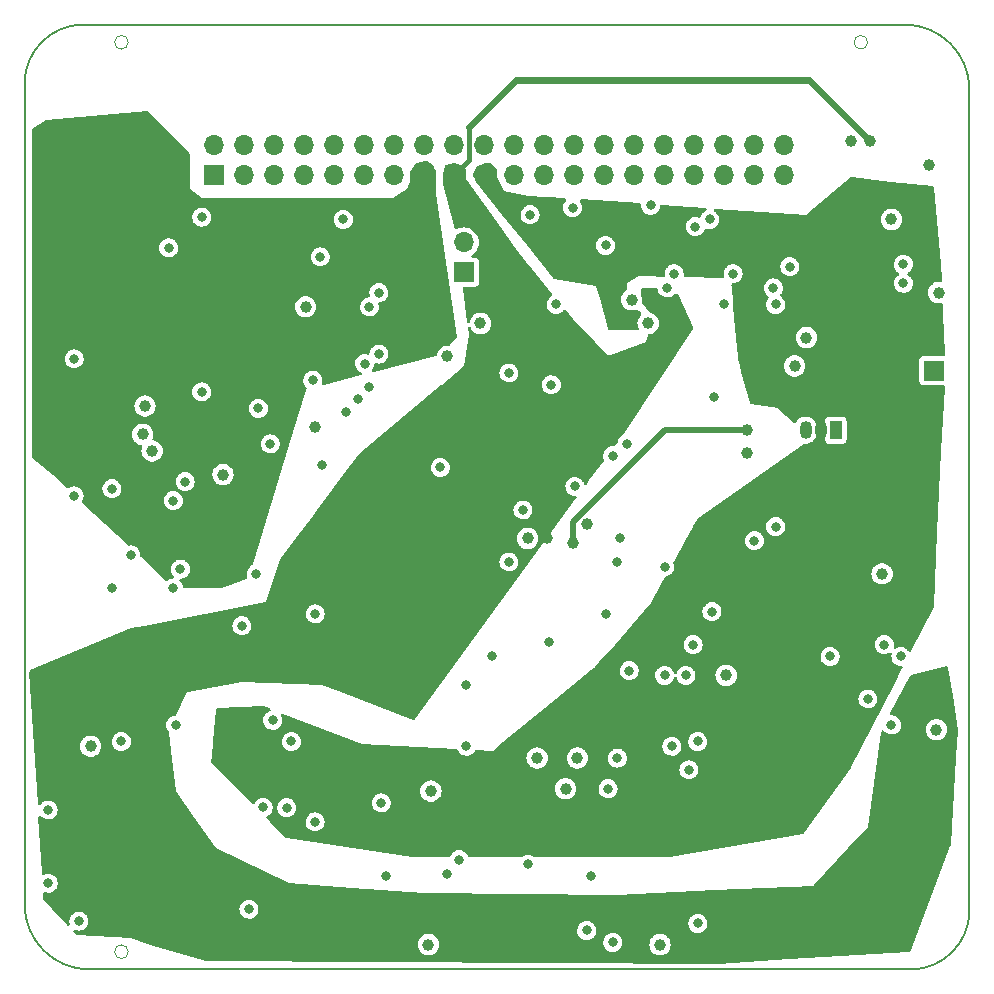
<source format=gbr>
G04 #@! TF.GenerationSoftware,KiCad,Pcbnew,(6.0.7-1)-1*
G04 #@! TF.CreationDate,2023-01-10T16:24:58-08:00*
G04 #@! TF.ProjectId,as3372,61733333-3732-42e6-9b69-6361645f7063,0.1*
G04 #@! TF.SameCoordinates,PX3d83120PY6590fa0*
G04 #@! TF.FileFunction,Copper,L3,Inr*
G04 #@! TF.FilePolarity,Positive*
%FSLAX46Y46*%
G04 Gerber Fmt 4.6, Leading zero omitted, Abs format (unit mm)*
G04 Created by KiCad (PCBNEW (6.0.7-1)-1) date 2023-01-10 16:24:58*
%MOMM*%
%LPD*%
G01*
G04 APERTURE LIST*
G04 #@! TA.AperFunction,Profile*
%ADD10C,0.150000*%
G04 #@! TD*
G04 #@! TA.AperFunction,Profile*
%ADD11C,0.050000*%
G04 #@! TD*
G04 #@! TA.AperFunction,ComponentPad*
%ADD12R,1.700000X1.700000*%
G04 #@! TD*
G04 #@! TA.AperFunction,ComponentPad*
%ADD13O,1.700000X1.700000*%
G04 #@! TD*
G04 #@! TA.AperFunction,ComponentPad*
%ADD14R,1.050000X1.500000*%
G04 #@! TD*
G04 #@! TA.AperFunction,ComponentPad*
%ADD15O,1.050000X1.500000*%
G04 #@! TD*
G04 #@! TA.AperFunction,ViaPad*
%ADD16C,1.000000*%
G04 #@! TD*
G04 #@! TA.AperFunction,ViaPad*
%ADD17C,0.800000*%
G04 #@! TD*
G04 #@! TA.AperFunction,Conductor*
%ADD18C,0.400000*%
G04 #@! TD*
G04 #@! TA.AperFunction,Conductor*
%ADD19C,0.600000*%
G04 #@! TD*
G04 #@! TA.AperFunction,Conductor*
%ADD20C,0.500000*%
G04 #@! TD*
G04 APERTURE END LIST*
D10*
X82500000Y75500000D02*
G75*
G03*
X77000000Y81000000I-5500000J0D01*
G01*
X7500000Y81000000D02*
G75*
G03*
X2500000Y76000000I0J-5000000D01*
G01*
X7500000Y81000000D02*
X77000000Y81000000D01*
X77500000Y1000000D02*
G75*
G03*
X82500000Y6000000I0J5000000D01*
G01*
X2500000Y6500000D02*
G75*
G03*
X8000000Y1000000I5500000J0D01*
G01*
X77500000Y1000000D02*
X8000000Y1000000D01*
X2500000Y76000000D02*
X2500000Y6500000D01*
X82500000Y6000000D02*
X82500000Y75500000D01*
D11*
X73876000Y79500000D02*
G75*
G03*
X73876000Y79500000I-576000J0D01*
G01*
X11276000Y2500000D02*
G75*
G03*
X11276000Y2500000I-576000J0D01*
G01*
X11276000Y79500000D02*
G75*
G03*
X11276000Y79500000I-576000J0D01*
G01*
D12*
X18575000Y68250000D03*
D13*
X18575000Y70790000D03*
X21115000Y68250000D03*
X21115000Y70790000D03*
X23655000Y68250000D03*
X23655000Y70790000D03*
X26195000Y68250000D03*
X26195000Y70790000D03*
X28735000Y68250000D03*
X28735000Y70790000D03*
X31275000Y68250000D03*
X31275000Y70790000D03*
X33815000Y68250000D03*
X33815000Y70790000D03*
X36355000Y68250000D03*
X36355000Y70790000D03*
X38895000Y68250000D03*
X38895000Y70790000D03*
X41435000Y68250000D03*
X41435000Y70790000D03*
X43975000Y68250000D03*
X43975000Y70790000D03*
X46515000Y68250000D03*
X46515000Y70790000D03*
X49055000Y68250000D03*
X49055000Y70790000D03*
X51595000Y68250000D03*
X51595000Y70790000D03*
X54135000Y68250000D03*
X54135000Y70790000D03*
X56675000Y68250000D03*
X56675000Y70790000D03*
X59215000Y68250000D03*
X59215000Y70790000D03*
X61755000Y68250000D03*
X61755000Y70790000D03*
X64295000Y68250000D03*
X64295000Y70790000D03*
X66835000Y68250000D03*
X66835000Y70790000D03*
D12*
X39700000Y60025000D03*
D13*
X39700000Y62565000D03*
D12*
X79500000Y51700000D03*
D14*
X71170000Y46660000D03*
D15*
X69900000Y46660000D03*
X68630000Y46660000D03*
D16*
X12500000Y46300000D03*
X26300000Y57100000D03*
D17*
X15300000Y21700000D03*
X22100000Y34500000D03*
X75300000Y28500000D03*
X61700000Y57300000D03*
X45300000Y64900000D03*
D16*
X36700000Y3100000D03*
D17*
X47500000Y57300000D03*
X49100000Y41900000D03*
D16*
X38300000Y52900000D03*
X19300000Y42900000D03*
X79100000Y69100000D03*
X41100000Y55700000D03*
X8100000Y19900000D03*
D17*
X47100000Y50500000D03*
D16*
X61900000Y25900000D03*
X48300000Y16300000D03*
D17*
X4500000Y14500000D03*
X15700000Y34900000D03*
X73900000Y23900000D03*
X64300000Y37300000D03*
D16*
X50100000Y38700000D03*
X12700000Y48700000D03*
X49300000Y18900000D03*
X45900000Y18900000D03*
X45100000Y37500000D03*
X79900000Y58300000D03*
X36900000Y16100000D03*
D17*
X10700000Y20300000D03*
X37700000Y43500000D03*
X29500000Y64500000D03*
D16*
X79700000Y21300000D03*
D17*
X46900000Y28700000D03*
X45100000Y9900000D03*
X6700000Y41100000D03*
X76900000Y60700000D03*
X52900000Y37500000D03*
X22300000Y48500000D03*
X22700000Y14717477D03*
D16*
X13300000Y44900000D03*
D17*
X60900000Y49500000D03*
D16*
X55300000Y55700000D03*
X68700000Y54500000D03*
X56300000Y3100000D03*
X67700000Y52100000D03*
D17*
X67300000Y60500000D03*
X27700000Y43700000D03*
X59100000Y28500000D03*
X48900000Y65500000D03*
X11500000Y36100000D03*
X23300000Y45500000D03*
D16*
X27100000Y46900000D03*
D17*
X42100000Y27500000D03*
X55500000Y65700000D03*
X7100000Y5100000D03*
D16*
X75100000Y34500000D03*
X53900000Y57700000D03*
D17*
X17500000Y49900000D03*
X43500000Y51500000D03*
D16*
X72500000Y71100000D03*
D17*
X17500000Y64700000D03*
X23500000Y22100000D03*
X24700000Y14700000D03*
D16*
X63700000Y44700000D03*
D17*
X50100000Y4300000D03*
X21500000Y6100000D03*
X52700000Y18900000D03*
X32700000Y15100000D03*
D16*
X73300000Y34500000D03*
X20500000Y20700000D03*
X78100000Y58300000D03*
X49900000Y16300000D03*
X67100000Y54500000D03*
X53900000Y56100000D03*
X38500000Y16100000D03*
X69900000Y52100000D03*
D17*
X57500000Y59900000D03*
X19900000Y5300000D03*
D16*
X46700000Y37500000D03*
X9500000Y19500000D03*
D17*
X4500000Y11500000D03*
D16*
X74100000Y71100000D03*
X54500000Y3100000D03*
X41100000Y57300000D03*
X77700000Y21100000D03*
X38300000Y3100000D03*
X55500000Y58100000D03*
X38300000Y54700000D03*
X9500000Y50300000D03*
D17*
X5300000Y59300000D03*
D16*
X19900000Y34300000D03*
D17*
X36500000Y56300000D03*
X37700000Y60900000D03*
X31700000Y57100000D03*
X32500000Y53100000D03*
X32500000Y58300000D03*
X65900000Y58700000D03*
D16*
X48900000Y37100000D03*
X63700000Y46700000D03*
D17*
X70700000Y27500000D03*
X76700000Y27500000D03*
X25100000Y20300000D03*
X16100000Y42300000D03*
X15100000Y40700000D03*
X20900000Y30100000D03*
X27100000Y13500000D03*
X27100000Y31100000D03*
X31300000Y52300000D03*
X27535000Y61335000D03*
X39900000Y19900000D03*
X39900000Y25100000D03*
X6700000Y52700000D03*
X26900000Y50900000D03*
X62500000Y59900000D03*
X56900000Y58700000D03*
X60500000Y64500000D03*
X59300000Y63900000D03*
X59500000Y4900000D03*
X59500000Y20300000D03*
X57300000Y19900000D03*
X75900000Y21700000D03*
X66100000Y57300000D03*
X14700000Y62100000D03*
X52300000Y3300000D03*
X58750500Y17900000D03*
X60700000Y31300000D03*
D16*
X75900000Y64500000D03*
D17*
X76900000Y59100000D03*
X58500000Y25900000D03*
X66100000Y38500000D03*
X51700000Y62300000D03*
X31700000Y50300000D03*
X39300000Y10300000D03*
X30700000Y49300000D03*
X38300000Y9100000D03*
X53700000Y26300000D03*
X44700000Y39900000D03*
X52300000Y44500000D03*
X56700000Y25900000D03*
X53500000Y45500000D03*
X56700000Y35100000D03*
X52700000Y35500000D03*
X43500000Y35500000D03*
X9900000Y33300000D03*
X15100000Y33300000D03*
X33100000Y8900000D03*
X29717005Y48232845D03*
X50500000Y8900000D03*
X51900000Y16300000D03*
X51700000Y31100000D03*
X9900000Y41700000D03*
X4500000Y8300000D03*
D18*
X40145000Y69500000D02*
X40145000Y72345000D01*
D19*
X44100000Y76300000D02*
X68900000Y76300000D01*
X40145000Y72345000D02*
X44100000Y76300000D01*
D18*
X38895000Y68250000D02*
X40145000Y69500000D01*
D19*
X68900000Y76300000D02*
X74100000Y71100000D01*
D20*
X63700000Y46700000D02*
X56756497Y46700000D01*
X48900000Y38843503D02*
X48900000Y37100000D01*
X56756497Y46700000D02*
X48900000Y38843503D01*
G04 #@! TA.AperFunction,Conductor*
G36*
X38934809Y69288397D02*
G01*
X39471784Y69109405D01*
X39521034Y69078966D01*
X39861317Y68738683D01*
X39895343Y68676371D01*
X39898150Y68645328D01*
X39872434Y67885406D01*
X42900000Y63700000D01*
X43888165Y62352502D01*
X44944965Y60911412D01*
X45100000Y60700000D01*
X45101157Y60698599D01*
X45101162Y60698593D01*
X47163920Y58201570D01*
X47191884Y58136313D01*
X47180128Y58066296D01*
X47132802Y58014006D01*
X47004045Y57934794D01*
X46999014Y57929868D01*
X46999011Y57929865D01*
X46961400Y57893033D01*
X46875732Y57809141D01*
X46871913Y57803216D01*
X46871912Y57803214D01*
X46809626Y57706565D01*
X46778446Y57658183D01*
X46776037Y57651563D01*
X46776035Y57651560D01*
X46767137Y57627112D01*
X46717022Y57489422D01*
X46694514Y57311247D01*
X46695201Y57304240D01*
X46695201Y57304237D01*
X46697822Y57277507D01*
X46712039Y57132514D01*
X46714262Y57125832D01*
X46714262Y57125831D01*
X46722967Y57099664D01*
X46768726Y56962104D01*
X46861759Y56808488D01*
X46866648Y56803425D01*
X46866649Y56803424D01*
X46871439Y56798464D01*
X46986514Y56679301D01*
X47136789Y56580964D01*
X47305116Y56518364D01*
X47312097Y56517433D01*
X47312099Y56517432D01*
X47476149Y56495543D01*
X47476153Y56495543D01*
X47483130Y56494612D01*
X47490142Y56495250D01*
X47490146Y56495250D01*
X47654960Y56510249D01*
X47654961Y56510249D01*
X47661981Y56510888D01*
X47832782Y56566385D01*
X47857239Y56580964D01*
X47980992Y56654735D01*
X47980994Y56654736D01*
X47987044Y56658343D01*
X48117099Y56782193D01*
X48120996Y56788058D01*
X48125526Y56793457D01*
X48126504Y56792636D01*
X48175278Y56833614D01*
X48245698Y56842646D01*
X48309822Y56812172D01*
X48323008Y56798464D01*
X48900000Y56100000D01*
X48901346Y56098564D01*
X48901348Y56098562D01*
X50768282Y54107166D01*
X51900000Y52900000D01*
X55100000Y54100000D01*
X55263637Y54700000D01*
X55265451Y54706653D01*
X55302672Y54767110D01*
X55366670Y54797847D01*
X55387011Y54799500D01*
X55394646Y54799500D01*
X55401099Y54800872D01*
X55401103Y54800872D01*
X55481788Y54818022D01*
X55579803Y54838856D01*
X55752730Y54915849D01*
X55905871Y55027112D01*
X56032533Y55167784D01*
X56076172Y55243369D01*
X56123875Y55325993D01*
X56123876Y55325994D01*
X56127179Y55331716D01*
X56185674Y55511744D01*
X56195003Y55600500D01*
X56204770Y55693435D01*
X56205460Y55700000D01*
X56196821Y55782193D01*
X56186364Y55881693D01*
X56186364Y55881695D01*
X56185674Y55888256D01*
X56127179Y56068284D01*
X56032533Y56232216D01*
X55961373Y56311247D01*
X55910286Y56367985D01*
X55910284Y56367986D01*
X55905871Y56372888D01*
X55760547Y56478472D01*
X55758072Y56480270D01*
X55758071Y56480271D01*
X55752730Y56484151D01*
X55579803Y56561144D01*
X55516963Y56574501D01*
X55454490Y56608229D01*
X55444781Y56619024D01*
X54810812Y57411485D01*
X54783878Y57477172D01*
X54785710Y57511740D01*
X54785674Y57511744D01*
X54785746Y57512430D01*
X54797800Y57627112D01*
X54804770Y57693435D01*
X54805460Y57700000D01*
X54796821Y57782193D01*
X54786364Y57881693D01*
X54786364Y57881695D01*
X54785674Y57888256D01*
X54727179Y58068284D01*
X54723877Y58074003D01*
X54723874Y58074010D01*
X54716880Y58086124D01*
X54700000Y58149122D01*
X54700000Y58574000D01*
X54720002Y58642121D01*
X54773658Y58688614D01*
X54826000Y58700000D01*
X55981367Y58700000D01*
X56049488Y58679998D01*
X56095981Y58626342D01*
X56106766Y58586297D01*
X56112039Y58532514D01*
X56114262Y58525832D01*
X56114262Y58525831D01*
X56165139Y58372888D01*
X56168726Y58362104D01*
X56172373Y58356082D01*
X56257786Y58215049D01*
X56261759Y58208488D01*
X56266648Y58203425D01*
X56266649Y58203424D01*
X56286046Y58183338D01*
X56386514Y58079301D01*
X56536789Y57980964D01*
X56705116Y57918364D01*
X56712097Y57917433D01*
X56712099Y57917432D01*
X56876149Y57895543D01*
X56876153Y57895543D01*
X56883130Y57894612D01*
X56890142Y57895250D01*
X56890146Y57895250D01*
X57054960Y57910249D01*
X57054961Y57910249D01*
X57061981Y57910888D01*
X57232782Y57966385D01*
X57375731Y58051599D01*
X57380992Y58054735D01*
X57380994Y58054736D01*
X57387044Y58058343D01*
X57517099Y58182193D01*
X57518513Y58184322D01*
X57576143Y58222666D01*
X57647131Y58223794D01*
X57669903Y58215049D01*
X57801756Y58149122D01*
X57858718Y58120641D01*
X57910702Y58072286D01*
X57918181Y58057577D01*
X59073282Y55362342D01*
X59081732Y55291850D01*
X59062675Y55243369D01*
X53301649Y46502502D01*
X53298236Y46497582D01*
X53072254Y46187810D01*
X53036486Y46154753D01*
X53010044Y46138485D01*
X53010042Y46138483D01*
X53004045Y46134794D01*
X52875732Y46009141D01*
X52871913Y46003216D01*
X52871912Y46003214D01*
X52869519Y45999500D01*
X52778446Y45858183D01*
X52731430Y45729006D01*
X52714825Y45697851D01*
X52514206Y45422845D01*
X52462261Y45351639D01*
X52405955Y45308395D01*
X52345551Y45300784D01*
X52305624Y45305545D01*
X52298621Y45304809D01*
X52298620Y45304809D01*
X52134025Y45287510D01*
X52134021Y45287509D01*
X52127017Y45286773D01*
X52120346Y45284502D01*
X51963677Y45231168D01*
X51963674Y45231167D01*
X51957007Y45228897D01*
X51804045Y45134794D01*
X51799014Y45129868D01*
X51799011Y45129865D01*
X51756522Y45088256D01*
X51675732Y45009141D01*
X51578446Y44858183D01*
X51517022Y44689422D01*
X51494514Y44511247D01*
X51495201Y44504240D01*
X51495201Y44504237D01*
X51503065Y44424037D01*
X51512039Y44332514D01*
X51514262Y44325832D01*
X51514262Y44325831D01*
X51556306Y44199441D01*
X51558828Y44128490D01*
X51538540Y44085415D01*
X50319283Y42414073D01*
X50088295Y42097438D01*
X50031989Y42054193D01*
X49961241Y42048254D01*
X49898514Y42081508D01*
X49867512Y42130259D01*
X49828803Y42241416D01*
X49826485Y42248073D01*
X49794038Y42300000D01*
X49735049Y42394401D01*
X49731316Y42400375D01*
X49653762Y42478472D01*
X49609733Y42522810D01*
X49609729Y42522813D01*
X49604770Y42527807D01*
X49598611Y42531716D01*
X49546860Y42564558D01*
X49453136Y42624037D01*
X49385635Y42648073D01*
X49290586Y42681919D01*
X49290581Y42681920D01*
X49283951Y42684281D01*
X49276965Y42685114D01*
X49276961Y42685115D01*
X49149177Y42700352D01*
X49105624Y42705545D01*
X49098621Y42704809D01*
X49098620Y42704809D01*
X48934025Y42687510D01*
X48934021Y42687509D01*
X48927017Y42686773D01*
X48920346Y42684502D01*
X48763677Y42631168D01*
X48763674Y42631167D01*
X48757007Y42628897D01*
X48751009Y42625207D01*
X48751007Y42625206D01*
X48680526Y42581846D01*
X48604045Y42534794D01*
X48599014Y42529868D01*
X48599011Y42529865D01*
X48555007Y42486773D01*
X48475732Y42409141D01*
X48471913Y42403216D01*
X48471912Y42403214D01*
X48423316Y42327807D01*
X48378446Y42258183D01*
X48376037Y42251563D01*
X48376035Y42251560D01*
X48347734Y42173802D01*
X48317022Y42089422D01*
X48294514Y41911247D01*
X48295201Y41904240D01*
X48295201Y41904237D01*
X48303065Y41824037D01*
X48312039Y41732514D01*
X48314262Y41725832D01*
X48314262Y41725831D01*
X48322967Y41699664D01*
X48368726Y41562104D01*
X48372373Y41556082D01*
X48437786Y41448073D01*
X48461759Y41408488D01*
X48586514Y41279301D01*
X48736789Y41180964D01*
X48905116Y41118364D01*
X48912097Y41117433D01*
X48912099Y41117432D01*
X49076149Y41095543D01*
X49076153Y41095543D01*
X49083130Y41094612D01*
X49098849Y41096043D01*
X49168500Y41082296D01*
X49219664Y41033074D01*
X49236094Y40964004D01*
X49212057Y40896303D01*
X35556905Y22178005D01*
X35500599Y22134760D01*
X35429851Y22128821D01*
X35409882Y22134661D01*
X29286720Y24489723D01*
X27700000Y25100000D01*
X20900000Y25300000D01*
X20893746Y25298912D01*
X20893741Y25298912D01*
X16317848Y24503104D01*
X16300000Y24500000D01*
X16294862Y24489725D01*
X16294861Y24489723D01*
X15333487Y22566974D01*
X15285132Y22514990D01*
X15233959Y22498013D01*
X15134018Y22487509D01*
X15134016Y22487509D01*
X15127017Y22486773D01*
X15043034Y22458183D01*
X14963677Y22431168D01*
X14963674Y22431167D01*
X14957007Y22428897D01*
X14951009Y22425207D01*
X14951007Y22425206D01*
X14880526Y22381846D01*
X14804045Y22334794D01*
X14799014Y22329868D01*
X14799011Y22329865D01*
X14746531Y22278472D01*
X14675732Y22209141D01*
X14671913Y22203216D01*
X14671912Y22203214D01*
X14627733Y22134661D01*
X14578446Y22058183D01*
X14517022Y21889422D01*
X14494514Y21711247D01*
X14495201Y21704240D01*
X14495201Y21704237D01*
X14499343Y21661999D01*
X14512039Y21532514D01*
X14514262Y21525832D01*
X14514262Y21525831D01*
X14565139Y21372888D01*
X14568726Y21362104D01*
X14572373Y21356082D01*
X14609601Y21294612D01*
X14661759Y21208488D01*
X14668435Y21201575D01*
X14687539Y21181792D01*
X14720471Y21118895D01*
X14722072Y21108708D01*
X14908240Y19495250D01*
X15300000Y16100000D01*
X15309177Y16087044D01*
X15309178Y16087042D01*
X16781072Y14009075D01*
X18700000Y11300000D01*
X24900000Y8300000D01*
X24911991Y8299159D01*
X24911993Y8299158D01*
X30230825Y7925907D01*
X36300000Y7500000D01*
X36301804Y7499978D01*
X52698093Y7300023D01*
X52698101Y7300023D01*
X52700000Y7300000D01*
X52701908Y7300092D01*
X52701910Y7300092D01*
X60991907Y7699610D01*
X69300000Y8100000D01*
X69307297Y8107932D01*
X69307298Y8107932D01*
X72255978Y11313020D01*
X73900000Y13100000D01*
X75048138Y21136969D01*
X75077573Y21201575D01*
X75137265Y21240013D01*
X75208261Y21240077D01*
X75263509Y21206676D01*
X75386514Y21079301D01*
X75536789Y20980964D01*
X75705116Y20918364D01*
X75712097Y20917433D01*
X75712099Y20917432D01*
X75876149Y20895543D01*
X75876153Y20895543D01*
X75883130Y20894612D01*
X75890142Y20895250D01*
X75890146Y20895250D01*
X76054960Y20910249D01*
X76054961Y20910249D01*
X76061981Y20910888D01*
X76232782Y20966385D01*
X76263714Y20984824D01*
X76380992Y21054735D01*
X76380994Y21054736D01*
X76387044Y21058343D01*
X76517099Y21182193D01*
X76529977Y21201575D01*
X76595370Y21300000D01*
X78794540Y21300000D01*
X78814326Y21111744D01*
X78872821Y20931716D01*
X78876124Y20925994D01*
X78876125Y20925993D01*
X78948578Y20800500D01*
X78967467Y20767784D01*
X78971885Y20762877D01*
X78971886Y20762876D01*
X79081250Y20641416D01*
X79094129Y20627112D01*
X79247270Y20515849D01*
X79420197Y20438856D01*
X79518212Y20418022D01*
X79598897Y20400872D01*
X79598901Y20400872D01*
X79605354Y20399500D01*
X79794646Y20399500D01*
X79801099Y20400872D01*
X79801103Y20400872D01*
X79881788Y20418022D01*
X79979803Y20438856D01*
X80152730Y20515849D01*
X80305871Y20627112D01*
X80318751Y20641416D01*
X80428114Y20762876D01*
X80428115Y20762877D01*
X80432533Y20767784D01*
X80451422Y20800500D01*
X80523875Y20925993D01*
X80523876Y20925994D01*
X80527179Y20931716D01*
X80585674Y21111744D01*
X80605460Y21300000D01*
X80585674Y21488256D01*
X80527179Y21668284D01*
X80498341Y21718234D01*
X80435836Y21826495D01*
X80432533Y21832216D01*
X80387319Y21882431D01*
X80310286Y21967985D01*
X80310284Y21967986D01*
X80305871Y21972888D01*
X80152730Y22084151D01*
X79979803Y22161144D01*
X79881788Y22181978D01*
X79801103Y22199128D01*
X79801099Y22199128D01*
X79794646Y22200500D01*
X79605354Y22200500D01*
X79598901Y22199128D01*
X79598897Y22199128D01*
X79518212Y22181978D01*
X79420197Y22161144D01*
X79247270Y22084151D01*
X79094129Y21972888D01*
X79089716Y21967986D01*
X79089714Y21967985D01*
X79012681Y21882431D01*
X78967467Y21832216D01*
X78964164Y21826495D01*
X78901660Y21718234D01*
X78872821Y21668284D01*
X78814326Y21488256D01*
X78794540Y21300000D01*
X76595370Y21300000D01*
X76616483Y21331778D01*
X76672522Y21479301D01*
X76677757Y21493081D01*
X76677758Y21493086D01*
X76680257Y21499664D01*
X76685859Y21539524D01*
X76704700Y21673584D01*
X76704700Y21673589D01*
X76705251Y21677507D01*
X76705565Y21700000D01*
X76685546Y21878472D01*
X76679427Y21896045D01*
X76628803Y22041416D01*
X76626485Y22048073D01*
X76594038Y22100000D01*
X76535049Y22194401D01*
X76531316Y22200375D01*
X76442888Y22289422D01*
X76409733Y22322810D01*
X76409729Y22322813D01*
X76404770Y22327807D01*
X76393761Y22334794D01*
X76346860Y22364558D01*
X76253136Y22424037D01*
X76185635Y22448073D01*
X76090586Y22481919D01*
X76090581Y22481920D01*
X76083951Y22484281D01*
X76076965Y22485114D01*
X76076961Y22485115D01*
X75949177Y22500352D01*
X75905624Y22505545D01*
X75871573Y22501966D01*
X75801736Y22514738D01*
X75749889Y22563240D01*
X75732494Y22632073D01*
X75747788Y22687611D01*
X77473544Y25851497D01*
X77523724Y25901722D01*
X77553600Y25913400D01*
X80565169Y26666292D01*
X80636107Y26663409D01*
X80694225Y26622631D01*
X80720367Y26562521D01*
X81079307Y24139675D01*
X81498070Y21313024D01*
X81499195Y21286859D01*
X81359237Y19000872D01*
X80997099Y13085942D01*
X80901164Y11519007D01*
X80893268Y11482181D01*
X77561654Y2663201D01*
X77528792Y2576214D01*
X77486007Y2519557D01*
X77418686Y2494981D01*
X67223786Y1865666D01*
X61304160Y1500257D01*
X61295831Y1500019D01*
X17917349Y1699920D01*
X17883315Y1704767D01*
X13704261Y2898783D01*
X13695839Y2901513D01*
X13150000Y3100000D01*
X35794540Y3100000D01*
X35814326Y2911744D01*
X35872821Y2731716D01*
X35876124Y2725994D01*
X35876125Y2725993D01*
X35957232Y2585512D01*
X35967467Y2567784D01*
X35971885Y2562877D01*
X35971886Y2562876D01*
X36053169Y2472603D01*
X36094129Y2427112D01*
X36099468Y2423233D01*
X36229453Y2328794D01*
X36247270Y2315849D01*
X36420197Y2238856D01*
X36518212Y2218022D01*
X36598897Y2200872D01*
X36598901Y2200872D01*
X36605354Y2199500D01*
X36794646Y2199500D01*
X36801099Y2200872D01*
X36801103Y2200872D01*
X36881788Y2218022D01*
X36979803Y2238856D01*
X37152730Y2315849D01*
X37170548Y2328794D01*
X37300532Y2423233D01*
X37305871Y2427112D01*
X37346832Y2472603D01*
X37428114Y2562876D01*
X37428115Y2562877D01*
X37432533Y2567784D01*
X37442768Y2585512D01*
X37523875Y2725993D01*
X37523876Y2725994D01*
X37527179Y2731716D01*
X37585674Y2911744D01*
X37605460Y3100000D01*
X37586804Y3277507D01*
X37586364Y3281693D01*
X37586364Y3281695D01*
X37585674Y3288256D01*
X37578204Y3311247D01*
X51494514Y3311247D01*
X51495201Y3304240D01*
X51495201Y3304237D01*
X51496768Y3288256D01*
X51512039Y3132514D01*
X51514262Y3125832D01*
X51514262Y3125831D01*
X51522967Y3099664D01*
X51568726Y2962104D01*
X51661759Y2808488D01*
X51786514Y2679301D01*
X51936789Y2580964D01*
X52105116Y2518364D01*
X52112097Y2517433D01*
X52112099Y2517432D01*
X52276149Y2495543D01*
X52276153Y2495543D01*
X52283130Y2494612D01*
X52290142Y2495250D01*
X52290146Y2495250D01*
X52454960Y2510249D01*
X52454961Y2510249D01*
X52461981Y2510888D01*
X52575499Y2547773D01*
X52626082Y2564208D01*
X52632782Y2566385D01*
X52649091Y2576107D01*
X52780992Y2654735D01*
X52780994Y2654736D01*
X52787044Y2658343D01*
X52917099Y2782193D01*
X52934570Y2808488D01*
X53012582Y2925907D01*
X53016483Y2931778D01*
X53063048Y3054360D01*
X53077757Y3093081D01*
X53077758Y3093086D01*
X53080257Y3099664D01*
X53080304Y3100000D01*
X55394540Y3100000D01*
X55414326Y2911744D01*
X55472821Y2731716D01*
X55476124Y2725994D01*
X55476125Y2725993D01*
X55557232Y2585512D01*
X55567467Y2567784D01*
X55571885Y2562877D01*
X55571886Y2562876D01*
X55653169Y2472603D01*
X55694129Y2427112D01*
X55699468Y2423233D01*
X55829453Y2328794D01*
X55847270Y2315849D01*
X56020197Y2238856D01*
X56118212Y2218022D01*
X56198897Y2200872D01*
X56198901Y2200872D01*
X56205354Y2199500D01*
X56394646Y2199500D01*
X56401099Y2200872D01*
X56401103Y2200872D01*
X56481788Y2218022D01*
X56579803Y2238856D01*
X56752730Y2315849D01*
X56770548Y2328794D01*
X56900532Y2423233D01*
X56905871Y2427112D01*
X56946832Y2472603D01*
X57028114Y2562876D01*
X57028115Y2562877D01*
X57032533Y2567784D01*
X57042768Y2585512D01*
X57123875Y2725993D01*
X57123876Y2725994D01*
X57127179Y2731716D01*
X57185674Y2911744D01*
X57205460Y3100000D01*
X57186804Y3277507D01*
X57186364Y3281693D01*
X57186364Y3281695D01*
X57185674Y3288256D01*
X57127179Y3468284D01*
X57119722Y3481201D01*
X57035836Y3626495D01*
X57032533Y3632216D01*
X57015116Y3651560D01*
X56910286Y3767985D01*
X56910284Y3767986D01*
X56905871Y3772888D01*
X56855973Y3809141D01*
X56758072Y3880270D01*
X56758071Y3880271D01*
X56752730Y3884151D01*
X56579803Y3961144D01*
X56481788Y3981978D01*
X56401103Y3999128D01*
X56401099Y3999128D01*
X56394646Y4000500D01*
X56205354Y4000500D01*
X56198901Y3999128D01*
X56198897Y3999128D01*
X56118212Y3981978D01*
X56020197Y3961144D01*
X55847270Y3884151D01*
X55841929Y3880271D01*
X55841928Y3880270D01*
X55744027Y3809141D01*
X55694129Y3772888D01*
X55689716Y3767986D01*
X55689714Y3767985D01*
X55584884Y3651560D01*
X55567467Y3632216D01*
X55564164Y3626495D01*
X55480279Y3481201D01*
X55472821Y3468284D01*
X55414326Y3288256D01*
X55413636Y3281695D01*
X55413636Y3281693D01*
X55413196Y3277507D01*
X55394540Y3100000D01*
X53080304Y3100000D01*
X53085859Y3139524D01*
X53104700Y3273584D01*
X53104700Y3273589D01*
X53105251Y3277507D01*
X53105565Y3300000D01*
X53085546Y3478472D01*
X53079926Y3494612D01*
X53054932Y3566385D01*
X53026485Y3648073D01*
X52994038Y3700000D01*
X52935049Y3794401D01*
X52931316Y3800375D01*
X52867771Y3864365D01*
X52809733Y3922810D01*
X52809729Y3922813D01*
X52804770Y3927807D01*
X52793761Y3934794D01*
X52690224Y4000500D01*
X52653136Y4024037D01*
X52623352Y4034643D01*
X52490586Y4081919D01*
X52490581Y4081920D01*
X52483951Y4084281D01*
X52476965Y4085114D01*
X52476961Y4085115D01*
X52349177Y4100352D01*
X52305624Y4105545D01*
X52298621Y4104809D01*
X52298620Y4104809D01*
X52134025Y4087510D01*
X52134021Y4087509D01*
X52127017Y4086773D01*
X52120346Y4084502D01*
X51963677Y4031168D01*
X51963674Y4031167D01*
X51957007Y4028897D01*
X51951009Y4025207D01*
X51951007Y4025206D01*
X51910848Y4000500D01*
X51804045Y3934794D01*
X51799014Y3929868D01*
X51799011Y3929865D01*
X51766229Y3897762D01*
X51675732Y3809141D01*
X51671913Y3803216D01*
X51671912Y3803214D01*
X51612380Y3710838D01*
X51578446Y3658183D01*
X51576037Y3651563D01*
X51576035Y3651560D01*
X51551745Y3584824D01*
X51517022Y3489422D01*
X51494514Y3311247D01*
X37578204Y3311247D01*
X37527179Y3468284D01*
X37519722Y3481201D01*
X37435836Y3626495D01*
X37432533Y3632216D01*
X37415116Y3651560D01*
X37310286Y3767985D01*
X37310284Y3767986D01*
X37305871Y3772888D01*
X37255973Y3809141D01*
X37158072Y3880270D01*
X37158071Y3880271D01*
X37152730Y3884151D01*
X36979803Y3961144D01*
X36881788Y3981978D01*
X36801103Y3999128D01*
X36801099Y3999128D01*
X36794646Y4000500D01*
X36605354Y4000500D01*
X36598901Y3999128D01*
X36598897Y3999128D01*
X36518212Y3981978D01*
X36420197Y3961144D01*
X36247270Y3884151D01*
X36241929Y3880271D01*
X36241928Y3880270D01*
X36144027Y3809141D01*
X36094129Y3772888D01*
X36089716Y3767986D01*
X36089714Y3767985D01*
X35984884Y3651560D01*
X35967467Y3632216D01*
X35964164Y3626495D01*
X35880279Y3481201D01*
X35872821Y3468284D01*
X35814326Y3288256D01*
X35813636Y3281695D01*
X35813636Y3281693D01*
X35813196Y3277507D01*
X35794540Y3100000D01*
X13150000Y3100000D01*
X11500000Y3700000D01*
X11490375Y3700418D01*
X11490372Y3700419D01*
X6951481Y3897762D01*
X6884293Y3920704D01*
X6864841Y3937671D01*
X6663261Y4153649D01*
X6631404Y4217097D01*
X6638906Y4287696D01*
X6683386Y4343031D01*
X6750722Y4365535D01*
X6799294Y4357718D01*
X6898508Y4320821D01*
X6898512Y4320820D01*
X6905116Y4318364D01*
X6912097Y4317433D01*
X6912099Y4317432D01*
X7076149Y4295543D01*
X7076153Y4295543D01*
X7083130Y4294612D01*
X7090142Y4295250D01*
X7090146Y4295250D01*
X7254960Y4310249D01*
X7254961Y4310249D01*
X7261981Y4310888D01*
X7263086Y4311247D01*
X49294514Y4311247D01*
X49295201Y4304240D01*
X49295201Y4304237D01*
X49298207Y4273584D01*
X49312039Y4132514D01*
X49314262Y4125832D01*
X49314262Y4125831D01*
X49355954Y4000500D01*
X49368726Y3962104D01*
X49372373Y3956082D01*
X49455295Y3819162D01*
X49461759Y3808488D01*
X49466648Y3803425D01*
X49466649Y3803424D01*
X49481482Y3788064D01*
X49586514Y3679301D01*
X49736789Y3580964D01*
X49905116Y3518364D01*
X49912097Y3517433D01*
X49912099Y3517432D01*
X50076149Y3495543D01*
X50076153Y3495543D01*
X50083130Y3494612D01*
X50090142Y3495250D01*
X50090146Y3495250D01*
X50254960Y3510249D01*
X50254961Y3510249D01*
X50261981Y3510888D01*
X50432782Y3566385D01*
X50463714Y3584824D01*
X50580992Y3654735D01*
X50580994Y3654736D01*
X50587044Y3658343D01*
X50717099Y3782193D01*
X50731066Y3803214D01*
X50809125Y3920704D01*
X50816483Y3931778D01*
X50842588Y4000500D01*
X50877757Y4093081D01*
X50877758Y4093086D01*
X50880257Y4099664D01*
X50881745Y4110249D01*
X50904700Y4273584D01*
X50904700Y4273589D01*
X50905251Y4277507D01*
X50905565Y4300000D01*
X50885546Y4478472D01*
X50879427Y4496045D01*
X50828803Y4641416D01*
X50826485Y4648073D01*
X50809511Y4675238D01*
X50735049Y4794401D01*
X50731316Y4800375D01*
X50639255Y4893081D01*
X50621215Y4911247D01*
X58694514Y4911247D01*
X58695201Y4904240D01*
X58695201Y4904237D01*
X58703276Y4821881D01*
X58712039Y4732514D01*
X58714262Y4725832D01*
X58714262Y4725831D01*
X58722967Y4699664D01*
X58768726Y4562104D01*
X58772373Y4556082D01*
X58850622Y4426878D01*
X58861759Y4408488D01*
X58866648Y4403425D01*
X58866649Y4403424D01*
X58903238Y4365535D01*
X58986514Y4279301D01*
X59136789Y4180964D01*
X59305116Y4118364D01*
X59312097Y4117433D01*
X59312099Y4117432D01*
X59476149Y4095543D01*
X59476153Y4095543D01*
X59483130Y4094612D01*
X59490142Y4095250D01*
X59490146Y4095250D01*
X59654960Y4110249D01*
X59654961Y4110249D01*
X59661981Y4110888D01*
X59832782Y4166385D01*
X59956666Y4240234D01*
X59980992Y4254735D01*
X59980994Y4254736D01*
X59987044Y4258343D01*
X60117099Y4382193D01*
X60134570Y4408488D01*
X60176416Y4471473D01*
X60216483Y4531778D01*
X60237864Y4588064D01*
X60277757Y4693081D01*
X60277758Y4693086D01*
X60280257Y4699664D01*
X60283945Y4725907D01*
X60304700Y4873584D01*
X60304700Y4873589D01*
X60305251Y4877507D01*
X60305403Y4888424D01*
X60305510Y4896037D01*
X60305510Y4896042D01*
X60305565Y4900000D01*
X60285546Y5078472D01*
X60279427Y5096045D01*
X60228803Y5241416D01*
X60226485Y5248073D01*
X60197006Y5295250D01*
X60135049Y5394401D01*
X60131316Y5400375D01*
X60047906Y5484369D01*
X60009733Y5522810D01*
X60009729Y5522813D01*
X60004770Y5527807D01*
X59993761Y5534794D01*
X59909820Y5588064D01*
X59853136Y5624037D01*
X59823352Y5634643D01*
X59690586Y5681919D01*
X59690581Y5681920D01*
X59683951Y5684281D01*
X59676965Y5685114D01*
X59676961Y5685115D01*
X59549177Y5700352D01*
X59505624Y5705545D01*
X59498621Y5704809D01*
X59498620Y5704809D01*
X59334025Y5687510D01*
X59334021Y5687509D01*
X59327017Y5686773D01*
X59320346Y5684502D01*
X59163677Y5631168D01*
X59163674Y5631167D01*
X59157007Y5628897D01*
X59151009Y5625207D01*
X59151007Y5625206D01*
X59100935Y5594401D01*
X59004045Y5534794D01*
X58999014Y5529868D01*
X58999011Y5529865D01*
X58947377Y5479301D01*
X58875732Y5409141D01*
X58871913Y5403216D01*
X58871912Y5403214D01*
X58818812Y5320819D01*
X58778446Y5258183D01*
X58717022Y5089422D01*
X58694514Y4911247D01*
X50621215Y4911247D01*
X50609733Y4922810D01*
X50609729Y4922813D01*
X50604770Y4927807D01*
X50593761Y4934794D01*
X50546860Y4964558D01*
X50453136Y5024037D01*
X50423352Y5034643D01*
X50290586Y5081919D01*
X50290581Y5081920D01*
X50283951Y5084281D01*
X50276965Y5085114D01*
X50276961Y5085115D01*
X50149177Y5100352D01*
X50105624Y5105545D01*
X50098621Y5104809D01*
X50098620Y5104809D01*
X49934025Y5087510D01*
X49934021Y5087509D01*
X49927017Y5086773D01*
X49920346Y5084502D01*
X49763677Y5031168D01*
X49763674Y5031167D01*
X49757007Y5028897D01*
X49751009Y5025207D01*
X49751007Y5025206D01*
X49680526Y4981845D01*
X49604045Y4934794D01*
X49599014Y4929868D01*
X49599011Y4929865D01*
X49561449Y4893081D01*
X49475732Y4809141D01*
X49471913Y4803216D01*
X49471912Y4803214D01*
X49382265Y4664109D01*
X49378446Y4658183D01*
X49317022Y4489422D01*
X49294514Y4311247D01*
X7263086Y4311247D01*
X7432782Y4366385D01*
X7457239Y4380964D01*
X7580992Y4454735D01*
X7580994Y4454736D01*
X7587044Y4458343D01*
X7717099Y4582193D01*
X7734570Y4608488D01*
X7794452Y4698619D01*
X7816483Y4731778D01*
X7844439Y4805373D01*
X7877757Y4893081D01*
X7877758Y4893086D01*
X7880257Y4899664D01*
X7884212Y4927807D01*
X7904700Y5073584D01*
X7904700Y5073589D01*
X7905251Y5077507D01*
X7905565Y5100000D01*
X7885546Y5278472D01*
X7879926Y5294612D01*
X7854932Y5366385D01*
X7826485Y5448073D01*
X7746394Y5576246D01*
X7735049Y5594401D01*
X7731316Y5600375D01*
X7650339Y5681919D01*
X7609733Y5722810D01*
X7609729Y5722813D01*
X7604770Y5727807D01*
X7593761Y5734794D01*
X7540202Y5768783D01*
X7453136Y5824037D01*
X7423352Y5834643D01*
X7290586Y5881919D01*
X7290581Y5881920D01*
X7283951Y5884281D01*
X7276965Y5885114D01*
X7276961Y5885115D01*
X7149177Y5900352D01*
X7105624Y5905545D01*
X7098621Y5904809D01*
X7098620Y5904809D01*
X6934025Y5887510D01*
X6934021Y5887509D01*
X6927017Y5886773D01*
X6920346Y5884502D01*
X6763677Y5831168D01*
X6763674Y5831167D01*
X6757007Y5828897D01*
X6751009Y5825207D01*
X6751007Y5825206D01*
X6680526Y5781846D01*
X6604045Y5734794D01*
X6599014Y5729868D01*
X6599011Y5729865D01*
X6573425Y5704809D01*
X6475732Y5609141D01*
X6471913Y5603216D01*
X6471912Y5603214D01*
X6424642Y5529865D01*
X6378446Y5458183D01*
X6376037Y5451563D01*
X6376035Y5451560D01*
X6355231Y5394401D01*
X6317022Y5289422D01*
X6294514Y5111247D01*
X6295201Y5104240D01*
X6295201Y5104237D01*
X6302833Y5026402D01*
X6312039Y4932514D01*
X6314263Y4925829D01*
X6314263Y4925828D01*
X6337893Y4854790D01*
X6340415Y4783839D01*
X6304177Y4722787D01*
X6240685Y4691018D01*
X6170096Y4698619D01*
X6126223Y4729046D01*
X4836169Y6111247D01*
X20694514Y6111247D01*
X20695201Y6104240D01*
X20695201Y6104237D01*
X20696005Y6096037D01*
X20712039Y5932514D01*
X20714262Y5925832D01*
X20714262Y5925831D01*
X20727010Y5887510D01*
X20768726Y5762104D01*
X20772373Y5756082D01*
X20848024Y5631168D01*
X20861759Y5608488D01*
X20866648Y5603425D01*
X20866649Y5603424D01*
X20881482Y5588064D01*
X20986514Y5479301D01*
X21136789Y5380964D01*
X21305116Y5318364D01*
X21312097Y5317433D01*
X21312099Y5317432D01*
X21476149Y5295543D01*
X21476153Y5295543D01*
X21483130Y5294612D01*
X21490142Y5295250D01*
X21490146Y5295250D01*
X21654960Y5310249D01*
X21654961Y5310249D01*
X21661981Y5310888D01*
X21832782Y5366385D01*
X21894564Y5403214D01*
X21980992Y5454735D01*
X21980994Y5454736D01*
X21987044Y5458343D01*
X22117099Y5582193D01*
X22131066Y5603214D01*
X22199054Y5705545D01*
X22216483Y5731778D01*
X22231168Y5770436D01*
X22277757Y5893081D01*
X22277758Y5893086D01*
X22280257Y5899664D01*
X22294358Y6000000D01*
X22304700Y6073584D01*
X22304700Y6073589D01*
X22305251Y6077507D01*
X22305565Y6100000D01*
X22285546Y6278472D01*
X22279427Y6296045D01*
X22228803Y6441416D01*
X22226485Y6448073D01*
X22194038Y6500000D01*
X22135049Y6594401D01*
X22131316Y6600375D01*
X22067771Y6664365D01*
X22009733Y6722810D01*
X22009729Y6722813D01*
X22004770Y6727807D01*
X21993761Y6734794D01*
X21946860Y6764558D01*
X21853136Y6824037D01*
X21823352Y6834643D01*
X21690586Y6881919D01*
X21690581Y6881920D01*
X21683951Y6884281D01*
X21676965Y6885114D01*
X21676961Y6885115D01*
X21549177Y6900352D01*
X21505624Y6905545D01*
X21498621Y6904809D01*
X21498620Y6904809D01*
X21334025Y6887510D01*
X21334021Y6887509D01*
X21327017Y6886773D01*
X21320346Y6884502D01*
X21163677Y6831168D01*
X21163674Y6831167D01*
X21157007Y6828897D01*
X21151009Y6825207D01*
X21151007Y6825206D01*
X21080526Y6781845D01*
X21004045Y6734794D01*
X20999014Y6729868D01*
X20999011Y6729865D01*
X20991807Y6722810D01*
X20875732Y6609141D01*
X20871913Y6603216D01*
X20871912Y6603214D01*
X20825708Y6531519D01*
X20778446Y6458183D01*
X20717022Y6289422D01*
X20694514Y6111247D01*
X4836169Y6111247D01*
X4130855Y6866941D01*
X4098998Y6930389D01*
X4097208Y6945134D01*
X4067985Y7417572D01*
X4083744Y7486798D01*
X4134427Y7536515D01*
X4203943Y7550938D01*
X4237665Y7543448D01*
X4298508Y7520821D01*
X4298512Y7520820D01*
X4305116Y7518364D01*
X4312097Y7517433D01*
X4312099Y7517432D01*
X4476149Y7495543D01*
X4476153Y7495543D01*
X4483130Y7494612D01*
X4490142Y7495250D01*
X4490146Y7495250D01*
X4654960Y7510249D01*
X4654961Y7510249D01*
X4661981Y7510888D01*
X4832782Y7566385D01*
X4857239Y7580964D01*
X4980992Y7654735D01*
X4980994Y7654736D01*
X4987044Y7658343D01*
X5117099Y7782193D01*
X5134570Y7808488D01*
X5212582Y7925907D01*
X5216483Y7931778D01*
X5231168Y7970436D01*
X5277757Y8093081D01*
X5277758Y8093086D01*
X5280257Y8099664D01*
X5281419Y8107932D01*
X5304700Y8273584D01*
X5304700Y8273589D01*
X5305251Y8277507D01*
X5305565Y8300000D01*
X5285546Y8478472D01*
X5226485Y8648073D01*
X5131316Y8800375D01*
X5054720Y8877507D01*
X5009733Y8922810D01*
X5009729Y8922813D01*
X5004770Y8927807D01*
X4993761Y8934794D01*
X4946860Y8964558D01*
X4853136Y9024037D01*
X4823352Y9034643D01*
X4690586Y9081919D01*
X4690581Y9081920D01*
X4683951Y9084281D01*
X4676965Y9085114D01*
X4676961Y9085115D01*
X4549177Y9100352D01*
X4505624Y9105545D01*
X4498621Y9104809D01*
X4498620Y9104809D01*
X4334025Y9087510D01*
X4334021Y9087509D01*
X4327017Y9086773D01*
X4320346Y9084502D01*
X4163677Y9031168D01*
X4163674Y9031167D01*
X4157007Y9028897D01*
X4151008Y9025206D01*
X4144632Y9022206D01*
X4143670Y9024250D01*
X4085542Y9008423D01*
X4017830Y9029766D01*
X3972406Y9084330D01*
X3962271Y9126619D01*
X3667621Y13890132D01*
X3683380Y13959358D01*
X3734063Y14009075D01*
X3803579Y14023498D01*
X3869857Y13998048D01*
X3884018Y13985438D01*
X3931914Y13935841D01*
X3986514Y13879301D01*
X4136789Y13780964D01*
X4305116Y13718364D01*
X4312097Y13717433D01*
X4312099Y13717432D01*
X4476149Y13695543D01*
X4476153Y13695543D01*
X4483130Y13694612D01*
X4490142Y13695250D01*
X4490146Y13695250D01*
X4654960Y13710249D01*
X4654961Y13710249D01*
X4661981Y13710888D01*
X4832782Y13766385D01*
X4969816Y13848073D01*
X4980992Y13854735D01*
X4980994Y13854736D01*
X4987044Y13858343D01*
X5117099Y13982193D01*
X5134570Y14008488D01*
X5212582Y14125907D01*
X5216483Y14131778D01*
X5242273Y14199670D01*
X5277757Y14293081D01*
X5277758Y14293086D01*
X5280257Y14299664D01*
X5281237Y14306636D01*
X5304700Y14473584D01*
X5304700Y14473589D01*
X5305251Y14477507D01*
X5305565Y14500000D01*
X5285546Y14678472D01*
X5268047Y14728724D01*
X5228803Y14841416D01*
X5226485Y14848073D01*
X5189727Y14906899D01*
X5135049Y14994401D01*
X5131316Y15000375D01*
X5066594Y15065550D01*
X5009733Y15122810D01*
X5009729Y15122813D01*
X5004770Y15127807D01*
X4993761Y15134794D01*
X4876608Y15209141D01*
X4853136Y15224037D01*
X4823352Y15234643D01*
X4690586Y15281919D01*
X4690581Y15281920D01*
X4683951Y15284281D01*
X4676965Y15285114D01*
X4676961Y15285115D01*
X4549177Y15300352D01*
X4505624Y15305545D01*
X4498621Y15304809D01*
X4498620Y15304809D01*
X4334025Y15287510D01*
X4334021Y15287509D01*
X4327017Y15286773D01*
X4320346Y15284502D01*
X4163677Y15231168D01*
X4163674Y15231167D01*
X4157007Y15228897D01*
X4151009Y15225207D01*
X4151007Y15225206D01*
X4124894Y15209141D01*
X4004045Y15134794D01*
X3999014Y15129868D01*
X3999011Y15129865D01*
X3968514Y15100000D01*
X3875732Y15009141D01*
X3871913Y15003216D01*
X3871912Y15003214D01*
X3830660Y14939203D01*
X3776946Y14892778D01*
X3706659Y14882763D01*
X3642116Y14912338D01*
X3603808Y14972113D01*
X3598989Y14999679D01*
X3295876Y19900000D01*
X7194540Y19900000D01*
X7195230Y19893435D01*
X7204998Y19800500D01*
X7214326Y19711744D01*
X7272821Y19531716D01*
X7276124Y19525994D01*
X7276125Y19525993D01*
X7294243Y19494612D01*
X7367467Y19367784D01*
X7371885Y19362877D01*
X7371886Y19362876D01*
X7475256Y19248073D01*
X7494129Y19227112D01*
X7499468Y19223233D01*
X7557647Y19180964D01*
X7647270Y19115849D01*
X7820197Y19038856D01*
X7918212Y19018022D01*
X7998897Y19000872D01*
X7998901Y19000872D01*
X8005354Y18999500D01*
X8194646Y18999500D01*
X8201099Y19000872D01*
X8201103Y19000872D01*
X8281788Y19018022D01*
X8379803Y19038856D01*
X8552730Y19115849D01*
X8642354Y19180964D01*
X8700532Y19223233D01*
X8705871Y19227112D01*
X8724745Y19248073D01*
X8828114Y19362876D01*
X8828115Y19362877D01*
X8832533Y19367784D01*
X8905757Y19494612D01*
X8923875Y19525993D01*
X8923876Y19525994D01*
X8927179Y19531716D01*
X8985674Y19711744D01*
X8995003Y19800500D01*
X9004770Y19893435D01*
X9005460Y19900000D01*
X8992100Y20027112D01*
X8986364Y20081693D01*
X8986364Y20081695D01*
X8985674Y20088256D01*
X8927179Y20268284D01*
X8902375Y20311247D01*
X9894514Y20311247D01*
X9895201Y20304240D01*
X9895201Y20304237D01*
X9899343Y20261999D01*
X9912039Y20132514D01*
X9914262Y20125832D01*
X9914262Y20125831D01*
X9926374Y20089422D01*
X9968726Y19962104D01*
X9972373Y19956082D01*
X10043368Y19838856D01*
X10061759Y19808488D01*
X10066648Y19803425D01*
X10066649Y19803424D01*
X10081482Y19788064D01*
X10186514Y19679301D01*
X10336789Y19580964D01*
X10505116Y19518364D01*
X10512097Y19517433D01*
X10512099Y19517432D01*
X10676149Y19495543D01*
X10676153Y19495543D01*
X10683130Y19494612D01*
X10690142Y19495250D01*
X10690146Y19495250D01*
X10854960Y19510249D01*
X10854961Y19510249D01*
X10861981Y19510888D01*
X11032782Y19566385D01*
X11137648Y19628897D01*
X11180992Y19654735D01*
X11180994Y19654736D01*
X11187044Y19658343D01*
X11317099Y19782193D01*
X11334570Y19808488D01*
X11395370Y19900000D01*
X11416483Y19931778D01*
X11472207Y20078472D01*
X11477757Y20093081D01*
X11477758Y20093086D01*
X11480257Y20099664D01*
X11489831Y20167784D01*
X11504700Y20273584D01*
X11504700Y20273589D01*
X11505251Y20277507D01*
X11505565Y20300000D01*
X11485546Y20478472D01*
X11479427Y20496045D01*
X11428803Y20641416D01*
X11426485Y20648073D01*
X11394038Y20700000D01*
X11335049Y20794401D01*
X11331316Y20800375D01*
X11244046Y20888256D01*
X11209733Y20922810D01*
X11209729Y20922813D01*
X11204770Y20927807D01*
X11198611Y20931716D01*
X11121008Y20980964D01*
X11053136Y21024037D01*
X11023352Y21034643D01*
X10890586Y21081919D01*
X10890581Y21081920D01*
X10883951Y21084281D01*
X10876965Y21085114D01*
X10876961Y21085115D01*
X10749177Y21100352D01*
X10705624Y21105545D01*
X10698621Y21104809D01*
X10698620Y21104809D01*
X10534025Y21087510D01*
X10534021Y21087509D01*
X10527017Y21086773D01*
X10520346Y21084502D01*
X10363677Y21031168D01*
X10363674Y21031167D01*
X10357007Y21028897D01*
X10351009Y21025207D01*
X10351007Y21025206D01*
X10285367Y20984824D01*
X10204045Y20934794D01*
X10199014Y20929868D01*
X10199011Y20929865D01*
X10178980Y20910249D01*
X10075732Y20809141D01*
X10071913Y20803216D01*
X10071912Y20803214D01*
X10052766Y20773505D01*
X9978446Y20658183D01*
X9976037Y20651563D01*
X9976035Y20651560D01*
X9967137Y20627112D01*
X9917022Y20489422D01*
X9894514Y20311247D01*
X8902375Y20311247D01*
X8898341Y20318234D01*
X8835836Y20426495D01*
X8832533Y20432216D01*
X8787319Y20482431D01*
X8710286Y20567985D01*
X8710284Y20567986D01*
X8705871Y20572888D01*
X8552730Y20684151D01*
X8379803Y20761144D01*
X8281788Y20781978D01*
X8201103Y20799128D01*
X8201099Y20799128D01*
X8194646Y20800500D01*
X8005354Y20800500D01*
X7998901Y20799128D01*
X7998897Y20799128D01*
X7918212Y20781978D01*
X7820197Y20761144D01*
X7647270Y20684151D01*
X7494129Y20572888D01*
X7489716Y20567986D01*
X7489714Y20567985D01*
X7412681Y20482431D01*
X7367467Y20432216D01*
X7364164Y20426495D01*
X7301660Y20318234D01*
X7272821Y20268284D01*
X7214326Y20088256D01*
X7213636Y20081695D01*
X7213636Y20081693D01*
X7207900Y20027112D01*
X7194540Y19900000D01*
X3295876Y19900000D01*
X2905531Y26210585D01*
X2921290Y26279811D01*
X2971973Y26329528D01*
X2982638Y26334592D01*
X11488001Y29894977D01*
X11512779Y29902466D01*
X12594644Y30111247D01*
X20094514Y30111247D01*
X20095201Y30104240D01*
X20095201Y30104237D01*
X20096005Y30096037D01*
X20112039Y29932514D01*
X20114262Y29925832D01*
X20114262Y29925831D01*
X20122967Y29899664D01*
X20168726Y29762104D01*
X20261759Y29608488D01*
X20386514Y29479301D01*
X20536789Y29380964D01*
X20705116Y29318364D01*
X20712097Y29317433D01*
X20712099Y29317432D01*
X20876149Y29295543D01*
X20876153Y29295543D01*
X20883130Y29294612D01*
X20890142Y29295250D01*
X20890146Y29295250D01*
X21054960Y29310249D01*
X21054961Y29310249D01*
X21061981Y29310888D01*
X21232782Y29366385D01*
X21337648Y29428897D01*
X21380992Y29454735D01*
X21380994Y29454736D01*
X21387044Y29458343D01*
X21517099Y29582193D01*
X21534570Y29608488D01*
X21612582Y29725907D01*
X21616483Y29731778D01*
X21631168Y29770436D01*
X21677757Y29893081D01*
X21677758Y29893086D01*
X21680257Y29899664D01*
X21705251Y30077507D01*
X21705565Y30100000D01*
X21685546Y30278472D01*
X21679926Y30294612D01*
X21654932Y30366385D01*
X21626485Y30448073D01*
X21531316Y30600375D01*
X21452939Y30679301D01*
X21409733Y30722810D01*
X21409729Y30722813D01*
X21404770Y30727807D01*
X21393761Y30734794D01*
X21277637Y30808488D01*
X21253136Y30824037D01*
X21223352Y30834643D01*
X21090586Y30881919D01*
X21090581Y30881920D01*
X21083951Y30884281D01*
X21076965Y30885114D01*
X21076961Y30885115D01*
X20949177Y30900352D01*
X20905624Y30905545D01*
X20898621Y30904809D01*
X20898620Y30904809D01*
X20734025Y30887510D01*
X20734021Y30887509D01*
X20727017Y30886773D01*
X20720346Y30884502D01*
X20563677Y30831168D01*
X20563674Y30831167D01*
X20557007Y30828897D01*
X20551009Y30825207D01*
X20551007Y30825206D01*
X20481091Y30782193D01*
X20404045Y30734794D01*
X20399014Y30729868D01*
X20399011Y30729865D01*
X20391807Y30722810D01*
X20275732Y30609141D01*
X20271913Y30603216D01*
X20271912Y30603214D01*
X20217230Y30518364D01*
X20178446Y30458183D01*
X20117022Y30289422D01*
X20094514Y30111247D01*
X12594644Y30111247D01*
X17776463Y31111247D01*
X26294514Y31111247D01*
X26295201Y31104240D01*
X26295201Y31104237D01*
X26296005Y31096037D01*
X26312039Y30932514D01*
X26314262Y30925832D01*
X26314262Y30925831D01*
X26327010Y30887510D01*
X26368726Y30762104D01*
X26372373Y30756082D01*
X26388251Y30729865D01*
X26461759Y30608488D01*
X26466648Y30603425D01*
X26466649Y30603424D01*
X26543713Y30523622D01*
X26586514Y30479301D01*
X26736789Y30380964D01*
X26905116Y30318364D01*
X26912097Y30317433D01*
X26912099Y30317432D01*
X27076149Y30295543D01*
X27076153Y30295543D01*
X27083130Y30294612D01*
X27090142Y30295250D01*
X27090146Y30295250D01*
X27254960Y30310249D01*
X27254961Y30310249D01*
X27261981Y30310888D01*
X27432782Y30366385D01*
X27569816Y30448073D01*
X27580992Y30454735D01*
X27580994Y30454736D01*
X27587044Y30458343D01*
X27717099Y30582193D01*
X27731066Y30603214D01*
X27781617Y30679301D01*
X27816483Y30731778D01*
X27835634Y30782193D01*
X27877757Y30893081D01*
X27877758Y30893086D01*
X27880257Y30899664D01*
X27885859Y30939524D01*
X27904700Y31073584D01*
X27904700Y31073589D01*
X27905251Y31077507D01*
X27905565Y31100000D01*
X27885546Y31278472D01*
X27879427Y31296045D01*
X27828803Y31441416D01*
X27826485Y31448073D01*
X27731316Y31600375D01*
X27667771Y31664365D01*
X27609733Y31722810D01*
X27609729Y31722813D01*
X27604770Y31727807D01*
X27593761Y31734794D01*
X27476608Y31809141D01*
X27453136Y31824037D01*
X27423352Y31834643D01*
X27290586Y31881919D01*
X27290581Y31881920D01*
X27283951Y31884281D01*
X27276965Y31885114D01*
X27276961Y31885115D01*
X27149177Y31900352D01*
X27105624Y31905545D01*
X27098621Y31904809D01*
X27098620Y31904809D01*
X26934025Y31887510D01*
X26934021Y31887509D01*
X26927017Y31886773D01*
X26920346Y31884502D01*
X26763677Y31831168D01*
X26763674Y31831167D01*
X26757007Y31828897D01*
X26751009Y31825207D01*
X26751007Y31825206D01*
X26724894Y31809141D01*
X26604045Y31734794D01*
X26599014Y31729868D01*
X26599011Y31729865D01*
X26591807Y31722810D01*
X26475732Y31609141D01*
X26471913Y31603216D01*
X26471912Y31603214D01*
X26398578Y31489422D01*
X26378446Y31458183D01*
X26317022Y31289422D01*
X26294514Y31111247D01*
X17776463Y31111247D01*
X22882212Y32096567D01*
X22882213Y32096567D01*
X22900000Y32100000D01*
X24037082Y35511247D01*
X42694514Y35511247D01*
X42695201Y35504240D01*
X42695201Y35504237D01*
X42696005Y35496037D01*
X42712039Y35332514D01*
X42714262Y35325832D01*
X42714262Y35325831D01*
X42765139Y35172888D01*
X42768726Y35162104D01*
X42772373Y35156082D01*
X42819960Y35077507D01*
X42861759Y35008488D01*
X42866648Y35003425D01*
X42866649Y35003424D01*
X42881482Y34988064D01*
X42986514Y34879301D01*
X43136789Y34780964D01*
X43305116Y34718364D01*
X43312097Y34717433D01*
X43312099Y34717432D01*
X43476149Y34695543D01*
X43476153Y34695543D01*
X43483130Y34694612D01*
X43490142Y34695250D01*
X43490146Y34695250D01*
X43654960Y34710249D01*
X43654961Y34710249D01*
X43661981Y34710888D01*
X43832782Y34766385D01*
X43863714Y34784824D01*
X43980992Y34854735D01*
X43980994Y34854736D01*
X43987044Y34858343D01*
X44117099Y34982193D01*
X44134570Y35008488D01*
X44180425Y35077507D01*
X44216483Y35131778D01*
X44253375Y35228897D01*
X44277757Y35293081D01*
X44277758Y35293086D01*
X44280257Y35299664D01*
X44281237Y35306636D01*
X44304700Y35473584D01*
X44304700Y35473589D01*
X44305251Y35477507D01*
X44305565Y35500000D01*
X44285546Y35678472D01*
X44279427Y35696045D01*
X44228803Y35841416D01*
X44226485Y35848073D01*
X44190573Y35905545D01*
X44135049Y35994401D01*
X44131316Y36000375D01*
X44021215Y36111247D01*
X44009733Y36122810D01*
X44009729Y36122813D01*
X44004770Y36127807D01*
X43993761Y36134794D01*
X43891800Y36199500D01*
X43853136Y36224037D01*
X43823352Y36234643D01*
X43690586Y36281919D01*
X43690581Y36281920D01*
X43683951Y36284281D01*
X43676965Y36285114D01*
X43676961Y36285115D01*
X43549177Y36300352D01*
X43505624Y36305545D01*
X43498621Y36304809D01*
X43498620Y36304809D01*
X43334025Y36287510D01*
X43334021Y36287509D01*
X43327017Y36286773D01*
X43320346Y36284502D01*
X43163677Y36231168D01*
X43163674Y36231167D01*
X43157007Y36228897D01*
X43151009Y36225207D01*
X43151007Y36225206D01*
X43109223Y36199500D01*
X43004045Y36134794D01*
X42999014Y36129868D01*
X42999011Y36129865D01*
X42968514Y36100000D01*
X42875732Y36009141D01*
X42871913Y36003216D01*
X42871912Y36003214D01*
X42826349Y35932514D01*
X42778446Y35858183D01*
X42776037Y35851563D01*
X42776035Y35851560D01*
X42766018Y35824037D01*
X42717022Y35689422D01*
X42694514Y35511247D01*
X24037082Y35511247D01*
X24093462Y35680386D01*
X24112465Y35716498D01*
X24206848Y35841416D01*
X25460000Y37500000D01*
X44194540Y37500000D01*
X44214326Y37311744D01*
X44272821Y37131716D01*
X44367467Y36967784D01*
X44371885Y36962877D01*
X44371886Y36962876D01*
X44447138Y36879301D01*
X44494129Y36827112D01*
X44499468Y36823233D01*
X44557647Y36780964D01*
X44647270Y36715849D01*
X44820197Y36638856D01*
X44918212Y36618022D01*
X44998897Y36600872D01*
X44998901Y36600872D01*
X45005354Y36599500D01*
X45194646Y36599500D01*
X45201099Y36600872D01*
X45201103Y36600872D01*
X45281788Y36618022D01*
X45379803Y36638856D01*
X45552730Y36715849D01*
X45642354Y36780964D01*
X45700532Y36823233D01*
X45705871Y36827112D01*
X45752863Y36879301D01*
X45828114Y36962876D01*
X45828115Y36962877D01*
X45832533Y36967784D01*
X45927179Y37131716D01*
X45985674Y37311744D01*
X46005460Y37500000D01*
X45988835Y37658183D01*
X45986364Y37681693D01*
X45986364Y37681695D01*
X45985674Y37688256D01*
X45927179Y37868284D01*
X45920819Y37879301D01*
X45835836Y38026495D01*
X45832533Y38032216D01*
X45828114Y38037124D01*
X45710286Y38167985D01*
X45710284Y38167986D01*
X45705871Y38172888D01*
X45552730Y38284151D01*
X45379803Y38361144D01*
X45281788Y38381978D01*
X45201103Y38399128D01*
X45201099Y38399128D01*
X45194646Y38400500D01*
X45005354Y38400500D01*
X44998901Y38399128D01*
X44998897Y38399128D01*
X44918212Y38381978D01*
X44820197Y38361144D01*
X44647270Y38284151D01*
X44494129Y38172888D01*
X44489716Y38167986D01*
X44489714Y38167985D01*
X44371886Y38037124D01*
X44367467Y38032216D01*
X44364164Y38026495D01*
X44279182Y37879301D01*
X44272821Y37868284D01*
X44214326Y37688256D01*
X44213636Y37681695D01*
X44213636Y37681693D01*
X44211165Y37658183D01*
X44194540Y37500000D01*
X25460000Y37500000D01*
X26898143Y39403424D01*
X27281832Y39911247D01*
X43894514Y39911247D01*
X43895201Y39904240D01*
X43895201Y39904237D01*
X43896005Y39896037D01*
X43912039Y39732514D01*
X43914262Y39725832D01*
X43914262Y39725831D01*
X43922967Y39699664D01*
X43968726Y39562104D01*
X44061759Y39408488D01*
X44186514Y39279301D01*
X44336789Y39180964D01*
X44505116Y39118364D01*
X44512097Y39117433D01*
X44512099Y39117432D01*
X44676149Y39095543D01*
X44676153Y39095543D01*
X44683130Y39094612D01*
X44690142Y39095250D01*
X44690146Y39095250D01*
X44854960Y39110249D01*
X44854961Y39110249D01*
X44861981Y39110888D01*
X45032782Y39166385D01*
X45137648Y39228897D01*
X45180992Y39254735D01*
X45180994Y39254736D01*
X45187044Y39258343D01*
X45317099Y39382193D01*
X45334570Y39408488D01*
X45412582Y39525907D01*
X45416483Y39531778D01*
X45431168Y39570436D01*
X45477757Y39693081D01*
X45477758Y39693086D01*
X45480257Y39699664D01*
X45505251Y39877507D01*
X45505565Y39900000D01*
X45485546Y40078472D01*
X45479427Y40096045D01*
X45428803Y40241416D01*
X45426485Y40248073D01*
X45331316Y40400375D01*
X45252939Y40479301D01*
X45209733Y40522810D01*
X45209729Y40522813D01*
X45204770Y40527807D01*
X45193761Y40534794D01*
X45077637Y40608488D01*
X45053136Y40624037D01*
X45023352Y40634643D01*
X44890586Y40681919D01*
X44890581Y40681920D01*
X44883951Y40684281D01*
X44876965Y40685114D01*
X44876961Y40685115D01*
X44749177Y40700352D01*
X44705624Y40705545D01*
X44698621Y40704809D01*
X44698620Y40704809D01*
X44534025Y40687510D01*
X44534021Y40687509D01*
X44527017Y40686773D01*
X44520346Y40684502D01*
X44363677Y40631168D01*
X44363674Y40631167D01*
X44357007Y40628897D01*
X44351009Y40625207D01*
X44351007Y40625206D01*
X44281091Y40582193D01*
X44204045Y40534794D01*
X44199014Y40529868D01*
X44199011Y40529865D01*
X44191807Y40522810D01*
X44075732Y40409141D01*
X44071913Y40403216D01*
X44071912Y40403214D01*
X44025875Y40331778D01*
X43978446Y40258183D01*
X43917022Y40089422D01*
X43894514Y39911247D01*
X27281832Y39911247D01*
X30001832Y43511247D01*
X36894514Y43511247D01*
X36895201Y43504240D01*
X36895201Y43504237D01*
X36896005Y43496037D01*
X36912039Y43332514D01*
X36914262Y43325832D01*
X36914262Y43325831D01*
X36922967Y43299664D01*
X36968726Y43162104D01*
X37061759Y43008488D01*
X37066648Y43003425D01*
X37066649Y43003424D01*
X37132925Y42934794D01*
X37186514Y42879301D01*
X37336789Y42780964D01*
X37505116Y42718364D01*
X37512097Y42717433D01*
X37512099Y42717432D01*
X37676149Y42695543D01*
X37676153Y42695543D01*
X37683130Y42694612D01*
X37690142Y42695250D01*
X37690146Y42695250D01*
X37854960Y42710249D01*
X37854961Y42710249D01*
X37861981Y42710888D01*
X38032782Y42766385D01*
X38089801Y42800375D01*
X38180992Y42854735D01*
X38180994Y42854736D01*
X38187044Y42858343D01*
X38317099Y42982193D01*
X38334570Y43008488D01*
X38412582Y43125907D01*
X38416483Y43131778D01*
X38435634Y43182193D01*
X38477757Y43293081D01*
X38477758Y43293086D01*
X38480257Y43299664D01*
X38485859Y43339524D01*
X38504700Y43473584D01*
X38504700Y43473589D01*
X38505251Y43477507D01*
X38505565Y43500000D01*
X38485546Y43678472D01*
X38479926Y43694612D01*
X38443400Y43799500D01*
X38426485Y43848073D01*
X38331316Y44000375D01*
X38267771Y44064365D01*
X38209733Y44122810D01*
X38209729Y44122813D01*
X38204770Y44127807D01*
X38193761Y44134794D01*
X38076608Y44209141D01*
X38053136Y44224037D01*
X38023352Y44234643D01*
X37890586Y44281919D01*
X37890581Y44281920D01*
X37883951Y44284281D01*
X37876965Y44285114D01*
X37876961Y44285115D01*
X37749177Y44300352D01*
X37705624Y44305545D01*
X37698621Y44304809D01*
X37698620Y44304809D01*
X37534025Y44287510D01*
X37534021Y44287509D01*
X37527017Y44286773D01*
X37520346Y44284502D01*
X37363677Y44231168D01*
X37363674Y44231167D01*
X37357007Y44228897D01*
X37351009Y44225207D01*
X37351007Y44225206D01*
X37324894Y44209141D01*
X37204045Y44134794D01*
X37199014Y44129868D01*
X37199011Y44129865D01*
X37136883Y44069024D01*
X37075732Y44009141D01*
X37071913Y44003216D01*
X37071912Y44003214D01*
X37058365Y43982193D01*
X36978446Y43858183D01*
X36976037Y43851563D01*
X36976035Y43851560D01*
X36957451Y43800500D01*
X36917022Y43689422D01*
X36894514Y43511247D01*
X30001832Y43511247D01*
X30891434Y44688662D01*
X30910871Y44709141D01*
X37775259Y50481468D01*
X37810672Y50511247D01*
X46294514Y50511247D01*
X46295201Y50504240D01*
X46295201Y50504237D01*
X46297822Y50477507D01*
X46312039Y50332514D01*
X46314262Y50325832D01*
X46314262Y50325831D01*
X46322967Y50299664D01*
X46368726Y50162104D01*
X46372373Y50156082D01*
X46426654Y50066454D01*
X46461759Y50008488D01*
X46466648Y50003425D01*
X46466649Y50003424D01*
X46481482Y49988064D01*
X46586514Y49879301D01*
X46736789Y49780964D01*
X46905116Y49718364D01*
X46912097Y49717433D01*
X46912099Y49717432D01*
X47076149Y49695543D01*
X47076153Y49695543D01*
X47083130Y49694612D01*
X47090142Y49695250D01*
X47090146Y49695250D01*
X47254960Y49710249D01*
X47254961Y49710249D01*
X47261981Y49710888D01*
X47432782Y49766385D01*
X47457239Y49780964D01*
X47580992Y49854735D01*
X47580994Y49854736D01*
X47587044Y49858343D01*
X47717099Y49982193D01*
X47734570Y50008488D01*
X47773082Y50066454D01*
X47816483Y50131778D01*
X47853375Y50228897D01*
X47877757Y50293081D01*
X47877758Y50293086D01*
X47880257Y50299664D01*
X47901315Y50449501D01*
X47904700Y50473584D01*
X47904700Y50473589D01*
X47905251Y50477507D01*
X47905565Y50500000D01*
X47885546Y50678472D01*
X47879926Y50694612D01*
X47854932Y50766385D01*
X47826485Y50848073D01*
X47794038Y50900000D01*
X47735049Y50994401D01*
X47731316Y51000375D01*
X47653762Y51078472D01*
X47609733Y51122810D01*
X47609729Y51122813D01*
X47604770Y51127807D01*
X47593761Y51134794D01*
X47490224Y51200500D01*
X47453136Y51224037D01*
X47423352Y51234643D01*
X47290586Y51281919D01*
X47290581Y51281920D01*
X47283951Y51284281D01*
X47276965Y51285114D01*
X47276961Y51285115D01*
X47149177Y51300352D01*
X47105624Y51305545D01*
X47098621Y51304809D01*
X47098620Y51304809D01*
X46934025Y51287510D01*
X46934021Y51287509D01*
X46927017Y51286773D01*
X46920346Y51284502D01*
X46763677Y51231168D01*
X46763674Y51231167D01*
X46757007Y51228897D01*
X46751009Y51225207D01*
X46751007Y51225206D01*
X46710848Y51200500D01*
X46604045Y51134794D01*
X46599014Y51129868D01*
X46599011Y51129865D01*
X46555007Y51086773D01*
X46475732Y51009141D01*
X46471913Y51003216D01*
X46471912Y51003214D01*
X46423316Y50927807D01*
X46378446Y50858183D01*
X46376037Y50851563D01*
X46376035Y50851560D01*
X46351745Y50784824D01*
X46317022Y50689422D01*
X46294514Y50511247D01*
X37810672Y50511247D01*
X38999861Y51511247D01*
X42694514Y51511247D01*
X42695201Y51504240D01*
X42695201Y51504237D01*
X42696005Y51496037D01*
X42712039Y51332514D01*
X42714262Y51325832D01*
X42714262Y51325831D01*
X42755954Y51200500D01*
X42768726Y51162104D01*
X42772373Y51156082D01*
X42788251Y51129865D01*
X42861759Y51008488D01*
X42866648Y51003425D01*
X42866649Y51003424D01*
X42881482Y50988064D01*
X42986514Y50879301D01*
X43136789Y50780964D01*
X43305116Y50718364D01*
X43312097Y50717433D01*
X43312099Y50717432D01*
X43476149Y50695543D01*
X43476153Y50695543D01*
X43483130Y50694612D01*
X43490142Y50695250D01*
X43490146Y50695250D01*
X43654960Y50710249D01*
X43654961Y50710249D01*
X43661981Y50710888D01*
X43832782Y50766385D01*
X43889801Y50800375D01*
X43980992Y50854735D01*
X43980994Y50854736D01*
X43987044Y50858343D01*
X44117099Y50982193D01*
X44131066Y51003214D01*
X44166791Y51056985D01*
X44216483Y51131778D01*
X44242588Y51200500D01*
X44277757Y51293081D01*
X44277758Y51293086D01*
X44280257Y51299664D01*
X44305251Y51477507D01*
X44305565Y51500000D01*
X44285546Y51678472D01*
X44279427Y51696045D01*
X44228803Y51841416D01*
X44226485Y51848073D01*
X44131316Y52000375D01*
X44052939Y52079301D01*
X44009733Y52122810D01*
X44009729Y52122813D01*
X44004770Y52127807D01*
X43993761Y52134794D01*
X43877637Y52208488D01*
X43853136Y52224037D01*
X43823352Y52234643D01*
X43690586Y52281919D01*
X43690581Y52281920D01*
X43683951Y52284281D01*
X43676965Y52285114D01*
X43676961Y52285115D01*
X43549177Y52300352D01*
X43505624Y52305545D01*
X43498621Y52304809D01*
X43498620Y52304809D01*
X43334025Y52287510D01*
X43334021Y52287509D01*
X43327017Y52286773D01*
X43320346Y52284502D01*
X43163677Y52231168D01*
X43163674Y52231167D01*
X43157007Y52228897D01*
X43151009Y52225207D01*
X43151007Y52225206D01*
X43081091Y52182193D01*
X43004045Y52134794D01*
X42999014Y52129868D01*
X42999011Y52129865D01*
X42968514Y52100000D01*
X42875732Y52009141D01*
X42871913Y52003216D01*
X42871912Y52003214D01*
X42825875Y51931778D01*
X42778446Y51858183D01*
X42717022Y51689422D01*
X42694514Y51511247D01*
X38999861Y51511247D01*
X39700000Y52100000D01*
X40100000Y54700000D01*
X40087238Y54797847D01*
X40022634Y55293140D01*
X40033658Y55363276D01*
X40080849Y55416318D01*
X40149226Y55435426D01*
X40217079Y55414534D01*
X40262865Y55360274D01*
X40267404Y55348388D01*
X40272821Y55331716D01*
X40276124Y55325994D01*
X40276125Y55325993D01*
X40323828Y55243369D01*
X40367467Y55167784D01*
X40494129Y55027112D01*
X40647270Y54915849D01*
X40820197Y54838856D01*
X40918212Y54818022D01*
X40998897Y54800872D01*
X40998901Y54800872D01*
X41005354Y54799500D01*
X41194646Y54799500D01*
X41201099Y54800872D01*
X41201103Y54800872D01*
X41281788Y54818022D01*
X41379803Y54838856D01*
X41552730Y54915849D01*
X41705871Y55027112D01*
X41832533Y55167784D01*
X41876172Y55243369D01*
X41923875Y55325993D01*
X41923876Y55325994D01*
X41927179Y55331716D01*
X41985674Y55511744D01*
X41995003Y55600500D01*
X42004770Y55693435D01*
X42005460Y55700000D01*
X41996821Y55782193D01*
X41986364Y55881693D01*
X41986364Y55881695D01*
X41985674Y55888256D01*
X41927179Y56068284D01*
X41832533Y56232216D01*
X41761373Y56311247D01*
X41710286Y56367985D01*
X41710284Y56367986D01*
X41705871Y56372888D01*
X41560547Y56478472D01*
X41558072Y56480270D01*
X41558071Y56480271D01*
X41552730Y56484151D01*
X41379803Y56561144D01*
X41280774Y56582193D01*
X41201103Y56599128D01*
X41201099Y56599128D01*
X41194646Y56600500D01*
X41005354Y56600500D01*
X40998901Y56599128D01*
X40998897Y56599128D01*
X40919226Y56582193D01*
X40820197Y56561144D01*
X40647270Y56484151D01*
X40641929Y56480271D01*
X40641928Y56480270D01*
X40639453Y56478472D01*
X40494129Y56372888D01*
X40489716Y56367986D01*
X40489714Y56367985D01*
X40438627Y56311247D01*
X40367467Y56232216D01*
X40272821Y56068284D01*
X40214326Y55888256D01*
X40213637Y55881697D01*
X40213636Y55881694D01*
X40206001Y55809048D01*
X40178988Y55743392D01*
X40120766Y55702762D01*
X40049821Y55700059D01*
X39988677Y55736141D01*
X39955749Y55805922D01*
X39587104Y58632206D01*
X39598127Y58702339D01*
X39645318Y58755381D01*
X39712045Y58774500D01*
X40571796Y58774501D01*
X40581518Y58774501D01*
X40586412Y58775276D01*
X40665506Y58787802D01*
X40665508Y58787803D01*
X40675304Y58789354D01*
X40788342Y58846950D01*
X40878050Y58936658D01*
X40935646Y59049696D01*
X40950500Y59143481D01*
X40950499Y60906518D01*
X40935646Y61000304D01*
X40878050Y61113342D01*
X40788342Y61203050D01*
X40675304Y61260646D01*
X40665515Y61262196D01*
X40665513Y61262197D01*
X40638151Y61266530D01*
X40581519Y61275500D01*
X40438206Y61275500D01*
X40370085Y61295502D01*
X40323592Y61349158D01*
X40313488Y61419432D01*
X40342982Y61484012D01*
X40365935Y61504713D01*
X40502366Y61600243D01*
X40502369Y61600245D01*
X40506877Y61603402D01*
X40661598Y61758123D01*
X40787102Y61937362D01*
X40798640Y61962104D01*
X40877252Y62130688D01*
X40877253Y62130690D01*
X40879575Y62135670D01*
X40936207Y62347023D01*
X40955277Y62565000D01*
X40936207Y62782977D01*
X40879575Y62994330D01*
X40877252Y62999312D01*
X40789425Y63187657D01*
X40789423Y63187660D01*
X40787102Y63192638D01*
X40661598Y63371877D01*
X40506877Y63526598D01*
X40502369Y63529755D01*
X40502366Y63529757D01*
X40332148Y63648945D01*
X40332146Y63648946D01*
X40327639Y63652102D01*
X40322657Y63654425D01*
X40322652Y63654428D01*
X40134312Y63742252D01*
X40134311Y63742253D01*
X40129330Y63744575D01*
X40124022Y63745997D01*
X40124020Y63745998D01*
X40047934Y63766385D01*
X39917977Y63801207D01*
X39700000Y63820277D01*
X39482023Y63801207D01*
X39352066Y63766385D01*
X39275980Y63745998D01*
X39275978Y63745997D01*
X39270670Y63744575D01*
X39265690Y63742253D01*
X39265688Y63742252D01*
X39096301Y63663265D01*
X39026110Y63652604D01*
X38961297Y63681584D01*
X38922440Y63741003D01*
X38918109Y63761163D01*
X38900575Y63895594D01*
X38900574Y63895598D01*
X38900000Y63900000D01*
X38898812Y63904279D01*
X38898810Y63904286D01*
X37904597Y67483451D01*
X37900000Y67517174D01*
X37900000Y68284489D01*
X37903762Y68315048D01*
X38081664Y69026657D01*
X38117591Y69087893D01*
X38173342Y69118336D01*
X38518874Y69204719D01*
X38864405Y69291101D01*
X38934809Y69288397D01*
G37*
G04 #@! TD.AperFunction*
G04 #@! TA.AperFunction,Conductor*
G36*
X41915931Y69279998D02*
G01*
X41936905Y69263095D01*
X42463095Y68736905D01*
X42497121Y68674593D01*
X42500000Y68647810D01*
X42500000Y68100000D01*
X43100000Y66900000D01*
X45100000Y66500000D01*
X45104078Y66499724D01*
X45104082Y66499723D01*
X48258386Y66285872D01*
X48324998Y66261308D01*
X48367755Y66204631D01*
X48373082Y66133834D01*
X48338021Y66070139D01*
X48275732Y66009141D01*
X48271913Y66003216D01*
X48271912Y66003214D01*
X48269338Y65999220D01*
X48178446Y65858183D01*
X48117022Y65689422D01*
X48094514Y65511247D01*
X48095201Y65504240D01*
X48095201Y65504237D01*
X48103065Y65424037D01*
X48112039Y65332514D01*
X48114262Y65325832D01*
X48114262Y65325831D01*
X48165139Y65172888D01*
X48168726Y65162104D01*
X48172373Y65156082D01*
X48250854Y65026495D01*
X48261759Y65008488D01*
X48266648Y65003425D01*
X48266649Y65003424D01*
X48304520Y64964208D01*
X48386514Y64879301D01*
X48536789Y64780964D01*
X48705116Y64718364D01*
X48712097Y64717433D01*
X48712099Y64717432D01*
X48876149Y64695543D01*
X48876153Y64695543D01*
X48883130Y64694612D01*
X48890142Y64695250D01*
X48890146Y64695250D01*
X49054960Y64710249D01*
X49054961Y64710249D01*
X49061981Y64710888D01*
X49232782Y64766385D01*
X49369816Y64848073D01*
X49380992Y64854735D01*
X49380994Y64854736D01*
X49387044Y64858343D01*
X49517099Y64982193D01*
X49531066Y65003214D01*
X49579054Y65075443D01*
X49616483Y65131778D01*
X49643699Y65203424D01*
X49677757Y65293081D01*
X49677758Y65293086D01*
X49680257Y65299664D01*
X49688186Y65356082D01*
X49704700Y65473584D01*
X49704700Y65473589D01*
X49705251Y65477507D01*
X49705403Y65488424D01*
X49705510Y65496037D01*
X49705510Y65496042D01*
X49705565Y65500000D01*
X49685546Y65678472D01*
X49679427Y65696045D01*
X49628803Y65841416D01*
X49626485Y65848073D01*
X49532038Y65999220D01*
X49512902Y66067589D01*
X49533767Y66135451D01*
X49588009Y66181259D01*
X49647414Y66191701D01*
X54578616Y65857382D01*
X54645228Y65832818D01*
X54687985Y65776141D01*
X54693988Y65725297D01*
X54695496Y65725276D01*
X54695398Y65718243D01*
X54694514Y65711247D01*
X54712039Y65532514D01*
X54714262Y65525832D01*
X54714262Y65525831D01*
X54755954Y65400500D01*
X54768726Y65362104D01*
X54772373Y65356082D01*
X54837786Y65248073D01*
X54861759Y65208488D01*
X54866648Y65203425D01*
X54866649Y65203424D01*
X54878420Y65191235D01*
X54986514Y65079301D01*
X55136789Y64980964D01*
X55305116Y64918364D01*
X55312097Y64917433D01*
X55312099Y64917432D01*
X55476149Y64895543D01*
X55476153Y64895543D01*
X55483130Y64894612D01*
X55490142Y64895250D01*
X55490146Y64895250D01*
X55654960Y64910249D01*
X55654961Y64910249D01*
X55661981Y64910888D01*
X55832782Y64966385D01*
X55857239Y64980964D01*
X55980992Y65054735D01*
X55980994Y65054736D01*
X55987044Y65058343D01*
X56117099Y65182193D01*
X56123107Y65191235D01*
X56190773Y65293081D01*
X56216483Y65331778D01*
X56244439Y65405373D01*
X56277757Y65493081D01*
X56277758Y65493086D01*
X56280257Y65499664D01*
X56284502Y65529865D01*
X56297678Y65623623D01*
X56326966Y65688297D01*
X56386570Y65726870D01*
X56430975Y65731798D01*
X60143235Y65480119D01*
X60209847Y65455555D01*
X60252604Y65398878D01*
X60257931Y65328081D01*
X60224137Y65265643D01*
X60175316Y65235130D01*
X60163679Y65231169D01*
X60163674Y65231167D01*
X60157007Y65228897D01*
X60151009Y65225207D01*
X60151007Y65225206D01*
X60115601Y65203424D01*
X60004045Y65134794D01*
X59999014Y65129868D01*
X59999011Y65129865D01*
X59947377Y65079301D01*
X59875732Y65009141D01*
X59871913Y65003216D01*
X59871912Y65003214D01*
X59818812Y64920819D01*
X59778446Y64858183D01*
X59776035Y64851560D01*
X59776034Y64851557D01*
X59731419Y64728978D01*
X59689325Y64671806D01*
X59623004Y64646468D01*
X59570751Y64653373D01*
X59490586Y64681919D01*
X59490581Y64681920D01*
X59483951Y64684281D01*
X59476965Y64685114D01*
X59476961Y64685115D01*
X59349177Y64700352D01*
X59305624Y64705545D01*
X59298621Y64704809D01*
X59298620Y64704809D01*
X59134025Y64687510D01*
X59134021Y64687509D01*
X59127017Y64686773D01*
X59120346Y64684502D01*
X58963677Y64631168D01*
X58963674Y64631167D01*
X58957007Y64628897D01*
X58804045Y64534794D01*
X58799014Y64529868D01*
X58799011Y64529865D01*
X58761810Y64493435D01*
X58675732Y64409141D01*
X58671913Y64403216D01*
X58671912Y64403214D01*
X58626349Y64332514D01*
X58578446Y64258183D01*
X58517022Y64089422D01*
X58494514Y63911247D01*
X58512039Y63732514D01*
X58514262Y63725832D01*
X58514262Y63725831D01*
X58522967Y63699664D01*
X58568726Y63562104D01*
X58661759Y63408488D01*
X58786514Y63279301D01*
X58936789Y63180964D01*
X59105116Y63118364D01*
X59112097Y63117433D01*
X59112099Y63117432D01*
X59276149Y63095543D01*
X59276153Y63095543D01*
X59283130Y63094612D01*
X59290142Y63095250D01*
X59290146Y63095250D01*
X59454960Y63110249D01*
X59454961Y63110249D01*
X59461981Y63110888D01*
X59632782Y63166385D01*
X59676822Y63192638D01*
X59780992Y63254735D01*
X59780994Y63254736D01*
X59787044Y63258343D01*
X59917099Y63382193D01*
X59934570Y63408488D01*
X60012582Y63525907D01*
X60016483Y63531778D01*
X60069883Y63672354D01*
X60112772Y63728932D01*
X60179440Y63753341D01*
X60231591Y63745707D01*
X60298508Y63720820D01*
X60298520Y63720817D01*
X60305116Y63718364D01*
X60312097Y63717433D01*
X60312099Y63717432D01*
X60476149Y63695543D01*
X60476153Y63695543D01*
X60483130Y63694612D01*
X60490142Y63695250D01*
X60490146Y63695250D01*
X60654960Y63710249D01*
X60654961Y63710249D01*
X60661981Y63710888D01*
X60832782Y63766385D01*
X60902584Y63807995D01*
X60980992Y63854735D01*
X60980994Y63854736D01*
X60987044Y63858343D01*
X61117099Y63982193D01*
X61134570Y64008488D01*
X61192214Y64095250D01*
X61216483Y64131778D01*
X61236633Y64184824D01*
X61277757Y64293081D01*
X61277758Y64293086D01*
X61280257Y64299664D01*
X61284874Y64332514D01*
X61304700Y64473584D01*
X61304700Y64473589D01*
X61305251Y64477507D01*
X61305403Y64488424D01*
X61305510Y64496037D01*
X61305510Y64496042D01*
X61305565Y64500000D01*
X74994540Y64500000D01*
X75014326Y64311744D01*
X75072821Y64131716D01*
X75076124Y64125994D01*
X75076125Y64125993D01*
X75094243Y64094612D01*
X75167467Y63967784D01*
X75171885Y63962877D01*
X75171886Y63962876D01*
X75247138Y63879301D01*
X75294129Y63827112D01*
X75299468Y63823233D01*
X75424333Y63732514D01*
X75447270Y63715849D01*
X75620197Y63638856D01*
X75718212Y63618022D01*
X75798897Y63600872D01*
X75798901Y63600872D01*
X75805354Y63599500D01*
X75994646Y63599500D01*
X76001099Y63600872D01*
X76001103Y63600872D01*
X76081788Y63618022D01*
X76179803Y63638856D01*
X76352730Y63715849D01*
X76375668Y63732514D01*
X76500532Y63823233D01*
X76505871Y63827112D01*
X76552863Y63879301D01*
X76628114Y63962876D01*
X76628115Y63962877D01*
X76632533Y63967784D01*
X76705757Y64094612D01*
X76723875Y64125993D01*
X76723876Y64125994D01*
X76727179Y64131716D01*
X76785674Y64311744D01*
X76805460Y64500000D01*
X76786804Y64677507D01*
X76786364Y64681693D01*
X76786364Y64681695D01*
X76785674Y64688256D01*
X76727179Y64868284D01*
X76720819Y64879301D01*
X76635836Y65026495D01*
X76632533Y65032216D01*
X76590884Y65078472D01*
X76510286Y65167985D01*
X76510284Y65167986D01*
X76505871Y65172888D01*
X76411550Y65241416D01*
X76358072Y65280270D01*
X76358071Y65280271D01*
X76352730Y65284151D01*
X76179803Y65361144D01*
X76081788Y65381978D01*
X76001103Y65399128D01*
X76001099Y65399128D01*
X75994646Y65400500D01*
X75805354Y65400500D01*
X75798901Y65399128D01*
X75798897Y65399128D01*
X75718212Y65381978D01*
X75620197Y65361144D01*
X75447270Y65284151D01*
X75441929Y65280271D01*
X75441928Y65280270D01*
X75388450Y65241416D01*
X75294129Y65172888D01*
X75289716Y65167986D01*
X75289714Y65167985D01*
X75209116Y65078472D01*
X75167467Y65032216D01*
X75164164Y65026495D01*
X75079182Y64879301D01*
X75072821Y64868284D01*
X75014326Y64688256D01*
X75013636Y64681695D01*
X75013636Y64681693D01*
X75013196Y64677507D01*
X74994540Y64500000D01*
X61305565Y64500000D01*
X61285546Y64678472D01*
X61279926Y64694612D01*
X61254932Y64766385D01*
X61226485Y64848073D01*
X61205618Y64881468D01*
X61135049Y64994401D01*
X61131316Y65000375D01*
X61047906Y65084369D01*
X61009733Y65122810D01*
X61009729Y65122813D01*
X61004770Y65127807D01*
X60993761Y65134794D01*
X60950727Y65162104D01*
X60904822Y65191236D01*
X60858024Y65244624D01*
X60847519Y65314839D01*
X60876643Y65379587D01*
X60936148Y65418311D01*
X60980860Y65423331D01*
X64922790Y65156082D01*
X68700000Y64900000D01*
X68822816Y65003424D01*
X72458472Y68065029D01*
X72523462Y68093608D01*
X72553940Y68093835D01*
X75894072Y67712106D01*
X79398110Y67311645D01*
X79463518Y67284038D01*
X79503618Y67225450D01*
X79509285Y67197870D01*
X80098343Y60718234D01*
X80099717Y60703117D01*
X80100128Y60696862D01*
X80153987Y59377334D01*
X80156045Y59326908D01*
X80138838Y59258028D01*
X80087123Y59209385D01*
X80017320Y59196424D01*
X80003956Y59198522D01*
X80001111Y59199127D01*
X80001100Y59199128D01*
X79994646Y59200500D01*
X79805354Y59200500D01*
X79798901Y59199128D01*
X79798897Y59199128D01*
X79718212Y59181978D01*
X79620197Y59161144D01*
X79447270Y59084151D01*
X79441929Y59080271D01*
X79441928Y59080270D01*
X79397613Y59048073D01*
X79294129Y58972888D01*
X79289716Y58967986D01*
X79289714Y58967985D01*
X79171886Y58837124D01*
X79167467Y58832216D01*
X79164164Y58826495D01*
X79101660Y58718234D01*
X79072821Y58668284D01*
X79014326Y58488256D01*
X79013636Y58481695D01*
X79013636Y58481693D01*
X79011182Y58458343D01*
X78994540Y58300000D01*
X78995230Y58293435D01*
X79007433Y58177332D01*
X79014326Y58111744D01*
X79072821Y57931716D01*
X79076124Y57925994D01*
X79076125Y57925993D01*
X79148651Y57800375D01*
X79167467Y57767784D01*
X79171885Y57762877D01*
X79171886Y57762876D01*
X79281250Y57641416D01*
X79294129Y57627112D01*
X79447270Y57515849D01*
X79620197Y57438856D01*
X79713354Y57419055D01*
X79798897Y57400872D01*
X79798901Y57400872D01*
X79805354Y57399500D01*
X79994646Y57399500D01*
X80001099Y57400872D01*
X80001103Y57400872D01*
X80063246Y57414081D01*
X80086646Y57419055D01*
X80157436Y57413653D01*
X80214068Y57370836D01*
X80238737Y57300947D01*
X80271622Y56495250D01*
X80410953Y53081639D01*
X80393746Y53012759D01*
X80342031Y52964116D01*
X80285058Y52950500D01*
X78704621Y52950499D01*
X78618482Y52950499D01*
X78613589Y52949724D01*
X78613588Y52949724D01*
X78534494Y52937198D01*
X78534492Y52937197D01*
X78524696Y52935646D01*
X78411658Y52878050D01*
X78321950Y52788342D01*
X78264354Y52675304D01*
X78249500Y52581519D01*
X78249501Y50818482D01*
X78250276Y50813589D01*
X78250276Y50813588D01*
X78257752Y50766385D01*
X78264354Y50724696D01*
X78268857Y50715859D01*
X78268857Y50715858D01*
X78274112Y50705545D01*
X78321950Y50611658D01*
X78411658Y50521950D01*
X78524696Y50464354D01*
X78534485Y50462804D01*
X78534487Y50462803D01*
X78561849Y50458470D01*
X78618481Y50449500D01*
X78789087Y50449500D01*
X80335287Y50449501D01*
X80403408Y50429499D01*
X80449901Y50375843D01*
X80461008Y50315120D01*
X80100000Y44900000D01*
X79787023Y38014511D01*
X79501249Y31727482D01*
X79487410Y31675540D01*
X77577764Y27965371D01*
X77528805Y27913956D01*
X77459820Y27897173D01*
X77392713Y27920350D01*
X77358881Y27956262D01*
X77331316Y28000375D01*
X77252939Y28079301D01*
X77209733Y28122810D01*
X77209729Y28122813D01*
X77204770Y28127807D01*
X77193761Y28134794D01*
X77140202Y28168783D01*
X77053136Y28224037D01*
X77023352Y28234643D01*
X76890586Y28281919D01*
X76890581Y28281920D01*
X76883951Y28284281D01*
X76876965Y28285114D01*
X76876961Y28285115D01*
X76743857Y28300986D01*
X76705624Y28305545D01*
X76698621Y28304809D01*
X76698620Y28304809D01*
X76534025Y28287510D01*
X76534021Y28287509D01*
X76527017Y28286773D01*
X76520346Y28284502D01*
X76363677Y28231168D01*
X76363674Y28231167D01*
X76357007Y28228897D01*
X76351011Y28225208D01*
X76351000Y28225203D01*
X76271239Y28176133D01*
X76202738Y28157474D01*
X76135024Y28178813D01*
X76089596Y28233373D01*
X76080443Y28300986D01*
X76104700Y28473583D01*
X76104701Y28473591D01*
X76105251Y28477507D01*
X76105565Y28500000D01*
X76085546Y28678472D01*
X76079427Y28696045D01*
X76028803Y28841416D01*
X76026485Y28848073D01*
X75931316Y29000375D01*
X75867771Y29064365D01*
X75809733Y29122810D01*
X75809729Y29122813D01*
X75804770Y29127807D01*
X75793761Y29134794D01*
X75676608Y29209141D01*
X75653136Y29224037D01*
X75623352Y29234643D01*
X75490586Y29281919D01*
X75490581Y29281920D01*
X75483951Y29284281D01*
X75476965Y29285114D01*
X75476961Y29285115D01*
X75349177Y29300352D01*
X75305624Y29305545D01*
X75298621Y29304809D01*
X75298620Y29304809D01*
X75134025Y29287510D01*
X75134021Y29287509D01*
X75127017Y29286773D01*
X75120346Y29284502D01*
X74963677Y29231168D01*
X74963674Y29231167D01*
X74957007Y29228897D01*
X74951009Y29225207D01*
X74951007Y29225206D01*
X74924894Y29209141D01*
X74804045Y29134794D01*
X74799014Y29129868D01*
X74799011Y29129865D01*
X74791807Y29122810D01*
X74675732Y29009141D01*
X74671913Y29003216D01*
X74671912Y29003214D01*
X74598578Y28889422D01*
X74578446Y28858183D01*
X74517022Y28689422D01*
X74494514Y28511247D01*
X74495201Y28504240D01*
X74495201Y28504237D01*
X74496005Y28496037D01*
X74512039Y28332514D01*
X74514262Y28325832D01*
X74514262Y28325831D01*
X74527010Y28287510D01*
X74568726Y28162104D01*
X74572373Y28156082D01*
X74588251Y28129865D01*
X74661759Y28008488D01*
X74666648Y28003425D01*
X74666649Y28003424D01*
X74703397Y27965371D01*
X74786514Y27879301D01*
X74936789Y27780964D01*
X75105116Y27718364D01*
X75112097Y27717433D01*
X75112099Y27717432D01*
X75276149Y27695543D01*
X75276153Y27695543D01*
X75283130Y27694612D01*
X75290142Y27695250D01*
X75290146Y27695250D01*
X75454960Y27710249D01*
X75454961Y27710249D01*
X75461981Y27710888D01*
X75632782Y27766385D01*
X75730158Y27824432D01*
X75798912Y27842132D01*
X75866321Y27819850D01*
X75910983Y27764661D01*
X75918718Y27694087D01*
X75918715Y27694075D01*
X75917022Y27689422D01*
X75894514Y27511247D01*
X75895201Y27504240D01*
X75895201Y27504237D01*
X75896005Y27496037D01*
X75912039Y27332514D01*
X75914262Y27325832D01*
X75914262Y27325831D01*
X75922967Y27299664D01*
X75968726Y27162104D01*
X75972373Y27156082D01*
X76048024Y27031168D01*
X76061759Y27008488D01*
X76186514Y26879301D01*
X76336789Y26780964D01*
X76505116Y26718364D01*
X76512097Y26717433D01*
X76512099Y26717432D01*
X76676149Y26695543D01*
X76676153Y26695543D01*
X76683130Y26694612D01*
X76690141Y26695250D01*
X76690144Y26695250D01*
X76698694Y26696028D01*
X76707105Y26696794D01*
X76776757Y26683049D01*
X76827922Y26633828D01*
X76844353Y26564759D01*
X76830555Y26513650D01*
X76109716Y25113163D01*
X72505276Y18110249D01*
X72504185Y18108130D01*
X72494687Y18092561D01*
X68529971Y12541959D01*
X68474101Y12498153D01*
X68449216Y12491090D01*
X57110802Y10501895D01*
X57089029Y10500000D01*
X45682473Y10500000D01*
X45614352Y10520002D01*
X45607920Y10524635D01*
X45604770Y10527807D01*
X45453136Y10624037D01*
X45423352Y10634643D01*
X45290586Y10681919D01*
X45290581Y10681920D01*
X45283951Y10684281D01*
X45276965Y10685114D01*
X45276961Y10685115D01*
X45149177Y10700352D01*
X45105624Y10705545D01*
X45098621Y10704809D01*
X45098620Y10704809D01*
X44934025Y10687510D01*
X44934021Y10687509D01*
X44927017Y10686773D01*
X44920346Y10684502D01*
X44763677Y10631168D01*
X44763674Y10631167D01*
X44757007Y10628897D01*
X44751009Y10625207D01*
X44751007Y10625206D01*
X44684945Y10584564D01*
X44604045Y10534794D01*
X44599011Y10529864D01*
X44594975Y10526711D01*
X44528981Y10500533D01*
X44517401Y10500000D01*
X40167593Y10500000D01*
X40099472Y10520002D01*
X40052979Y10573658D01*
X40048601Y10584564D01*
X40028801Y10641423D01*
X40028800Y10641425D01*
X40026485Y10648073D01*
X39990573Y10705545D01*
X39935049Y10794401D01*
X39931316Y10800375D01*
X39867771Y10864365D01*
X39809733Y10922810D01*
X39809729Y10922813D01*
X39804770Y10927807D01*
X39793761Y10934794D01*
X39746860Y10964558D01*
X39653136Y11024037D01*
X39623352Y11034643D01*
X39490586Y11081919D01*
X39490581Y11081920D01*
X39483951Y11084281D01*
X39476965Y11085114D01*
X39476961Y11085115D01*
X39349177Y11100352D01*
X39305624Y11105545D01*
X39298621Y11104809D01*
X39298620Y11104809D01*
X39134025Y11087510D01*
X39134021Y11087509D01*
X39127017Y11086773D01*
X39120346Y11084502D01*
X38963677Y11031168D01*
X38963674Y11031167D01*
X38957007Y11028897D01*
X38951009Y11025207D01*
X38951007Y11025206D01*
X38880526Y10981845D01*
X38804045Y10934794D01*
X38799014Y10929868D01*
X38799011Y10929865D01*
X38791807Y10922810D01*
X38675732Y10809141D01*
X38671913Y10803216D01*
X38671912Y10803214D01*
X38595407Y10684502D01*
X38578446Y10658183D01*
X38576037Y10651563D01*
X38576035Y10651560D01*
X38551047Y10582905D01*
X38508953Y10525734D01*
X38442631Y10500396D01*
X38432646Y10500000D01*
X35309458Y10500000D01*
X35290652Y10501411D01*
X24740980Y12093814D01*
X24676609Y12123760D01*
X24670692Y12129308D01*
X23288753Y13511247D01*
X26294514Y13511247D01*
X26295201Y13504240D01*
X26295201Y13504237D01*
X26296005Y13496037D01*
X26312039Y13332514D01*
X26314262Y13325832D01*
X26314262Y13325831D01*
X26322967Y13299664D01*
X26368726Y13162104D01*
X26461759Y13008488D01*
X26586514Y12879301D01*
X26736789Y12780964D01*
X26905116Y12718364D01*
X26912097Y12717433D01*
X26912099Y12717432D01*
X27076149Y12695543D01*
X27076153Y12695543D01*
X27083130Y12694612D01*
X27090142Y12695250D01*
X27090146Y12695250D01*
X27254960Y12710249D01*
X27254961Y12710249D01*
X27261981Y12710888D01*
X27432782Y12766385D01*
X27463714Y12784824D01*
X27580992Y12854735D01*
X27580994Y12854736D01*
X27587044Y12858343D01*
X27717099Y12982193D01*
X27734570Y13008488D01*
X27812582Y13125907D01*
X27816483Y13131778D01*
X27831168Y13170436D01*
X27877757Y13293081D01*
X27877758Y13293086D01*
X27880257Y13299664D01*
X27905251Y13477507D01*
X27905565Y13500000D01*
X27885546Y13678472D01*
X27879427Y13696045D01*
X27828803Y13841416D01*
X27826485Y13848073D01*
X27797006Y13895250D01*
X27735049Y13994401D01*
X27731316Y14000375D01*
X27667771Y14064365D01*
X27609733Y14122810D01*
X27609729Y14122813D01*
X27604770Y14127807D01*
X27593761Y14134794D01*
X27509820Y14188064D01*
X27453136Y14224037D01*
X27423352Y14234643D01*
X27290586Y14281919D01*
X27290581Y14281920D01*
X27283951Y14284281D01*
X27276965Y14285114D01*
X27276961Y14285115D01*
X27149177Y14300352D01*
X27105624Y14305545D01*
X27098621Y14304809D01*
X27098620Y14304809D01*
X26934025Y14287510D01*
X26934021Y14287509D01*
X26927017Y14286773D01*
X26920346Y14284502D01*
X26763677Y14231168D01*
X26763674Y14231167D01*
X26757007Y14228897D01*
X26751009Y14225207D01*
X26751007Y14225206D01*
X26719042Y14205541D01*
X26604045Y14134794D01*
X26599014Y14129868D01*
X26599011Y14129865D01*
X26543438Y14075443D01*
X26475732Y14009141D01*
X26471913Y14003216D01*
X26471912Y14003214D01*
X26428493Y13935841D01*
X26378446Y13858183D01*
X26376037Y13851563D01*
X26376035Y13851560D01*
X26374766Y13848073D01*
X26317022Y13689422D01*
X26294514Y13511247D01*
X23288753Y13511247D01*
X23011498Y13788502D01*
X22977472Y13850814D01*
X22982537Y13921629D01*
X23025084Y13978465D01*
X23036071Y13985822D01*
X23117515Y14034373D01*
X23180992Y14072212D01*
X23180994Y14072213D01*
X23187044Y14075820D01*
X23317099Y14199670D01*
X23326960Y14214511D01*
X23373461Y14284502D01*
X23416483Y14349255D01*
X23431168Y14387913D01*
X23477757Y14510558D01*
X23477758Y14510563D01*
X23480257Y14517141D01*
X23488717Y14577334D01*
X23504700Y14691061D01*
X23504700Y14691066D01*
X23505251Y14694984D01*
X23505478Y14711247D01*
X23894514Y14711247D01*
X23895201Y14704240D01*
X23895201Y14704237D01*
X23896493Y14691061D01*
X23912039Y14532514D01*
X23914262Y14525832D01*
X23914262Y14525831D01*
X23922967Y14499664D01*
X23968726Y14362104D01*
X23972373Y14356082D01*
X24051175Y14225965D01*
X24061759Y14208488D01*
X24186514Y14079301D01*
X24336789Y13980964D01*
X24505116Y13918364D01*
X24512097Y13917433D01*
X24512099Y13917432D01*
X24676149Y13895543D01*
X24676153Y13895543D01*
X24683130Y13894612D01*
X24690142Y13895250D01*
X24690146Y13895250D01*
X24854960Y13910249D01*
X24854961Y13910249D01*
X24861981Y13910888D01*
X25032782Y13966385D01*
X25094564Y14003214D01*
X25180992Y14054735D01*
X25180994Y14054736D01*
X25187044Y14058343D01*
X25317099Y14182193D01*
X25325483Y14194811D01*
X25392214Y14295250D01*
X25416483Y14331778D01*
X25466406Y14463201D01*
X25477757Y14493081D01*
X25477758Y14493086D01*
X25480257Y14499664D01*
X25492681Y14588064D01*
X25504700Y14673584D01*
X25504700Y14673589D01*
X25505251Y14677507D01*
X25505565Y14700000D01*
X25485546Y14878472D01*
X25479427Y14896045D01*
X25459436Y14953451D01*
X25426485Y15048073D01*
X25405618Y15081468D01*
X25387010Y15111247D01*
X31894514Y15111247D01*
X31895201Y15104240D01*
X31895201Y15104237D01*
X31899136Y15064109D01*
X31912039Y14932514D01*
X31914262Y14925832D01*
X31914262Y14925831D01*
X31926531Y14888950D01*
X31968726Y14762104D01*
X31972373Y14756082D01*
X32022336Y14673584D01*
X32061759Y14608488D01*
X32186514Y14479301D01*
X32336789Y14380964D01*
X32505116Y14318364D01*
X32512097Y14317433D01*
X32512099Y14317432D01*
X32676149Y14295543D01*
X32676153Y14295543D01*
X32683130Y14294612D01*
X32690142Y14295250D01*
X32690146Y14295250D01*
X32854960Y14310249D01*
X32854961Y14310249D01*
X32861981Y14310888D01*
X33032782Y14366385D01*
X33063714Y14384824D01*
X33180992Y14454735D01*
X33180994Y14454736D01*
X33187044Y14458343D01*
X33317099Y14582193D01*
X33334570Y14608488D01*
X33412582Y14725907D01*
X33416483Y14731778D01*
X33431168Y14770436D01*
X33477757Y14893081D01*
X33477758Y14893086D01*
X33480257Y14899664D01*
X33493332Y14992698D01*
X33504700Y15073584D01*
X33504700Y15073589D01*
X33505251Y15077507D01*
X33505565Y15100000D01*
X33485546Y15278472D01*
X33479427Y15296045D01*
X33434448Y15425206D01*
X33426485Y15448073D01*
X33397006Y15495250D01*
X33335049Y15594401D01*
X33331316Y15600375D01*
X33247906Y15684369D01*
X33209733Y15722810D01*
X33209729Y15722813D01*
X33204770Y15727807D01*
X33198611Y15731716D01*
X33141776Y15767784D01*
X33053136Y15824037D01*
X33023352Y15834643D01*
X32890586Y15881919D01*
X32890581Y15881920D01*
X32883951Y15884281D01*
X32876965Y15885114D01*
X32876961Y15885115D01*
X32749177Y15900352D01*
X32705624Y15905545D01*
X32698621Y15904809D01*
X32698620Y15904809D01*
X32534025Y15887510D01*
X32534021Y15887509D01*
X32527017Y15886773D01*
X32520346Y15884502D01*
X32363677Y15831168D01*
X32363674Y15831167D01*
X32357007Y15828897D01*
X32351009Y15825207D01*
X32351007Y15825206D01*
X32315601Y15803424D01*
X32204045Y15734794D01*
X32199014Y15729868D01*
X32199011Y15729865D01*
X32147377Y15679301D01*
X32075732Y15609141D01*
X32071913Y15603216D01*
X32071912Y15603214D01*
X31995407Y15484502D01*
X31978446Y15458183D01*
X31976037Y15451563D01*
X31976035Y15451560D01*
X31966443Y15425206D01*
X31917022Y15289422D01*
X31894514Y15111247D01*
X25387010Y15111247D01*
X25335049Y15194401D01*
X25331316Y15200375D01*
X25249831Y15282431D01*
X25209733Y15322810D01*
X25209729Y15322813D01*
X25204770Y15327807D01*
X25193761Y15334794D01*
X25089638Y15400872D01*
X25053136Y15424037D01*
X25014668Y15437735D01*
X24890586Y15481919D01*
X24890581Y15481920D01*
X24883951Y15484281D01*
X24876965Y15485114D01*
X24876961Y15485115D01*
X24737383Y15501758D01*
X24705624Y15505545D01*
X24698621Y15504809D01*
X24698620Y15504809D01*
X24534025Y15487510D01*
X24534021Y15487509D01*
X24527017Y15486773D01*
X24520346Y15484502D01*
X24363677Y15431168D01*
X24363674Y15431167D01*
X24357007Y15428897D01*
X24351009Y15425207D01*
X24351007Y15425206D01*
X24311453Y15400872D01*
X24204045Y15334794D01*
X24199014Y15329868D01*
X24199011Y15329865D01*
X24146531Y15278472D01*
X24075732Y15209141D01*
X24071913Y15203216D01*
X24071912Y15203214D01*
X24017146Y15118234D01*
X23978446Y15058183D01*
X23976037Y15051563D01*
X23976035Y15051560D01*
X23963819Y15017996D01*
X23917022Y14889422D01*
X23894514Y14711247D01*
X23505478Y14711247D01*
X23505565Y14717477D01*
X23485546Y14895949D01*
X23481825Y14906636D01*
X23428803Y15058893D01*
X23426485Y15065550D01*
X23419014Y15077507D01*
X23335049Y15211878D01*
X23331316Y15217852D01*
X23236668Y15313163D01*
X23209733Y15340287D01*
X23209729Y15340290D01*
X23204770Y15345284D01*
X23193761Y15352271D01*
X23078833Y15425206D01*
X23053136Y15441514D01*
X22989682Y15464109D01*
X22890586Y15499396D01*
X22890581Y15499397D01*
X22883951Y15501758D01*
X22876965Y15502591D01*
X22876961Y15502592D01*
X22749177Y15517829D01*
X22705624Y15523022D01*
X22698621Y15522286D01*
X22698620Y15522286D01*
X22534025Y15504987D01*
X22534021Y15504986D01*
X22527017Y15504250D01*
X22520346Y15501979D01*
X22363677Y15448645D01*
X22363674Y15448644D01*
X22357007Y15446374D01*
X22351009Y15442684D01*
X22351007Y15442683D01*
X22325697Y15427112D01*
X22204045Y15352271D01*
X22199014Y15347345D01*
X22199011Y15347342D01*
X22136883Y15286501D01*
X22075732Y15226618D01*
X22071913Y15220693D01*
X22071912Y15220691D01*
X22005883Y15118234D01*
X21978446Y15075660D01*
X21976035Y15069037D01*
X21972904Y15062729D01*
X21970124Y15064109D01*
X21936128Y15017996D01*
X21869792Y14992698D01*
X21800309Y15007281D01*
X21770787Y15029213D01*
X20700000Y16100000D01*
X35994540Y16100000D01*
X36014326Y15911744D01*
X36072821Y15731716D01*
X36076124Y15725994D01*
X36076125Y15725993D01*
X36148651Y15600375D01*
X36167467Y15567784D01*
X36171885Y15562877D01*
X36171886Y15562876D01*
X36283555Y15438856D01*
X36294129Y15427112D01*
X36299468Y15423233D01*
X36427979Y15329865D01*
X36447270Y15315849D01*
X36620197Y15238856D01*
X36718212Y15218022D01*
X36798897Y15200872D01*
X36798901Y15200872D01*
X36805354Y15199500D01*
X36994646Y15199500D01*
X37001099Y15200872D01*
X37001103Y15200872D01*
X37081788Y15218022D01*
X37179803Y15238856D01*
X37352730Y15315849D01*
X37372022Y15329865D01*
X37500532Y15423233D01*
X37505871Y15427112D01*
X37516446Y15438856D01*
X37628114Y15562876D01*
X37628115Y15562877D01*
X37632533Y15567784D01*
X37651349Y15600375D01*
X37723875Y15725993D01*
X37723876Y15725994D01*
X37727179Y15731716D01*
X37785674Y15911744D01*
X37805460Y16100000D01*
X37786804Y16277507D01*
X37786364Y16281693D01*
X37786364Y16281695D01*
X37785674Y16288256D01*
X37781858Y16300000D01*
X47394540Y16300000D01*
X47414326Y16111744D01*
X47472821Y15931716D01*
X47476124Y15925994D01*
X47476125Y15925993D01*
X47501571Y15881919D01*
X47567467Y15767784D01*
X47571885Y15762877D01*
X47571886Y15762876D01*
X47647138Y15679301D01*
X47694129Y15627112D01*
X47699468Y15623233D01*
X47782543Y15562876D01*
X47847270Y15515849D01*
X48020197Y15438856D01*
X48118212Y15418022D01*
X48198897Y15400872D01*
X48198901Y15400872D01*
X48205354Y15399500D01*
X48394646Y15399500D01*
X48401099Y15400872D01*
X48401103Y15400872D01*
X48481788Y15418022D01*
X48579803Y15438856D01*
X48752730Y15515849D01*
X48817458Y15562876D01*
X48900532Y15623233D01*
X48905871Y15627112D01*
X48952863Y15679301D01*
X49028114Y15762876D01*
X49028115Y15762877D01*
X49032533Y15767784D01*
X49098429Y15881919D01*
X49123875Y15925993D01*
X49123876Y15925994D01*
X49127179Y15931716D01*
X49185674Y16111744D01*
X49205460Y16300000D01*
X49204278Y16311247D01*
X51094514Y16311247D01*
X51095201Y16304240D01*
X51095201Y16304237D01*
X51096260Y16293435D01*
X51112039Y16132514D01*
X51114262Y16125832D01*
X51114262Y16125831D01*
X51122967Y16099664D01*
X51168726Y15962104D01*
X51172373Y15956082D01*
X51248024Y15831168D01*
X51261759Y15808488D01*
X51266648Y15803425D01*
X51266649Y15803424D01*
X51305806Y15762876D01*
X51386514Y15679301D01*
X51536789Y15580964D01*
X51705116Y15518364D01*
X51712097Y15517433D01*
X51712099Y15517432D01*
X51876149Y15495543D01*
X51876153Y15495543D01*
X51883130Y15494612D01*
X51890142Y15495250D01*
X51890146Y15495250D01*
X52054960Y15510249D01*
X52054961Y15510249D01*
X52061981Y15510888D01*
X52175499Y15547773D01*
X52226082Y15564208D01*
X52232782Y15566385D01*
X52294564Y15603214D01*
X52380992Y15654735D01*
X52380994Y15654736D01*
X52387044Y15658343D01*
X52517099Y15782193D01*
X52534570Y15808488D01*
X52612582Y15925907D01*
X52616483Y15931778D01*
X52631168Y15970436D01*
X52677757Y16093081D01*
X52677758Y16093086D01*
X52680257Y16099664D01*
X52705251Y16277507D01*
X52705403Y16288424D01*
X52705510Y16296037D01*
X52705510Y16296042D01*
X52705565Y16300000D01*
X52685546Y16478472D01*
X52679427Y16496045D01*
X52628803Y16641416D01*
X52626485Y16648073D01*
X52531316Y16800375D01*
X52467771Y16864365D01*
X52409733Y16922810D01*
X52409729Y16922813D01*
X52404770Y16927807D01*
X52393761Y16934794D01*
X52290224Y17000500D01*
X52253136Y17024037D01*
X52223352Y17034643D01*
X52090586Y17081919D01*
X52090581Y17081920D01*
X52083951Y17084281D01*
X52076965Y17085114D01*
X52076961Y17085115D01*
X51949177Y17100352D01*
X51905624Y17105545D01*
X51898621Y17104809D01*
X51898620Y17104809D01*
X51734025Y17087510D01*
X51734021Y17087509D01*
X51727017Y17086773D01*
X51720346Y17084502D01*
X51563677Y17031168D01*
X51563674Y17031167D01*
X51557007Y17028897D01*
X51551009Y17025207D01*
X51551007Y17025206D01*
X51510848Y17000500D01*
X51404045Y16934794D01*
X51399014Y16929868D01*
X51399011Y16929865D01*
X51391807Y16922810D01*
X51275732Y16809141D01*
X51271913Y16803216D01*
X51271912Y16803214D01*
X51188644Y16674007D01*
X51178446Y16658183D01*
X51176037Y16651563D01*
X51176035Y16651560D01*
X51147734Y16573802D01*
X51117022Y16489422D01*
X51094514Y16311247D01*
X49204278Y16311247D01*
X49187172Y16474007D01*
X49186364Y16481693D01*
X49186364Y16481695D01*
X49185674Y16488256D01*
X49127179Y16668284D01*
X49032533Y16832216D01*
X48989265Y16880270D01*
X48910286Y16967985D01*
X48910284Y16967986D01*
X48905871Y16972888D01*
X48752730Y17084151D01*
X48579803Y17161144D01*
X48481788Y17181978D01*
X48401103Y17199128D01*
X48401099Y17199128D01*
X48394646Y17200500D01*
X48205354Y17200500D01*
X48198901Y17199128D01*
X48198897Y17199128D01*
X48118212Y17181978D01*
X48020197Y17161144D01*
X47847270Y17084151D01*
X47694129Y16972888D01*
X47689716Y16967986D01*
X47689714Y16967985D01*
X47610735Y16880270D01*
X47567467Y16832216D01*
X47472821Y16668284D01*
X47414326Y16488256D01*
X47413636Y16481695D01*
X47413636Y16481693D01*
X47412828Y16474007D01*
X47394540Y16300000D01*
X37781858Y16300000D01*
X37727179Y16468284D01*
X37632533Y16632216D01*
X37615116Y16651560D01*
X37510286Y16767985D01*
X37510284Y16767986D01*
X37505871Y16772888D01*
X37455973Y16809141D01*
X37358072Y16880270D01*
X37358071Y16880271D01*
X37352730Y16884151D01*
X37179803Y16961144D01*
X37081788Y16981978D01*
X37001103Y16999128D01*
X37001099Y16999128D01*
X36994646Y17000500D01*
X36805354Y17000500D01*
X36798901Y16999128D01*
X36798897Y16999128D01*
X36718212Y16981978D01*
X36620197Y16961144D01*
X36447270Y16884151D01*
X36441929Y16880271D01*
X36441928Y16880270D01*
X36344027Y16809141D01*
X36294129Y16772888D01*
X36289716Y16767986D01*
X36289714Y16767985D01*
X36184884Y16651560D01*
X36167467Y16632216D01*
X36072821Y16468284D01*
X36014326Y16288256D01*
X36013636Y16281695D01*
X36013636Y16281693D01*
X36013196Y16277507D01*
X35994540Y16100000D01*
X20700000Y16100000D01*
X18888753Y17911247D01*
X57945014Y17911247D01*
X57945701Y17904240D01*
X57945701Y17904237D01*
X57946505Y17896037D01*
X57962539Y17732514D01*
X57964762Y17725832D01*
X57964762Y17725831D01*
X57973467Y17699664D01*
X58019226Y17562104D01*
X58112259Y17408488D01*
X58237014Y17279301D01*
X58387289Y17180964D01*
X58555616Y17118364D01*
X58562597Y17117433D01*
X58562599Y17117432D01*
X58726649Y17095543D01*
X58726653Y17095543D01*
X58733630Y17094612D01*
X58740642Y17095250D01*
X58740646Y17095250D01*
X58905460Y17110249D01*
X58905461Y17110249D01*
X58912481Y17110888D01*
X59083282Y17166385D01*
X59114214Y17184824D01*
X59231492Y17254735D01*
X59231494Y17254736D01*
X59237544Y17258343D01*
X59367599Y17382193D01*
X59385070Y17408488D01*
X59463082Y17525907D01*
X59466983Y17531778D01*
X59481668Y17570436D01*
X59528257Y17693081D01*
X59528258Y17693086D01*
X59530757Y17699664D01*
X59555751Y17877507D01*
X59556065Y17900000D01*
X59536046Y18078472D01*
X59530426Y18094612D01*
X59505432Y18166385D01*
X59476985Y18248073D01*
X59381816Y18400375D01*
X59318271Y18464365D01*
X59260233Y18522810D01*
X59260229Y18522813D01*
X59255270Y18527807D01*
X59249111Y18531716D01*
X59190702Y18568783D01*
X59103636Y18624037D01*
X59073852Y18634643D01*
X58941086Y18681919D01*
X58941081Y18681920D01*
X58934451Y18684281D01*
X58927465Y18685114D01*
X58927461Y18685115D01*
X58799677Y18700352D01*
X58756124Y18705545D01*
X58749121Y18704809D01*
X58749120Y18704809D01*
X58584525Y18687510D01*
X58584521Y18687509D01*
X58577517Y18686773D01*
X58570846Y18684502D01*
X58414177Y18631168D01*
X58414174Y18631167D01*
X58407507Y18628897D01*
X58401509Y18625207D01*
X58401507Y18625206D01*
X58331026Y18581845D01*
X58254545Y18534794D01*
X58249514Y18529868D01*
X58249511Y18529865D01*
X58187383Y18469024D01*
X58126232Y18409141D01*
X58122413Y18403216D01*
X58122412Y18403214D01*
X58103266Y18373505D01*
X58028946Y18258183D01*
X58026537Y18251563D01*
X58026535Y18251560D01*
X58017637Y18227112D01*
X57967522Y18089422D01*
X57945014Y17911247D01*
X18888753Y17911247D01*
X18341517Y18458483D01*
X18307491Y18520795D01*
X18305086Y18558493D01*
X18316044Y18684502D01*
X18334783Y18900000D01*
X44994540Y18900000D01*
X45014326Y18711744D01*
X45072821Y18531716D01*
X45076124Y18525994D01*
X45076125Y18525993D01*
X45148651Y18400375D01*
X45167467Y18367784D01*
X45171885Y18362877D01*
X45171886Y18362876D01*
X45281250Y18241416D01*
X45294129Y18227112D01*
X45299468Y18223233D01*
X45357647Y18180964D01*
X45447270Y18115849D01*
X45620197Y18038856D01*
X45718212Y18018022D01*
X45798897Y18000872D01*
X45798901Y18000872D01*
X45805354Y17999500D01*
X45994646Y17999500D01*
X46001099Y18000872D01*
X46001103Y18000872D01*
X46081788Y18018022D01*
X46179803Y18038856D01*
X46352730Y18115849D01*
X46442354Y18180964D01*
X46500532Y18223233D01*
X46505871Y18227112D01*
X46518751Y18241416D01*
X46628114Y18362876D01*
X46628115Y18362877D01*
X46632533Y18367784D01*
X46651349Y18400375D01*
X46723875Y18525993D01*
X46723876Y18525994D01*
X46727179Y18531716D01*
X46785674Y18711744D01*
X46805460Y18900000D01*
X48394540Y18900000D01*
X48414326Y18711744D01*
X48472821Y18531716D01*
X48476124Y18525994D01*
X48476125Y18525993D01*
X48548651Y18400375D01*
X48567467Y18367784D01*
X48571885Y18362877D01*
X48571886Y18362876D01*
X48681250Y18241416D01*
X48694129Y18227112D01*
X48699468Y18223233D01*
X48757647Y18180964D01*
X48847270Y18115849D01*
X49020197Y18038856D01*
X49118212Y18018022D01*
X49198897Y18000872D01*
X49198901Y18000872D01*
X49205354Y17999500D01*
X49394646Y17999500D01*
X49401099Y18000872D01*
X49401103Y18000872D01*
X49481788Y18018022D01*
X49579803Y18038856D01*
X49752730Y18115849D01*
X49842354Y18180964D01*
X49900532Y18223233D01*
X49905871Y18227112D01*
X49918751Y18241416D01*
X50028114Y18362876D01*
X50028115Y18362877D01*
X50032533Y18367784D01*
X50051349Y18400375D01*
X50123875Y18525993D01*
X50123876Y18525994D01*
X50127179Y18531716D01*
X50185674Y18711744D01*
X50205460Y18900000D01*
X50204278Y18911247D01*
X51894514Y18911247D01*
X51895201Y18904240D01*
X51895201Y18904237D01*
X51896005Y18896037D01*
X51912039Y18732514D01*
X51914262Y18725832D01*
X51914262Y18725831D01*
X51927010Y18687510D01*
X51968726Y18562104D01*
X51972373Y18556082D01*
X51993744Y18520795D01*
X52061759Y18408488D01*
X52066648Y18403425D01*
X52066649Y18403424D01*
X52105806Y18362876D01*
X52186514Y18279301D01*
X52336789Y18180964D01*
X52505116Y18118364D01*
X52512097Y18117433D01*
X52512099Y18117432D01*
X52676149Y18095543D01*
X52676153Y18095543D01*
X52683130Y18094612D01*
X52690142Y18095250D01*
X52690146Y18095250D01*
X52854960Y18110249D01*
X52854961Y18110249D01*
X52861981Y18110888D01*
X53032782Y18166385D01*
X53128146Y18223233D01*
X53180992Y18254735D01*
X53180994Y18254736D01*
X53187044Y18258343D01*
X53317099Y18382193D01*
X53331066Y18403214D01*
X53409186Y18520795D01*
X53416483Y18531778D01*
X53431168Y18570436D01*
X53477757Y18693081D01*
X53477758Y18693086D01*
X53480257Y18699664D01*
X53505251Y18877507D01*
X53505403Y18888424D01*
X53505510Y18896037D01*
X53505510Y18896042D01*
X53505565Y18900000D01*
X53485546Y19078472D01*
X53479926Y19094612D01*
X53454932Y19166385D01*
X53426485Y19248073D01*
X53331316Y19400375D01*
X53267771Y19464365D01*
X53209733Y19522810D01*
X53209729Y19522813D01*
X53204770Y19527807D01*
X53193761Y19534794D01*
X53121008Y19580964D01*
X53053136Y19624037D01*
X53000772Y19642683D01*
X52890586Y19681919D01*
X52890581Y19681920D01*
X52883951Y19684281D01*
X52876965Y19685114D01*
X52876961Y19685115D01*
X52749177Y19700352D01*
X52705624Y19705545D01*
X52698621Y19704809D01*
X52698620Y19704809D01*
X52534025Y19687510D01*
X52534021Y19687509D01*
X52527017Y19686773D01*
X52520346Y19684502D01*
X52363677Y19631168D01*
X52363674Y19631167D01*
X52357007Y19628897D01*
X52351009Y19625207D01*
X52351007Y19625206D01*
X52285367Y19584824D01*
X52204045Y19534794D01*
X52199014Y19529868D01*
X52199011Y19529865D01*
X52178980Y19510249D01*
X52075732Y19409141D01*
X52071913Y19403216D01*
X52071912Y19403214D01*
X51995322Y19284369D01*
X51978446Y19258183D01*
X51917022Y19089422D01*
X51894514Y18911247D01*
X50204278Y18911247D01*
X50187438Y19071473D01*
X50186364Y19081693D01*
X50186364Y19081695D01*
X50185674Y19088256D01*
X50127179Y19268284D01*
X50120819Y19279301D01*
X50035836Y19426495D01*
X50032533Y19432216D01*
X49954220Y19519191D01*
X49910286Y19567985D01*
X49910284Y19567986D01*
X49905871Y19572888D01*
X49788252Y19658343D01*
X49758072Y19680270D01*
X49758071Y19680271D01*
X49752730Y19684151D01*
X49579803Y19761144D01*
X49480774Y19782193D01*
X49401103Y19799128D01*
X49401099Y19799128D01*
X49394646Y19800500D01*
X49205354Y19800500D01*
X49198901Y19799128D01*
X49198897Y19799128D01*
X49119226Y19782193D01*
X49020197Y19761144D01*
X48847270Y19684151D01*
X48841929Y19680271D01*
X48841928Y19680270D01*
X48811748Y19658343D01*
X48694129Y19572888D01*
X48689716Y19567986D01*
X48689714Y19567985D01*
X48645780Y19519191D01*
X48567467Y19432216D01*
X48564164Y19426495D01*
X48479182Y19279301D01*
X48472821Y19268284D01*
X48414326Y19088256D01*
X48413636Y19081695D01*
X48413636Y19081693D01*
X48412562Y19071473D01*
X48394540Y18900000D01*
X46805460Y18900000D01*
X46787438Y19071473D01*
X46786364Y19081693D01*
X46786364Y19081695D01*
X46785674Y19088256D01*
X46727179Y19268284D01*
X46720819Y19279301D01*
X46635836Y19426495D01*
X46632533Y19432216D01*
X46554220Y19519191D01*
X46510286Y19567985D01*
X46510284Y19567986D01*
X46505871Y19572888D01*
X46388252Y19658343D01*
X46358072Y19680270D01*
X46358071Y19680271D01*
X46352730Y19684151D01*
X46179803Y19761144D01*
X46080774Y19782193D01*
X46001103Y19799128D01*
X46001099Y19799128D01*
X45994646Y19800500D01*
X45805354Y19800500D01*
X45798901Y19799128D01*
X45798897Y19799128D01*
X45719226Y19782193D01*
X45620197Y19761144D01*
X45447270Y19684151D01*
X45441929Y19680271D01*
X45441928Y19680270D01*
X45411748Y19658343D01*
X45294129Y19572888D01*
X45289716Y19567986D01*
X45289714Y19567985D01*
X45245780Y19519191D01*
X45167467Y19432216D01*
X45164164Y19426495D01*
X45079182Y19279301D01*
X45072821Y19268284D01*
X45014326Y19088256D01*
X45013636Y19081695D01*
X45013636Y19081693D01*
X45012562Y19071473D01*
X44994540Y18900000D01*
X18334783Y18900000D01*
X18457500Y20311247D01*
X24294514Y20311247D01*
X24295201Y20304240D01*
X24295201Y20304237D01*
X24296005Y20296037D01*
X24312039Y20132514D01*
X24314262Y20125832D01*
X24314262Y20125831D01*
X24326374Y20089422D01*
X24368726Y19962104D01*
X24372373Y19956082D01*
X24422336Y19873584D01*
X24461759Y19808488D01*
X24466648Y19803425D01*
X24466649Y19803424D01*
X24528357Y19739524D01*
X24586514Y19679301D01*
X24736789Y19580964D01*
X24905116Y19518364D01*
X24912097Y19517433D01*
X24912099Y19517432D01*
X25076149Y19495543D01*
X25076153Y19495543D01*
X25083130Y19494612D01*
X25090142Y19495250D01*
X25090146Y19495250D01*
X25254960Y19510249D01*
X25254961Y19510249D01*
X25261981Y19510888D01*
X25432782Y19566385D01*
X25463714Y19584824D01*
X25580992Y19654735D01*
X25580994Y19654736D01*
X25587044Y19658343D01*
X25717099Y19782193D01*
X25734570Y19808488D01*
X25812582Y19925907D01*
X25816483Y19931778D01*
X25831168Y19970436D01*
X25877757Y20093081D01*
X25877758Y20093086D01*
X25880257Y20099664D01*
X25900179Y20241416D01*
X25904700Y20273584D01*
X25904700Y20273589D01*
X25905251Y20277507D01*
X25905565Y20300000D01*
X25885546Y20478472D01*
X25879427Y20496045D01*
X25834448Y20625206D01*
X25826485Y20648073D01*
X25791033Y20704809D01*
X25735049Y20794401D01*
X25731316Y20800375D01*
X25667771Y20864365D01*
X25609733Y20922810D01*
X25609729Y20922813D01*
X25604770Y20927807D01*
X25598611Y20931716D01*
X25521008Y20980964D01*
X25453136Y21024037D01*
X25423352Y21034643D01*
X25290586Y21081919D01*
X25290581Y21081920D01*
X25283951Y21084281D01*
X25276965Y21085114D01*
X25276961Y21085115D01*
X25149177Y21100352D01*
X25105624Y21105545D01*
X25098621Y21104809D01*
X25098620Y21104809D01*
X24934025Y21087510D01*
X24934021Y21087509D01*
X24927017Y21086773D01*
X24920346Y21084502D01*
X24763677Y21031168D01*
X24763674Y21031167D01*
X24757007Y21028897D01*
X24751009Y21025207D01*
X24751007Y21025206D01*
X24680526Y20981845D01*
X24604045Y20934794D01*
X24599014Y20929868D01*
X24599011Y20929865D01*
X24563012Y20894612D01*
X24475732Y20809141D01*
X24471913Y20803216D01*
X24471912Y20803214D01*
X24395407Y20684502D01*
X24378446Y20658183D01*
X24376037Y20651563D01*
X24376035Y20651560D01*
X24366443Y20625206D01*
X24317022Y20489422D01*
X24294514Y20311247D01*
X18457500Y20311247D01*
X18690483Y22990559D01*
X18716311Y23056690D01*
X18773792Y23098360D01*
X18809716Y23105486D01*
X22673578Y23298679D01*
X22724725Y23290581D01*
X23242162Y23093462D01*
X23298700Y23050520D01*
X23323046Y22983828D01*
X23307470Y22914561D01*
X23256919Y22864711D01*
X23237915Y22856440D01*
X23207128Y22845960D01*
X23163677Y22831168D01*
X23163674Y22831167D01*
X23157007Y22828897D01*
X23004045Y22734794D01*
X22999014Y22729868D01*
X22999011Y22729865D01*
X22944213Y22676202D01*
X22875732Y22609141D01*
X22871913Y22603216D01*
X22871912Y22603214D01*
X22839758Y22553320D01*
X22778446Y22458183D01*
X22776037Y22451563D01*
X22776035Y22451560D01*
X22766018Y22424037D01*
X22717022Y22289422D01*
X22694514Y22111247D01*
X22695201Y22104240D01*
X22695201Y22104237D01*
X22696005Y22096037D01*
X22712039Y21932514D01*
X22714262Y21925832D01*
X22714262Y21925831D01*
X22765139Y21772888D01*
X22768726Y21762104D01*
X22772373Y21756082D01*
X22819960Y21677507D01*
X22861759Y21608488D01*
X22986514Y21479301D01*
X23136789Y21380964D01*
X23305116Y21318364D01*
X23312097Y21317433D01*
X23312099Y21317432D01*
X23476149Y21295543D01*
X23476153Y21295543D01*
X23483130Y21294612D01*
X23490142Y21295250D01*
X23490146Y21295250D01*
X23654960Y21310249D01*
X23654961Y21310249D01*
X23661981Y21310888D01*
X23832782Y21366385D01*
X23863714Y21384824D01*
X23980992Y21454735D01*
X23980994Y21454736D01*
X23987044Y21458343D01*
X24117099Y21582193D01*
X24134570Y21608488D01*
X24212582Y21725907D01*
X24216483Y21731778D01*
X24272207Y21878472D01*
X24277757Y21893081D01*
X24277758Y21893086D01*
X24280257Y21899664D01*
X24285859Y21939524D01*
X24304700Y22073584D01*
X24304700Y22073589D01*
X24305251Y22077507D01*
X24305565Y22100000D01*
X24285546Y22278472D01*
X24279427Y22296045D01*
X24228803Y22441416D01*
X24226485Y22448073D01*
X24203441Y22484951D01*
X24184304Y22553320D01*
X24205169Y22621182D01*
X24259410Y22666990D01*
X24329806Y22676202D01*
X24355149Y22669467D01*
X31100000Y20100000D01*
X39049971Y19666365D01*
X39116899Y19642683D01*
X39162664Y19580325D01*
X39166502Y19568788D01*
X39166504Y19568784D01*
X39168726Y19562104D01*
X39172373Y19556082D01*
X39250854Y19426495D01*
X39261759Y19408488D01*
X39266648Y19403425D01*
X39266649Y19403424D01*
X39281482Y19388064D01*
X39386514Y19279301D01*
X39536789Y19180964D01*
X39705116Y19118364D01*
X39712097Y19117433D01*
X39712099Y19117432D01*
X39876149Y19095543D01*
X39876153Y19095543D01*
X39883130Y19094612D01*
X39890142Y19095250D01*
X39890146Y19095250D01*
X40054960Y19110249D01*
X40054961Y19110249D01*
X40061981Y19110888D01*
X40232782Y19166385D01*
X40369816Y19248073D01*
X40380992Y19254735D01*
X40380994Y19254736D01*
X40387044Y19258343D01*
X40517099Y19382193D01*
X40608120Y19519191D01*
X40662477Y19564862D01*
X40719929Y19575277D01*
X42100000Y19500000D01*
X42121417Y19517432D01*
X42605247Y19911247D01*
X56494514Y19911247D01*
X56495201Y19904240D01*
X56495201Y19904237D01*
X56496005Y19896037D01*
X56512039Y19732514D01*
X56514262Y19725832D01*
X56514262Y19725831D01*
X56566503Y19568788D01*
X56568726Y19562104D01*
X56572373Y19556082D01*
X56650854Y19426495D01*
X56661759Y19408488D01*
X56666648Y19403425D01*
X56666649Y19403424D01*
X56681482Y19388064D01*
X56786514Y19279301D01*
X56936789Y19180964D01*
X57105116Y19118364D01*
X57112097Y19117433D01*
X57112099Y19117432D01*
X57276149Y19095543D01*
X57276153Y19095543D01*
X57283130Y19094612D01*
X57290142Y19095250D01*
X57290146Y19095250D01*
X57454960Y19110249D01*
X57454961Y19110249D01*
X57461981Y19110888D01*
X57632782Y19166385D01*
X57769816Y19248073D01*
X57780992Y19254735D01*
X57780994Y19254736D01*
X57787044Y19258343D01*
X57917099Y19382193D01*
X57931066Y19403214D01*
X57992214Y19495250D01*
X58016483Y19531778D01*
X58036633Y19584824D01*
X58077757Y19693081D01*
X58077758Y19693086D01*
X58080257Y19699664D01*
X58085859Y19739524D01*
X58104700Y19873584D01*
X58104700Y19873589D01*
X58105251Y19877507D01*
X58105565Y19900000D01*
X58085546Y20078472D01*
X58079427Y20096045D01*
X58043400Y20199500D01*
X58026485Y20248073D01*
X58005618Y20281468D01*
X57987010Y20311247D01*
X58694514Y20311247D01*
X58695201Y20304240D01*
X58695201Y20304237D01*
X58696005Y20296037D01*
X58712039Y20132514D01*
X58714262Y20125832D01*
X58714262Y20125831D01*
X58726374Y20089422D01*
X58768726Y19962104D01*
X58772373Y19956082D01*
X58822336Y19873584D01*
X58861759Y19808488D01*
X58866648Y19803425D01*
X58866649Y19803424D01*
X58928357Y19739524D01*
X58986514Y19679301D01*
X59136789Y19580964D01*
X59305116Y19518364D01*
X59312097Y19517433D01*
X59312099Y19517432D01*
X59476149Y19495543D01*
X59476153Y19495543D01*
X59483130Y19494612D01*
X59490142Y19495250D01*
X59490146Y19495250D01*
X59654960Y19510249D01*
X59654961Y19510249D01*
X59661981Y19510888D01*
X59832782Y19566385D01*
X59863714Y19584824D01*
X59980992Y19654735D01*
X59980994Y19654736D01*
X59987044Y19658343D01*
X60117099Y19782193D01*
X60134570Y19808488D01*
X60212582Y19925907D01*
X60216483Y19931778D01*
X60231168Y19970436D01*
X60277757Y20093081D01*
X60277758Y20093086D01*
X60280257Y20099664D01*
X60300179Y20241416D01*
X60304700Y20273584D01*
X60304700Y20273589D01*
X60305251Y20277507D01*
X60305565Y20300000D01*
X60285546Y20478472D01*
X60279427Y20496045D01*
X60234448Y20625206D01*
X60226485Y20648073D01*
X60191033Y20704809D01*
X60135049Y20794401D01*
X60131316Y20800375D01*
X60067771Y20864365D01*
X60009733Y20922810D01*
X60009729Y20922813D01*
X60004770Y20927807D01*
X59998611Y20931716D01*
X59921008Y20980964D01*
X59853136Y21024037D01*
X59823352Y21034643D01*
X59690586Y21081919D01*
X59690581Y21081920D01*
X59683951Y21084281D01*
X59676965Y21085114D01*
X59676961Y21085115D01*
X59549177Y21100352D01*
X59505624Y21105545D01*
X59498621Y21104809D01*
X59498620Y21104809D01*
X59334025Y21087510D01*
X59334021Y21087509D01*
X59327017Y21086773D01*
X59320346Y21084502D01*
X59163677Y21031168D01*
X59163674Y21031167D01*
X59157007Y21028897D01*
X59151009Y21025207D01*
X59151007Y21025206D01*
X59080526Y20981845D01*
X59004045Y20934794D01*
X58999014Y20929868D01*
X58999011Y20929865D01*
X58963012Y20894612D01*
X58875732Y20809141D01*
X58871913Y20803216D01*
X58871912Y20803214D01*
X58795407Y20684502D01*
X58778446Y20658183D01*
X58776037Y20651563D01*
X58776035Y20651560D01*
X58766443Y20625206D01*
X58717022Y20489422D01*
X58694514Y20311247D01*
X57987010Y20311247D01*
X57935049Y20394401D01*
X57931316Y20400375D01*
X57849831Y20482431D01*
X57809733Y20522810D01*
X57809729Y20522813D01*
X57804770Y20527807D01*
X57793761Y20534794D01*
X57741776Y20567784D01*
X57653136Y20624037D01*
X57585635Y20648073D01*
X57490586Y20681919D01*
X57490581Y20681920D01*
X57483951Y20684281D01*
X57476965Y20685114D01*
X57476961Y20685115D01*
X57349177Y20700352D01*
X57305624Y20705545D01*
X57298621Y20704809D01*
X57298620Y20704809D01*
X57134025Y20687510D01*
X57134021Y20687509D01*
X57127017Y20686773D01*
X57120346Y20684502D01*
X56963677Y20631168D01*
X56963674Y20631167D01*
X56957007Y20628897D01*
X56951009Y20625207D01*
X56951007Y20625206D01*
X56880526Y20581846D01*
X56804045Y20534794D01*
X56799014Y20529868D01*
X56799011Y20529865D01*
X56746531Y20478472D01*
X56675732Y20409141D01*
X56671913Y20403216D01*
X56671912Y20403214D01*
X56617146Y20318234D01*
X56578446Y20258183D01*
X56576037Y20251563D01*
X56576035Y20251560D01*
X56557087Y20199500D01*
X56517022Y20089422D01*
X56494514Y19911247D01*
X42605247Y19911247D01*
X45741620Y22464109D01*
X47519532Y23911247D01*
X73094514Y23911247D01*
X73095201Y23904240D01*
X73095201Y23904237D01*
X73096005Y23896037D01*
X73112039Y23732514D01*
X73114262Y23725832D01*
X73114262Y23725831D01*
X73122967Y23699664D01*
X73168726Y23562104D01*
X73261759Y23408488D01*
X73386514Y23279301D01*
X73536789Y23180964D01*
X73705116Y23118364D01*
X73712097Y23117433D01*
X73712099Y23117432D01*
X73876149Y23095543D01*
X73876153Y23095543D01*
X73883130Y23094612D01*
X73890142Y23095250D01*
X73890146Y23095250D01*
X74054960Y23110249D01*
X74054961Y23110249D01*
X74061981Y23110888D01*
X74232782Y23166385D01*
X74263714Y23184824D01*
X74380992Y23254735D01*
X74380994Y23254736D01*
X74387044Y23258343D01*
X74517099Y23382193D01*
X74534570Y23408488D01*
X74612582Y23525907D01*
X74616483Y23531778D01*
X74631168Y23570436D01*
X74677757Y23693081D01*
X74677758Y23693086D01*
X74680257Y23699664D01*
X74705251Y23877507D01*
X74705565Y23900000D01*
X74685546Y24078472D01*
X74679427Y24096045D01*
X74628803Y24241416D01*
X74626485Y24248073D01*
X74531316Y24400375D01*
X74452939Y24479301D01*
X74409733Y24522810D01*
X74409729Y24522813D01*
X74404770Y24527807D01*
X74393761Y24534794D01*
X74277637Y24608488D01*
X74253136Y24624037D01*
X74223352Y24634643D01*
X74090586Y24681919D01*
X74090581Y24681920D01*
X74083951Y24684281D01*
X74076965Y24685114D01*
X74076961Y24685115D01*
X73949177Y24700352D01*
X73905624Y24705545D01*
X73898621Y24704809D01*
X73898620Y24704809D01*
X73734025Y24687510D01*
X73734021Y24687509D01*
X73727017Y24686773D01*
X73720346Y24684502D01*
X73563677Y24631168D01*
X73563674Y24631167D01*
X73557007Y24628897D01*
X73551009Y24625207D01*
X73551007Y24625206D01*
X73481091Y24582193D01*
X73404045Y24534794D01*
X73399014Y24529868D01*
X73399011Y24529865D01*
X73391807Y24522810D01*
X73275732Y24409141D01*
X73271913Y24403216D01*
X73271912Y24403214D01*
X73217230Y24318364D01*
X73178446Y24258183D01*
X73117022Y24089422D01*
X73094514Y23911247D01*
X47519532Y23911247D01*
X50468103Y26311247D01*
X52894514Y26311247D01*
X52895201Y26304240D01*
X52895201Y26304237D01*
X52899136Y26264109D01*
X52912039Y26132514D01*
X52914262Y26125832D01*
X52914262Y26125831D01*
X52948271Y26023596D01*
X52968726Y25962104D01*
X52972373Y25956082D01*
X53022336Y25873584D01*
X53061759Y25808488D01*
X53186514Y25679301D01*
X53336789Y25580964D01*
X53505116Y25518364D01*
X53512097Y25517433D01*
X53512099Y25517432D01*
X53676149Y25495543D01*
X53676153Y25495543D01*
X53683130Y25494612D01*
X53690142Y25495250D01*
X53690146Y25495250D01*
X53854960Y25510249D01*
X53854961Y25510249D01*
X53861981Y25510888D01*
X54032782Y25566385D01*
X54089801Y25600375D01*
X54180992Y25654735D01*
X54180994Y25654736D01*
X54187044Y25658343D01*
X54317099Y25782193D01*
X54334570Y25808488D01*
X54399054Y25905545D01*
X54402842Y25911247D01*
X55894514Y25911247D01*
X55895201Y25904240D01*
X55895201Y25904237D01*
X55903065Y25824037D01*
X55912039Y25732514D01*
X55914262Y25725832D01*
X55914262Y25725831D01*
X55922967Y25699664D01*
X55968726Y25562104D01*
X55972373Y25556082D01*
X56037786Y25448073D01*
X56061759Y25408488D01*
X56066648Y25403425D01*
X56066649Y25403424D01*
X56105806Y25362876D01*
X56186514Y25279301D01*
X56336789Y25180964D01*
X56505116Y25118364D01*
X56512097Y25117433D01*
X56512099Y25117432D01*
X56676149Y25095543D01*
X56676153Y25095543D01*
X56683130Y25094612D01*
X56690142Y25095250D01*
X56690146Y25095250D01*
X56854960Y25110249D01*
X56854961Y25110249D01*
X56861981Y25110888D01*
X57032782Y25166385D01*
X57128146Y25223233D01*
X57180992Y25254735D01*
X57180994Y25254736D01*
X57187044Y25258343D01*
X57317099Y25382193D01*
X57334570Y25408488D01*
X57392214Y25495250D01*
X57416483Y25531778D01*
X57480257Y25699664D01*
X57480350Y25700329D01*
X57515377Y25759168D01*
X57578910Y25790855D01*
X57649489Y25783164D01*
X57704705Y25738535D01*
X57720660Y25706598D01*
X57768726Y25562104D01*
X57772373Y25556082D01*
X57837786Y25448073D01*
X57861759Y25408488D01*
X57866648Y25403425D01*
X57866649Y25403424D01*
X57905806Y25362876D01*
X57986514Y25279301D01*
X58136789Y25180964D01*
X58305116Y25118364D01*
X58312097Y25117433D01*
X58312099Y25117432D01*
X58476149Y25095543D01*
X58476153Y25095543D01*
X58483130Y25094612D01*
X58490142Y25095250D01*
X58490146Y25095250D01*
X58654960Y25110249D01*
X58654961Y25110249D01*
X58661981Y25110888D01*
X58832782Y25166385D01*
X58928146Y25223233D01*
X58980992Y25254735D01*
X58980994Y25254736D01*
X58987044Y25258343D01*
X59117099Y25382193D01*
X59134570Y25408488D01*
X59192214Y25495250D01*
X59216483Y25531778D01*
X59242541Y25600375D01*
X59277757Y25693081D01*
X59277758Y25693086D01*
X59280257Y25699664D01*
X59293073Y25790855D01*
X59304700Y25873584D01*
X59304700Y25873589D01*
X59305251Y25877507D01*
X59305403Y25888424D01*
X59305510Y25896037D01*
X59305510Y25896042D01*
X59305565Y25900000D01*
X60994540Y25900000D01*
X60995230Y25893435D01*
X61009342Y25759168D01*
X61014326Y25711744D01*
X61072821Y25531716D01*
X61076124Y25525994D01*
X61076125Y25525993D01*
X61094243Y25494612D01*
X61167467Y25367784D01*
X61171885Y25362877D01*
X61171886Y25362876D01*
X61247138Y25279301D01*
X61294129Y25227112D01*
X61299468Y25223233D01*
X61357647Y25180964D01*
X61447270Y25115849D01*
X61620197Y25038856D01*
X61718212Y25018022D01*
X61798897Y25000872D01*
X61798901Y25000872D01*
X61805354Y24999500D01*
X61994646Y24999500D01*
X62001099Y25000872D01*
X62001103Y25000872D01*
X62081788Y25018022D01*
X62179803Y25038856D01*
X62352730Y25115849D01*
X62442354Y25180964D01*
X62500532Y25223233D01*
X62505871Y25227112D01*
X62552863Y25279301D01*
X62628114Y25362876D01*
X62628115Y25362877D01*
X62632533Y25367784D01*
X62705757Y25494612D01*
X62723875Y25525993D01*
X62723876Y25525994D01*
X62727179Y25531716D01*
X62785674Y25711744D01*
X62790659Y25759168D01*
X62804770Y25893435D01*
X62805460Y25900000D01*
X62787236Y26073398D01*
X62786364Y26081693D01*
X62786364Y26081695D01*
X62785674Y26088256D01*
X62727179Y26268284D01*
X62698341Y26318234D01*
X62635836Y26426495D01*
X62632533Y26432216D01*
X62587319Y26482431D01*
X62510286Y26567985D01*
X62510284Y26567986D01*
X62505871Y26572888D01*
X62352730Y26684151D01*
X62179803Y26761144D01*
X62081788Y26781978D01*
X62001103Y26799128D01*
X62001099Y26799128D01*
X61994646Y26800500D01*
X61805354Y26800500D01*
X61798901Y26799128D01*
X61798897Y26799128D01*
X61718212Y26781978D01*
X61620197Y26761144D01*
X61447270Y26684151D01*
X61294129Y26572888D01*
X61289716Y26567986D01*
X61289714Y26567985D01*
X61212681Y26482431D01*
X61167467Y26432216D01*
X61164164Y26426495D01*
X61101660Y26318234D01*
X61072821Y26268284D01*
X61014326Y26088256D01*
X61013636Y26081695D01*
X61013636Y26081693D01*
X61012764Y26073398D01*
X60994540Y25900000D01*
X59305565Y25900000D01*
X59285546Y26078472D01*
X59279427Y26096045D01*
X59228803Y26241416D01*
X59226485Y26248073D01*
X59205618Y26281468D01*
X59135049Y26394401D01*
X59131316Y26400375D01*
X59049831Y26482431D01*
X59009733Y26522810D01*
X59009729Y26522813D01*
X59004770Y26527807D01*
X58993761Y26534794D01*
X58927621Y26576767D01*
X58853136Y26624037D01*
X58785635Y26648073D01*
X58690586Y26681919D01*
X58690581Y26681920D01*
X58683951Y26684281D01*
X58676965Y26685114D01*
X58676961Y26685115D01*
X58549177Y26700352D01*
X58505624Y26705545D01*
X58498621Y26704809D01*
X58498620Y26704809D01*
X58334025Y26687510D01*
X58334021Y26687509D01*
X58327017Y26686773D01*
X58320346Y26684502D01*
X58163677Y26631168D01*
X58163674Y26631167D01*
X58157007Y26628897D01*
X58151009Y26625207D01*
X58151007Y26625206D01*
X58080526Y26581845D01*
X58004045Y26534794D01*
X57999014Y26529868D01*
X57999011Y26529865D01*
X57946531Y26478472D01*
X57875732Y26409141D01*
X57871913Y26403216D01*
X57871912Y26403214D01*
X57817146Y26318234D01*
X57778446Y26258183D01*
X57776035Y26251560D01*
X57776034Y26251557D01*
X57717802Y26091565D01*
X57675708Y26034393D01*
X57609387Y26009055D01*
X57539895Y26023596D01*
X57489296Y26073398D01*
X57480410Y26093222D01*
X57428803Y26241416D01*
X57426485Y26248073D01*
X57405618Y26281468D01*
X57335049Y26394401D01*
X57331316Y26400375D01*
X57249831Y26482431D01*
X57209733Y26522810D01*
X57209729Y26522813D01*
X57204770Y26527807D01*
X57193761Y26534794D01*
X57127621Y26576767D01*
X57053136Y26624037D01*
X56985635Y26648073D01*
X56890586Y26681919D01*
X56890581Y26681920D01*
X56883951Y26684281D01*
X56876965Y26685114D01*
X56876961Y26685115D01*
X56749177Y26700352D01*
X56705624Y26705545D01*
X56698621Y26704809D01*
X56698620Y26704809D01*
X56534025Y26687510D01*
X56534021Y26687509D01*
X56527017Y26686773D01*
X56520346Y26684502D01*
X56363677Y26631168D01*
X56363674Y26631167D01*
X56357007Y26628897D01*
X56351009Y26625207D01*
X56351007Y26625206D01*
X56280526Y26581845D01*
X56204045Y26534794D01*
X56199014Y26529868D01*
X56199011Y26529865D01*
X56146531Y26478472D01*
X56075732Y26409141D01*
X56071913Y26403216D01*
X56071912Y26403214D01*
X56017146Y26318234D01*
X55978446Y26258183D01*
X55917022Y26089422D01*
X55894514Y25911247D01*
X54402842Y25911247D01*
X54416483Y25931778D01*
X54445838Y26009055D01*
X54477757Y26093081D01*
X54477758Y26093086D01*
X54480257Y26099664D01*
X54500179Y26241416D01*
X54504700Y26273584D01*
X54504700Y26273589D01*
X54505251Y26277507D01*
X54505565Y26300000D01*
X54485546Y26478472D01*
X54479427Y26496045D01*
X54434448Y26625206D01*
X54426485Y26648073D01*
X54397006Y26695250D01*
X54335049Y26794401D01*
X54331316Y26800375D01*
X54247906Y26884369D01*
X54209733Y26922810D01*
X54209729Y26922813D01*
X54204770Y26927807D01*
X54193761Y26934794D01*
X54109820Y26988064D01*
X54053136Y27024037D01*
X54023352Y27034643D01*
X53890586Y27081919D01*
X53890581Y27081920D01*
X53883951Y27084281D01*
X53876965Y27085114D01*
X53876961Y27085115D01*
X53749177Y27100352D01*
X53705624Y27105545D01*
X53698621Y27104809D01*
X53698620Y27104809D01*
X53534025Y27087510D01*
X53534021Y27087509D01*
X53527017Y27086773D01*
X53520346Y27084502D01*
X53363677Y27031168D01*
X53363674Y27031167D01*
X53357007Y27028897D01*
X53351009Y27025207D01*
X53351007Y27025206D01*
X53315601Y27003424D01*
X53204045Y26934794D01*
X53199014Y26929868D01*
X53199011Y26929865D01*
X53147377Y26879301D01*
X53075732Y26809141D01*
X53071913Y26803216D01*
X53071912Y26803214D01*
X52995407Y26684502D01*
X52978446Y26658183D01*
X52976037Y26651563D01*
X52976035Y26651560D01*
X52966443Y26625206D01*
X52917022Y26489422D01*
X52894514Y26311247D01*
X50468103Y26311247D01*
X50700000Y26500000D01*
X50759547Y26567985D01*
X51585723Y27511247D01*
X69894514Y27511247D01*
X69895201Y27504240D01*
X69895201Y27504237D01*
X69896005Y27496037D01*
X69912039Y27332514D01*
X69914262Y27325832D01*
X69914262Y27325831D01*
X69922967Y27299664D01*
X69968726Y27162104D01*
X69972373Y27156082D01*
X70048024Y27031168D01*
X70061759Y27008488D01*
X70186514Y26879301D01*
X70336789Y26780964D01*
X70505116Y26718364D01*
X70512097Y26717433D01*
X70512099Y26717432D01*
X70676149Y26695543D01*
X70676153Y26695543D01*
X70683130Y26694612D01*
X70690142Y26695250D01*
X70690146Y26695250D01*
X70854960Y26710249D01*
X70854961Y26710249D01*
X70861981Y26710888D01*
X71032782Y26766385D01*
X71079780Y26794401D01*
X71180992Y26854735D01*
X71180994Y26854736D01*
X71187044Y26858343D01*
X71317099Y26982193D01*
X71334570Y27008488D01*
X71412582Y27125907D01*
X71416483Y27131778D01*
X71431168Y27170436D01*
X71477757Y27293081D01*
X71477758Y27293086D01*
X71480257Y27299664D01*
X71505251Y27477507D01*
X71505565Y27500000D01*
X71485546Y27678472D01*
X71479926Y27694612D01*
X71454932Y27766385D01*
X71426485Y27848073D01*
X71331316Y28000375D01*
X71252939Y28079301D01*
X71209733Y28122810D01*
X71209729Y28122813D01*
X71204770Y28127807D01*
X71193761Y28134794D01*
X71140202Y28168783D01*
X71053136Y28224037D01*
X71023352Y28234643D01*
X70890586Y28281919D01*
X70890581Y28281920D01*
X70883951Y28284281D01*
X70876965Y28285114D01*
X70876961Y28285115D01*
X70743857Y28300986D01*
X70705624Y28305545D01*
X70698621Y28304809D01*
X70698620Y28304809D01*
X70534025Y28287510D01*
X70534021Y28287509D01*
X70527017Y28286773D01*
X70520346Y28284502D01*
X70363677Y28231168D01*
X70363674Y28231167D01*
X70357007Y28228897D01*
X70351009Y28225207D01*
X70351007Y28225206D01*
X70281091Y28182193D01*
X70204045Y28134794D01*
X70199014Y28129868D01*
X70199011Y28129865D01*
X70191807Y28122810D01*
X70075732Y28009141D01*
X70071913Y28003216D01*
X70071912Y28003214D01*
X70018510Y27920350D01*
X69978446Y27858183D01*
X69976037Y27851563D01*
X69976035Y27851560D01*
X69964494Y27819850D01*
X69917022Y27689422D01*
X69894514Y27511247D01*
X51585723Y27511247D01*
X52461595Y28511247D01*
X58294514Y28511247D01*
X58295201Y28504240D01*
X58295201Y28504237D01*
X58296005Y28496037D01*
X58312039Y28332514D01*
X58314262Y28325832D01*
X58314262Y28325831D01*
X58327010Y28287510D01*
X58368726Y28162104D01*
X58372373Y28156082D01*
X58388251Y28129865D01*
X58461759Y28008488D01*
X58466648Y28003425D01*
X58466649Y28003424D01*
X58503397Y27965371D01*
X58586514Y27879301D01*
X58736789Y27780964D01*
X58905116Y27718364D01*
X58912097Y27717433D01*
X58912099Y27717432D01*
X59076149Y27695543D01*
X59076153Y27695543D01*
X59083130Y27694612D01*
X59090142Y27695250D01*
X59090146Y27695250D01*
X59254960Y27710249D01*
X59254961Y27710249D01*
X59261981Y27710888D01*
X59432782Y27766385D01*
X59522471Y27819850D01*
X59580992Y27854735D01*
X59580994Y27854736D01*
X59587044Y27858343D01*
X59717099Y27982193D01*
X59725212Y27994403D01*
X59781617Y28079301D01*
X59816483Y28131778D01*
X59835634Y28182193D01*
X59877757Y28293081D01*
X59877758Y28293086D01*
X59880257Y28299664D01*
X59885859Y28339524D01*
X59904700Y28473584D01*
X59904700Y28473589D01*
X59905251Y28477507D01*
X59905565Y28500000D01*
X59885546Y28678472D01*
X59879427Y28696045D01*
X59828803Y28841416D01*
X59826485Y28848073D01*
X59731316Y29000375D01*
X59667771Y29064365D01*
X59609733Y29122810D01*
X59609729Y29122813D01*
X59604770Y29127807D01*
X59593761Y29134794D01*
X59476608Y29209141D01*
X59453136Y29224037D01*
X59423352Y29234643D01*
X59290586Y29281919D01*
X59290581Y29281920D01*
X59283951Y29284281D01*
X59276965Y29285114D01*
X59276961Y29285115D01*
X59149177Y29300352D01*
X59105624Y29305545D01*
X59098621Y29304809D01*
X59098620Y29304809D01*
X58934025Y29287510D01*
X58934021Y29287509D01*
X58927017Y29286773D01*
X58920346Y29284502D01*
X58763677Y29231168D01*
X58763674Y29231167D01*
X58757007Y29228897D01*
X58751009Y29225207D01*
X58751007Y29225206D01*
X58724894Y29209141D01*
X58604045Y29134794D01*
X58599014Y29129868D01*
X58599011Y29129865D01*
X58591807Y29122810D01*
X58475732Y29009141D01*
X58471913Y29003216D01*
X58471912Y29003214D01*
X58398578Y28889422D01*
X58378446Y28858183D01*
X58317022Y28689422D01*
X58294514Y28511247D01*
X52461595Y28511247D01*
X54914035Y31311247D01*
X59894514Y31311247D01*
X59895201Y31304240D01*
X59895201Y31304237D01*
X59897822Y31277507D01*
X59912039Y31132514D01*
X59914262Y31125832D01*
X59914262Y31125831D01*
X59922967Y31099664D01*
X59968726Y30962104D01*
X60061759Y30808488D01*
X60186514Y30679301D01*
X60336789Y30580964D01*
X60505116Y30518364D01*
X60512097Y30517433D01*
X60512099Y30517432D01*
X60676149Y30495543D01*
X60676153Y30495543D01*
X60683130Y30494612D01*
X60690142Y30495250D01*
X60690146Y30495250D01*
X60854960Y30510249D01*
X60854961Y30510249D01*
X60861981Y30510888D01*
X61032782Y30566385D01*
X61057239Y30580964D01*
X61180992Y30654735D01*
X61180994Y30654736D01*
X61187044Y30658343D01*
X61317099Y30782193D01*
X61334570Y30808488D01*
X61386582Y30886773D01*
X61416483Y30931778D01*
X61431168Y30970436D01*
X61477757Y31093081D01*
X61477758Y31093086D01*
X61480257Y31099664D01*
X61505251Y31277507D01*
X61505565Y31300000D01*
X61485546Y31478472D01*
X61479427Y31496045D01*
X61428803Y31641416D01*
X61426485Y31648073D01*
X61331316Y31800375D01*
X61267771Y31864365D01*
X61209733Y31922810D01*
X61209729Y31922813D01*
X61204770Y31927807D01*
X61193761Y31934794D01*
X61146860Y31964558D01*
X61053136Y32024037D01*
X61023352Y32034643D01*
X60890586Y32081919D01*
X60890581Y32081920D01*
X60883951Y32084281D01*
X60876965Y32085114D01*
X60876961Y32085115D01*
X60749177Y32100352D01*
X60705624Y32105545D01*
X60698621Y32104809D01*
X60698620Y32104809D01*
X60534025Y32087510D01*
X60534021Y32087509D01*
X60527017Y32086773D01*
X60520346Y32084502D01*
X60363677Y32031168D01*
X60363674Y32031167D01*
X60357007Y32028897D01*
X60351009Y32025207D01*
X60351007Y32025206D01*
X60280526Y31981845D01*
X60204045Y31934794D01*
X60199014Y31929868D01*
X60199011Y31929865D01*
X60155007Y31886773D01*
X60075732Y31809141D01*
X60071913Y31803216D01*
X60071912Y31803214D01*
X60023316Y31727807D01*
X59978446Y31658183D01*
X59976037Y31651563D01*
X59976035Y31651560D01*
X59947734Y31573803D01*
X59917022Y31489422D01*
X59894514Y31311247D01*
X54914035Y31311247D01*
X55435214Y31906288D01*
X55435215Y31906290D01*
X55439622Y31911321D01*
X55502892Y32025206D01*
X56378261Y33600872D01*
X56735601Y34244083D01*
X56786166Y34293915D01*
X56834323Y34308371D01*
X56854961Y34310249D01*
X56854962Y34310249D01*
X56861981Y34310888D01*
X57032782Y34366385D01*
X57057239Y34380964D01*
X57180992Y34454735D01*
X57180994Y34454736D01*
X57187044Y34458343D01*
X57230788Y34500000D01*
X74194540Y34500000D01*
X74214326Y34311744D01*
X74272821Y34131716D01*
X74367467Y33967784D01*
X74371885Y33962877D01*
X74371886Y33962876D01*
X74447138Y33879301D01*
X74494129Y33827112D01*
X74499468Y33823233D01*
X74557647Y33780964D01*
X74647270Y33715849D01*
X74820197Y33638856D01*
X74918212Y33618022D01*
X74998897Y33600872D01*
X74998901Y33600872D01*
X75005354Y33599500D01*
X75194646Y33599500D01*
X75201099Y33600872D01*
X75201103Y33600872D01*
X75281788Y33618022D01*
X75379803Y33638856D01*
X75552730Y33715849D01*
X75642354Y33780964D01*
X75700532Y33823233D01*
X75705871Y33827112D01*
X75752863Y33879301D01*
X75828114Y33962876D01*
X75828115Y33962877D01*
X75832533Y33967784D01*
X75927179Y34131716D01*
X75985674Y34311744D01*
X76005460Y34500000D01*
X75987773Y34668284D01*
X75986364Y34681693D01*
X75986364Y34681695D01*
X75985674Y34688256D01*
X75927179Y34868284D01*
X75920819Y34879301D01*
X75835836Y35026495D01*
X75832533Y35032216D01*
X75788186Y35081468D01*
X75710286Y35167985D01*
X75710284Y35167986D01*
X75705871Y35172888D01*
X75552730Y35284151D01*
X75379803Y35361144D01*
X75281788Y35381978D01*
X75201103Y35399128D01*
X75201099Y35399128D01*
X75194646Y35400500D01*
X75005354Y35400500D01*
X74998901Y35399128D01*
X74998897Y35399128D01*
X74918212Y35381978D01*
X74820197Y35361144D01*
X74647270Y35284151D01*
X74494129Y35172888D01*
X74489716Y35167986D01*
X74489714Y35167985D01*
X74411814Y35081468D01*
X74367467Y35032216D01*
X74364164Y35026495D01*
X74279182Y34879301D01*
X74272821Y34868284D01*
X74214326Y34688256D01*
X74213636Y34681695D01*
X74213636Y34681693D01*
X74212227Y34668284D01*
X74194540Y34500000D01*
X57230788Y34500000D01*
X57317099Y34582193D01*
X57334570Y34608488D01*
X57374298Y34668284D01*
X57416483Y34731778D01*
X57454636Y34832216D01*
X57477757Y34893081D01*
X57477758Y34893086D01*
X57480257Y34899664D01*
X57505251Y35077507D01*
X57505565Y35100000D01*
X57485546Y35278472D01*
X57436567Y35419122D01*
X57433054Y35490029D01*
X57445415Y35521747D01*
X58439581Y37311247D01*
X63494514Y37311247D01*
X63495201Y37304240D01*
X63495201Y37304237D01*
X63496005Y37296037D01*
X63512039Y37132514D01*
X63514262Y37125832D01*
X63514262Y37125831D01*
X63522967Y37099664D01*
X63568726Y36962104D01*
X63661759Y36808488D01*
X63666648Y36803425D01*
X63666649Y36803424D01*
X63735897Y36731716D01*
X63786514Y36679301D01*
X63936789Y36580964D01*
X64105116Y36518364D01*
X64112097Y36517433D01*
X64112099Y36517432D01*
X64276149Y36495543D01*
X64276153Y36495543D01*
X64283130Y36494612D01*
X64290142Y36495250D01*
X64290146Y36495250D01*
X64454960Y36510249D01*
X64454961Y36510249D01*
X64461981Y36510888D01*
X64632782Y36566385D01*
X64663714Y36584824D01*
X64780992Y36654735D01*
X64780994Y36654736D01*
X64787044Y36658343D01*
X64917099Y36782193D01*
X64934570Y36808488D01*
X65012582Y36925907D01*
X65016483Y36931778D01*
X65035634Y36982193D01*
X65077757Y37093081D01*
X65077758Y37093086D01*
X65080257Y37099664D01*
X65085859Y37139524D01*
X65104700Y37273584D01*
X65104700Y37273589D01*
X65105251Y37277507D01*
X65105565Y37300000D01*
X65085546Y37478472D01*
X65079427Y37496045D01*
X65028803Y37641416D01*
X65026485Y37648073D01*
X64997006Y37695250D01*
X64935049Y37794401D01*
X64931316Y37800375D01*
X64847906Y37884369D01*
X64809733Y37922810D01*
X64809729Y37922813D01*
X64804770Y37927807D01*
X64793761Y37934794D01*
X64690421Y38000375D01*
X64653136Y38024037D01*
X64623352Y38034643D01*
X64490586Y38081919D01*
X64490581Y38081920D01*
X64483951Y38084281D01*
X64476965Y38085114D01*
X64476961Y38085115D01*
X64349177Y38100352D01*
X64305624Y38105545D01*
X64298621Y38104809D01*
X64298620Y38104809D01*
X64134025Y38087510D01*
X64134021Y38087509D01*
X64127017Y38086773D01*
X64120346Y38084502D01*
X63963677Y38031168D01*
X63963674Y38031167D01*
X63957007Y38028897D01*
X63951009Y38025207D01*
X63951007Y38025206D01*
X63915601Y38003424D01*
X63804045Y37934794D01*
X63799014Y37929868D01*
X63799011Y37929865D01*
X63747377Y37879301D01*
X63675732Y37809141D01*
X63671913Y37803216D01*
X63671912Y37803214D01*
X63620426Y37723323D01*
X63578446Y37658183D01*
X63576037Y37651563D01*
X63576035Y37651560D01*
X63547734Y37573803D01*
X63517022Y37489422D01*
X63494514Y37311247D01*
X58439581Y37311247D01*
X59089704Y38481468D01*
X59106248Y38511247D01*
X65294514Y38511247D01*
X65295201Y38504240D01*
X65295201Y38504237D01*
X65296005Y38496037D01*
X65312039Y38332514D01*
X65314262Y38325832D01*
X65314262Y38325831D01*
X65365139Y38172888D01*
X65368726Y38162104D01*
X65372373Y38156082D01*
X65448024Y38031168D01*
X65461759Y38008488D01*
X65466648Y38003425D01*
X65466649Y38003424D01*
X65481482Y37988064D01*
X65586514Y37879301D01*
X65736789Y37780964D01*
X65905116Y37718364D01*
X65912097Y37717433D01*
X65912099Y37717432D01*
X66076149Y37695543D01*
X66076153Y37695543D01*
X66083130Y37694612D01*
X66090142Y37695250D01*
X66090146Y37695250D01*
X66254960Y37710249D01*
X66254961Y37710249D01*
X66261981Y37710888D01*
X66432782Y37766385D01*
X66479780Y37794401D01*
X66580992Y37854735D01*
X66580994Y37854736D01*
X66587044Y37858343D01*
X66717099Y37982193D01*
X66734570Y38008488D01*
X66812582Y38125907D01*
X66816483Y38131778D01*
X66853375Y38228897D01*
X66877757Y38293081D01*
X66877758Y38293086D01*
X66880257Y38299664D01*
X66885859Y38339524D01*
X66904700Y38473584D01*
X66904700Y38473589D01*
X66905251Y38477507D01*
X66905565Y38500000D01*
X66885546Y38678472D01*
X66879427Y38696045D01*
X66859436Y38753451D01*
X66826485Y38848073D01*
X66816472Y38864098D01*
X66735049Y38994401D01*
X66731316Y39000375D01*
X66663879Y39068284D01*
X66609733Y39122810D01*
X66609729Y39122813D01*
X66604770Y39127807D01*
X66593761Y39134794D01*
X66543981Y39166385D01*
X66453136Y39224037D01*
X66423352Y39234643D01*
X66290586Y39281919D01*
X66290581Y39281920D01*
X66283951Y39284281D01*
X66276965Y39285114D01*
X66276961Y39285115D01*
X66149177Y39300352D01*
X66105624Y39305545D01*
X66098621Y39304809D01*
X66098620Y39304809D01*
X65934025Y39287510D01*
X65934021Y39287509D01*
X65927017Y39286773D01*
X65920346Y39284502D01*
X65763677Y39231168D01*
X65763674Y39231167D01*
X65757007Y39228897D01*
X65751009Y39225207D01*
X65751007Y39225206D01*
X65712875Y39201747D01*
X65604045Y39134794D01*
X65599014Y39129868D01*
X65599011Y39129865D01*
X65563012Y39094612D01*
X65475732Y39009141D01*
X65471913Y39003216D01*
X65471912Y39003214D01*
X65421945Y38925680D01*
X65378446Y38858183D01*
X65317022Y38689422D01*
X65294514Y38511247D01*
X59106248Y38511247D01*
X59425581Y39086047D01*
X59463278Y39127945D01*
X68511714Y45486591D01*
X68584158Y45509500D01*
X68727274Y45509500D01*
X68733727Y45510872D01*
X68733731Y45510872D01*
X68875844Y45541080D01*
X68917571Y45549949D01*
X68923604Y45552635D01*
X68923607Y45552636D01*
X69089267Y45626392D01*
X69089270Y45626394D01*
X69095299Y45629078D01*
X69144256Y45664647D01*
X69247353Y45739552D01*
X69252692Y45743431D01*
X69281890Y45775858D01*
X69378451Y45883100D01*
X69378452Y45883101D01*
X69382870Y45888008D01*
X69452806Y46009141D01*
X69476840Y46050769D01*
X69476841Y46050770D01*
X69480144Y46056492D01*
X69540262Y46241518D01*
X69555500Y46386496D01*
X69555500Y46933504D01*
X69540262Y47078482D01*
X69480144Y47263508D01*
X69449772Y47316115D01*
X69386173Y47426271D01*
X69386172Y47426272D01*
X69382870Y47431992D01*
X69374292Y47441519D01*
X70244500Y47441519D01*
X70244501Y45878482D01*
X70245276Y45873591D01*
X70245276Y45873588D01*
X70250777Y45838856D01*
X70259354Y45784696D01*
X70316950Y45671658D01*
X70406658Y45581950D01*
X70519696Y45524354D01*
X70529485Y45522804D01*
X70529487Y45522803D01*
X70556849Y45518470D01*
X70613481Y45509500D01*
X71169887Y45509500D01*
X71726518Y45509501D01*
X71737543Y45511247D01*
X71810506Y45522802D01*
X71810508Y45522803D01*
X71820304Y45524354D01*
X71933342Y45581950D01*
X72023050Y45671658D01*
X72080646Y45784696D01*
X72095500Y45878481D01*
X72095499Y47441518D01*
X72080646Y47535304D01*
X72023050Y47648342D01*
X71933342Y47738050D01*
X71820304Y47795646D01*
X71810515Y47797196D01*
X71810513Y47797197D01*
X71783151Y47801530D01*
X71726519Y47810500D01*
X71170113Y47810500D01*
X70613482Y47810499D01*
X70608589Y47809724D01*
X70608588Y47809724D01*
X70529494Y47797198D01*
X70529492Y47797197D01*
X70519696Y47795646D01*
X70406658Y47738050D01*
X70316950Y47648342D01*
X70259354Y47535304D01*
X70257804Y47525515D01*
X70257803Y47525513D01*
X70253640Y47499230D01*
X70244500Y47441519D01*
X69374292Y47441519D01*
X69257107Y47571666D01*
X69257105Y47571667D01*
X69252692Y47576569D01*
X69153905Y47648342D01*
X69100641Y47687041D01*
X69100640Y47687042D01*
X69095299Y47690922D01*
X69089270Y47693606D01*
X69089267Y47693608D01*
X68923607Y47767364D01*
X68923604Y47767365D01*
X68917571Y47770051D01*
X68866230Y47780964D01*
X68733731Y47809128D01*
X68733727Y47809128D01*
X68727274Y47810500D01*
X68532726Y47810500D01*
X68526273Y47809128D01*
X68526269Y47809128D01*
X68393770Y47780964D01*
X68342429Y47770051D01*
X68336396Y47767365D01*
X68336393Y47767364D01*
X68170733Y47693608D01*
X68170730Y47693606D01*
X68164701Y47690922D01*
X68159360Y47687042D01*
X68159359Y47687041D01*
X68106095Y47648342D01*
X68007308Y47576569D01*
X68002895Y47571667D01*
X68002893Y47571666D01*
X67885708Y47441519D01*
X67877130Y47431992D01*
X67873830Y47426276D01*
X67873827Y47426272D01*
X67807147Y47310777D01*
X67755765Y47261784D01*
X67686051Y47248347D01*
X67620140Y47274734D01*
X67612291Y47281445D01*
X66313559Y48487410D01*
X66313558Y48487411D01*
X66300000Y48500000D01*
X66281750Y48503042D01*
X66281749Y48503042D01*
X63980395Y48886601D01*
X63916489Y48917530D01*
X63879258Y48978821D01*
X63196446Y51573505D01*
X63057895Y52100000D01*
X66794540Y52100000D01*
X66814326Y51911744D01*
X66872821Y51731716D01*
X66876124Y51725994D01*
X66876125Y51725993D01*
X66903083Y51679301D01*
X66967467Y51567784D01*
X66971885Y51562877D01*
X66971886Y51562876D01*
X67033352Y51494612D01*
X67094129Y51427112D01*
X67099468Y51423233D01*
X67224333Y51332514D01*
X67247270Y51315849D01*
X67420197Y51238856D01*
X67489916Y51224037D01*
X67598897Y51200872D01*
X67598901Y51200872D01*
X67605354Y51199500D01*
X67794646Y51199500D01*
X67801099Y51200872D01*
X67801103Y51200872D01*
X67910084Y51224037D01*
X67979803Y51238856D01*
X68152730Y51315849D01*
X68175668Y51332514D01*
X68300532Y51423233D01*
X68305871Y51427112D01*
X68366649Y51494612D01*
X68428114Y51562876D01*
X68428115Y51562877D01*
X68432533Y51567784D01*
X68496917Y51679301D01*
X68523875Y51725993D01*
X68523876Y51725994D01*
X68527179Y51731716D01*
X68585674Y51911744D01*
X68605460Y52100000D01*
X68585674Y52288256D01*
X68527179Y52468284D01*
X68464663Y52576566D01*
X68435836Y52626495D01*
X68432533Y52632216D01*
X68402552Y52665513D01*
X68310286Y52767985D01*
X68310284Y52767986D01*
X68305871Y52772888D01*
X68284600Y52788342D01*
X68158072Y52880270D01*
X68158071Y52880271D01*
X68152730Y52884151D01*
X67979803Y52961144D01*
X67881788Y52981978D01*
X67801103Y52999128D01*
X67801099Y52999128D01*
X67794646Y53000500D01*
X67605354Y53000500D01*
X67598901Y52999128D01*
X67598897Y52999128D01*
X67518212Y52981978D01*
X67420197Y52961144D01*
X67247270Y52884151D01*
X67241929Y52880271D01*
X67241928Y52880270D01*
X67115400Y52788342D01*
X67094129Y52772888D01*
X67089716Y52767986D01*
X67089714Y52767985D01*
X66997448Y52665513D01*
X66967467Y52632216D01*
X66964164Y52626495D01*
X66935338Y52576566D01*
X66872821Y52468284D01*
X66814326Y52288256D01*
X66794540Y52100000D01*
X63057895Y52100000D01*
X62902720Y52689663D01*
X62899060Y52710650D01*
X62883893Y52882550D01*
X62741177Y54500000D01*
X67794540Y54500000D01*
X67814326Y54311744D01*
X67872821Y54131716D01*
X67967467Y53967784D01*
X67971885Y53962877D01*
X67971886Y53962876D01*
X68083555Y53838856D01*
X68094129Y53827112D01*
X68099468Y53823233D01*
X68184927Y53761144D01*
X68247270Y53715849D01*
X68420197Y53638856D01*
X68518212Y53618022D01*
X68598897Y53600872D01*
X68598901Y53600872D01*
X68605354Y53599500D01*
X68794646Y53599500D01*
X68801099Y53600872D01*
X68801103Y53600872D01*
X68881788Y53618022D01*
X68979803Y53638856D01*
X69152730Y53715849D01*
X69215074Y53761144D01*
X69300532Y53823233D01*
X69305871Y53827112D01*
X69316446Y53838856D01*
X69428114Y53962876D01*
X69428115Y53962877D01*
X69432533Y53967784D01*
X69527179Y54131716D01*
X69585674Y54311744D01*
X69605460Y54500000D01*
X69585674Y54688256D01*
X69527179Y54868284D01*
X69499718Y54915849D01*
X69435836Y55026495D01*
X69432533Y55032216D01*
X69305871Y55172888D01*
X69152730Y55284151D01*
X68979803Y55361144D01*
X68881788Y55381978D01*
X68801103Y55399128D01*
X68801099Y55399128D01*
X68794646Y55400500D01*
X68605354Y55400500D01*
X68598901Y55399128D01*
X68598897Y55399128D01*
X68518212Y55381978D01*
X68420197Y55361144D01*
X68247270Y55284151D01*
X68094129Y55172888D01*
X67967467Y55032216D01*
X67964164Y55026495D01*
X67900283Y54915849D01*
X67872821Y54868284D01*
X67814326Y54688256D01*
X67794540Y54500000D01*
X62741177Y54500000D01*
X62511179Y57106636D01*
X62500897Y57223168D01*
X62501635Y57251779D01*
X62504700Y57273585D01*
X62504700Y57273588D01*
X62505251Y57277507D01*
X62505565Y57300000D01*
X62485546Y57478472D01*
X62481733Y57489422D01*
X62481079Y57491301D01*
X62474560Y57521659D01*
X62369596Y58711247D01*
X65094514Y58711247D01*
X65095201Y58704240D01*
X65095201Y58704237D01*
X65099343Y58661999D01*
X65112039Y58532514D01*
X65114262Y58525832D01*
X65114262Y58525831D01*
X65165139Y58372888D01*
X65168726Y58362104D01*
X65172373Y58356082D01*
X65250854Y58226495D01*
X65261759Y58208488D01*
X65266648Y58203425D01*
X65266649Y58203424D01*
X65303885Y58164865D01*
X65386514Y58079301D01*
X65418541Y58058343D01*
X65474235Y58021898D01*
X65520284Y57967861D01*
X65529807Y57897506D01*
X65499782Y57833171D01*
X65493400Y57826443D01*
X65475732Y57809141D01*
X65471913Y57803216D01*
X65471912Y57803214D01*
X65425835Y57731716D01*
X65378446Y57658183D01*
X65376037Y57651563D01*
X65376035Y57651560D01*
X65367137Y57627112D01*
X65317022Y57489422D01*
X65294514Y57311247D01*
X65295201Y57304240D01*
X65295201Y57304237D01*
X65297822Y57277507D01*
X65312039Y57132514D01*
X65314262Y57125832D01*
X65314262Y57125831D01*
X65322967Y57099664D01*
X65368726Y56962104D01*
X65372373Y56956082D01*
X65443368Y56838856D01*
X65461759Y56808488D01*
X65466648Y56803425D01*
X65466649Y56803424D01*
X65506552Y56762104D01*
X65586514Y56679301D01*
X65736789Y56580964D01*
X65905116Y56518364D01*
X65912097Y56517433D01*
X65912099Y56517432D01*
X66076149Y56495543D01*
X66076153Y56495543D01*
X66083130Y56494612D01*
X66090142Y56495250D01*
X66090146Y56495250D01*
X66254960Y56510249D01*
X66254961Y56510249D01*
X66261981Y56510888D01*
X66432782Y56566385D01*
X66457239Y56580964D01*
X66580992Y56654735D01*
X66580994Y56654736D01*
X66587044Y56658343D01*
X66717099Y56782193D01*
X66729510Y56800872D01*
X66766791Y56856986D01*
X66816483Y56931778D01*
X66854560Y57032015D01*
X66877757Y57093081D01*
X66877758Y57093086D01*
X66880257Y57099664D01*
X66899819Y57238856D01*
X66904700Y57273584D01*
X66904700Y57273589D01*
X66905251Y57277507D01*
X66905565Y57300000D01*
X66885546Y57478472D01*
X66881079Y57491301D01*
X66828803Y57641416D01*
X66826485Y57648073D01*
X66794038Y57700000D01*
X66735049Y57794401D01*
X66731316Y57800375D01*
X66667771Y57864365D01*
X66609733Y57922810D01*
X66609729Y57922813D01*
X66604770Y57927807D01*
X66528023Y57976512D01*
X66481225Y58029901D01*
X66470720Y58100117D01*
X66499844Y58164865D01*
X66508644Y58174141D01*
X66511995Y58177332D01*
X66511997Y58177335D01*
X66517099Y58182193D01*
X66534570Y58208488D01*
X66592214Y58295250D01*
X66616483Y58331778D01*
X66668337Y58468284D01*
X66677757Y58493081D01*
X66677758Y58493086D01*
X66680257Y58499664D01*
X66681237Y58506636D01*
X66704700Y58673584D01*
X66704700Y58673589D01*
X66705251Y58677507D01*
X66705565Y58700000D01*
X66685546Y58878472D01*
X66679427Y58896045D01*
X66651316Y58976767D01*
X66626485Y59048073D01*
X66605618Y59081468D01*
X66587010Y59111247D01*
X76094514Y59111247D01*
X76095201Y59104240D01*
X76095201Y59104237D01*
X76102665Y59028116D01*
X76112039Y58932514D01*
X76114262Y58925832D01*
X76114262Y58925831D01*
X76165139Y58772888D01*
X76168726Y58762104D01*
X76172373Y58756082D01*
X76237786Y58648073D01*
X76261759Y58608488D01*
X76386514Y58479301D01*
X76536789Y58380964D01*
X76705116Y58318364D01*
X76712097Y58317433D01*
X76712099Y58317432D01*
X76876149Y58295543D01*
X76876153Y58295543D01*
X76883130Y58294612D01*
X76890142Y58295250D01*
X76890146Y58295250D01*
X77054960Y58310249D01*
X77054961Y58310249D01*
X77061981Y58310888D01*
X77232782Y58366385D01*
X77263714Y58384824D01*
X77380992Y58454735D01*
X77380994Y58454736D01*
X77387044Y58458343D01*
X77517099Y58582193D01*
X77534570Y58608488D01*
X77612582Y58725907D01*
X77616483Y58731778D01*
X77642541Y58800375D01*
X77677757Y58893081D01*
X77677758Y58893086D01*
X77680257Y58899664D01*
X77688526Y58958502D01*
X77704700Y59073584D01*
X77704700Y59073589D01*
X77705251Y59077507D01*
X77705565Y59100000D01*
X77685546Y59278472D01*
X77679427Y59296045D01*
X77634448Y59425206D01*
X77626485Y59448073D01*
X77591033Y59504809D01*
X77535049Y59594401D01*
X77531316Y59600375D01*
X77467771Y59664365D01*
X77409733Y59722810D01*
X77409729Y59722813D01*
X77404770Y59727807D01*
X77300540Y59793954D01*
X77253744Y59847340D01*
X77243239Y59917555D01*
X77272363Y59982303D01*
X77303540Y60008565D01*
X77380992Y60054735D01*
X77380994Y60054736D01*
X77387044Y60058343D01*
X77517099Y60182193D01*
X77534570Y60208488D01*
X77590773Y60293081D01*
X77616483Y60331778D01*
X77644439Y60405373D01*
X77677757Y60493081D01*
X77677758Y60493086D01*
X77680257Y60499664D01*
X77684466Y60529612D01*
X77704700Y60673584D01*
X77704700Y60673589D01*
X77705251Y60677507D01*
X77705565Y60700000D01*
X77685546Y60878472D01*
X77679427Y60896045D01*
X77628803Y61041416D01*
X77626485Y61048073D01*
X77531316Y61200375D01*
X77450339Y61281919D01*
X77409733Y61322810D01*
X77409729Y61322813D01*
X77404770Y61327807D01*
X77393761Y61334794D01*
X77346860Y61364558D01*
X77253136Y61424037D01*
X77223352Y61434643D01*
X77090586Y61481919D01*
X77090581Y61481920D01*
X77083951Y61484281D01*
X77076965Y61485114D01*
X77076961Y61485115D01*
X76949177Y61500352D01*
X76905624Y61505545D01*
X76898621Y61504809D01*
X76898620Y61504809D01*
X76734025Y61487510D01*
X76734021Y61487509D01*
X76727017Y61486773D01*
X76720346Y61484502D01*
X76563677Y61431168D01*
X76563674Y61431167D01*
X76557007Y61428897D01*
X76551009Y61425207D01*
X76551007Y61425206D01*
X76524894Y61409141D01*
X76404045Y61334794D01*
X76399014Y61329868D01*
X76399011Y61329865D01*
X76373425Y61304809D01*
X76275732Y61209141D01*
X76271913Y61203216D01*
X76271912Y61203214D01*
X76198578Y61089422D01*
X76178446Y61058183D01*
X76176037Y61051563D01*
X76176035Y61051560D01*
X76157380Y61000304D01*
X76117022Y60889422D01*
X76094514Y60711247D01*
X76095201Y60704240D01*
X76095201Y60704237D01*
X76102833Y60626402D01*
X76112039Y60532514D01*
X76114262Y60525832D01*
X76114262Y60525831D01*
X76154333Y60405373D01*
X76168726Y60362104D01*
X76172373Y60356082D01*
X76237786Y60248073D01*
X76261759Y60208488D01*
X76266648Y60203425D01*
X76266649Y60203424D01*
X76306552Y60162104D01*
X76386514Y60079301D01*
X76424055Y60054735D01*
X76500228Y60004889D01*
X76546276Y59950852D01*
X76555800Y59880497D01*
X76525776Y59816162D01*
X76497258Y59792140D01*
X76410047Y59738487D01*
X76410044Y59738484D01*
X76404045Y59734794D01*
X76399014Y59729868D01*
X76399011Y59729865D01*
X76363963Y59695543D01*
X76275732Y59609141D01*
X76271913Y59603216D01*
X76271912Y59603214D01*
X76195407Y59484502D01*
X76178446Y59458183D01*
X76176037Y59451563D01*
X76176035Y59451560D01*
X76166443Y59425206D01*
X76117022Y59289422D01*
X76094514Y59111247D01*
X66587010Y59111247D01*
X66535049Y59194401D01*
X66531316Y59200375D01*
X66449831Y59282431D01*
X66409733Y59322810D01*
X66409729Y59322813D01*
X66404770Y59327807D01*
X66393761Y59334794D01*
X66277637Y59408488D01*
X66253136Y59424037D01*
X66185635Y59448073D01*
X66090586Y59481919D01*
X66090581Y59481920D01*
X66083951Y59484281D01*
X66076965Y59485114D01*
X66076961Y59485115D01*
X65949177Y59500352D01*
X65905624Y59505545D01*
X65898621Y59504809D01*
X65898620Y59504809D01*
X65734025Y59487510D01*
X65734021Y59487509D01*
X65727017Y59486773D01*
X65720346Y59484502D01*
X65563677Y59431168D01*
X65563674Y59431167D01*
X65557007Y59428897D01*
X65551009Y59425207D01*
X65551007Y59425206D01*
X65490634Y59388064D01*
X65404045Y59334794D01*
X65399014Y59329868D01*
X65399011Y59329865D01*
X65347377Y59279301D01*
X65275732Y59209141D01*
X65271913Y59203216D01*
X65271912Y59203214D01*
X65233417Y59143481D01*
X65178446Y59058183D01*
X65176037Y59051563D01*
X65176035Y59051560D01*
X65166018Y59024037D01*
X65117022Y58889422D01*
X65094514Y58711247D01*
X62369596Y58711247D01*
X62354487Y58882481D01*
X62347779Y58958502D01*
X62361716Y59028116D01*
X62411077Y59079145D01*
X62475928Y59095548D01*
X62476150Y59095543D01*
X62483130Y59094612D01*
X62490142Y59095250D01*
X62490145Y59095250D01*
X62654960Y59110249D01*
X62654961Y59110249D01*
X62661981Y59110888D01*
X62832782Y59166385D01*
X62887708Y59199127D01*
X62980992Y59254735D01*
X62980994Y59254736D01*
X62987044Y59258343D01*
X63117099Y59382193D01*
X63134570Y59408488D01*
X63199054Y59505545D01*
X63216483Y59531778D01*
X63244439Y59605373D01*
X63277757Y59693081D01*
X63277758Y59693086D01*
X63280257Y59699664D01*
X63281745Y59710249D01*
X63304700Y59873584D01*
X63304700Y59873589D01*
X63305251Y59877507D01*
X63305565Y59900000D01*
X63285546Y60078472D01*
X63279926Y60094612D01*
X63228803Y60241416D01*
X63226485Y60248073D01*
X63131316Y60400375D01*
X63039255Y60493081D01*
X63021215Y60511247D01*
X66494514Y60511247D01*
X66495201Y60504240D01*
X66495201Y60504237D01*
X66496005Y60496037D01*
X66512039Y60332514D01*
X66514262Y60325832D01*
X66514262Y60325831D01*
X66522967Y60299664D01*
X66568726Y60162104D01*
X66572373Y60156082D01*
X66628624Y60063201D01*
X66661759Y60008488D01*
X66666648Y60003425D01*
X66666649Y60003424D01*
X66717418Y59950852D01*
X66786514Y59879301D01*
X66936789Y59780964D01*
X67105116Y59718364D01*
X67112097Y59717433D01*
X67112099Y59717432D01*
X67276149Y59695543D01*
X67276153Y59695543D01*
X67283130Y59694612D01*
X67290142Y59695250D01*
X67290146Y59695250D01*
X67454960Y59710249D01*
X67454961Y59710249D01*
X67461981Y59710888D01*
X67632782Y59766385D01*
X67663714Y59784824D01*
X67780992Y59854735D01*
X67780994Y59854736D01*
X67787044Y59858343D01*
X67917099Y59982193D01*
X67934570Y60008488D01*
X67979054Y60075443D01*
X68016483Y60131778D01*
X68043699Y60203424D01*
X68077757Y60293081D01*
X68077758Y60293086D01*
X68080257Y60299664D01*
X68088186Y60356082D01*
X68104700Y60473584D01*
X68104700Y60473589D01*
X68105251Y60477507D01*
X68105403Y60488424D01*
X68105510Y60496037D01*
X68105510Y60496042D01*
X68105565Y60500000D01*
X68085546Y60678472D01*
X68080368Y60693343D01*
X68028803Y60841416D01*
X68026485Y60848073D01*
X67989965Y60906518D01*
X67935049Y60994401D01*
X67931316Y61000375D01*
X67842888Y61089422D01*
X67809733Y61122810D01*
X67809729Y61122813D01*
X67804770Y61127807D01*
X67793966Y61134664D01*
X67742202Y61167514D01*
X67653136Y61224037D01*
X67585635Y61248073D01*
X67490586Y61281919D01*
X67490581Y61281920D01*
X67483951Y61284281D01*
X67476965Y61285114D01*
X67476961Y61285115D01*
X67349177Y61300352D01*
X67305624Y61305545D01*
X67298621Y61304809D01*
X67298620Y61304809D01*
X67134025Y61287510D01*
X67134021Y61287509D01*
X67127017Y61286773D01*
X67120346Y61284502D01*
X66963677Y61231168D01*
X66963674Y61231167D01*
X66957007Y61228897D01*
X66951009Y61225207D01*
X66951007Y61225206D01*
X66932911Y61214073D01*
X66804045Y61134794D01*
X66799014Y61129868D01*
X66799011Y61129865D01*
X66746531Y61078472D01*
X66675732Y61009141D01*
X66671913Y61003216D01*
X66671912Y61003214D01*
X66648431Y60966778D01*
X66578446Y60858183D01*
X66517022Y60689422D01*
X66494514Y60511247D01*
X63021215Y60511247D01*
X63009733Y60522810D01*
X63009729Y60522813D01*
X63004770Y60527807D01*
X62993761Y60534794D01*
X62946860Y60564558D01*
X62853136Y60624037D01*
X62823352Y60634643D01*
X62690586Y60681919D01*
X62690581Y60681920D01*
X62683951Y60684281D01*
X62676965Y60685114D01*
X62676961Y60685115D01*
X62549177Y60700352D01*
X62505624Y60705545D01*
X62498621Y60704809D01*
X62498620Y60704809D01*
X62334025Y60687510D01*
X62334021Y60687509D01*
X62327017Y60686773D01*
X62320346Y60684502D01*
X62163677Y60631168D01*
X62163674Y60631167D01*
X62157007Y60628897D01*
X62151009Y60625207D01*
X62151007Y60625206D01*
X62112287Y60601385D01*
X62004045Y60534794D01*
X61999014Y60529868D01*
X61999011Y60529865D01*
X61961449Y60493081D01*
X61875732Y60409141D01*
X61871913Y60403216D01*
X61871912Y60403214D01*
X61841538Y60356082D01*
X61778446Y60258183D01*
X61776037Y60251563D01*
X61776035Y60251560D01*
X61760358Y60208488D01*
X61717022Y60089422D01*
X61694514Y59911247D01*
X61695201Y59904240D01*
X61695201Y59904237D01*
X61703065Y59824037D01*
X61712039Y59732514D01*
X61714262Y59725832D01*
X61714262Y59725831D01*
X61728331Y59683537D01*
X61730853Y59612585D01*
X61694615Y59551533D01*
X61631123Y59519764D01*
X61605542Y59517807D01*
X58407932Y59599797D01*
X58340347Y59621539D01*
X58295244Y59676369D01*
X58286388Y59743292D01*
X58291338Y59778508D01*
X58298419Y59828897D01*
X58304700Y59873584D01*
X58304700Y59873589D01*
X58305251Y59877507D01*
X58305565Y59900000D01*
X58285546Y60078472D01*
X58279926Y60094612D01*
X58228803Y60241416D01*
X58226485Y60248073D01*
X58131316Y60400375D01*
X58039255Y60493081D01*
X58009733Y60522810D01*
X58009729Y60522813D01*
X58004770Y60527807D01*
X57993761Y60534794D01*
X57946860Y60564558D01*
X57853136Y60624037D01*
X57823352Y60634643D01*
X57690586Y60681919D01*
X57690581Y60681920D01*
X57683951Y60684281D01*
X57676965Y60685114D01*
X57676961Y60685115D01*
X57549177Y60700352D01*
X57505624Y60705545D01*
X57498621Y60704809D01*
X57498620Y60704809D01*
X57334025Y60687510D01*
X57334021Y60687509D01*
X57327017Y60686773D01*
X57320346Y60684502D01*
X57163677Y60631168D01*
X57163674Y60631167D01*
X57157007Y60628897D01*
X57151009Y60625207D01*
X57151007Y60625206D01*
X57112287Y60601385D01*
X57004045Y60534794D01*
X56999014Y60529868D01*
X56999011Y60529865D01*
X56961449Y60493081D01*
X56875732Y60409141D01*
X56871913Y60403216D01*
X56871912Y60403214D01*
X56841538Y60356082D01*
X56778446Y60258183D01*
X56776037Y60251563D01*
X56776035Y60251560D01*
X56760358Y60208488D01*
X56717022Y60089422D01*
X56694514Y59911247D01*
X56695201Y59904240D01*
X56695201Y59904237D01*
X56706896Y59784965D01*
X56693636Y59715218D01*
X56644774Y59663711D01*
X56578267Y59646711D01*
X55421609Y59676369D01*
X54517944Y59699540D01*
X54500000Y59700000D01*
X53500000Y59100000D01*
X53500000Y58586544D01*
X53479998Y58518423D01*
X53445958Y58485957D01*
X53447270Y58484151D01*
X53294129Y58372888D01*
X53289716Y58367986D01*
X53289714Y58367985D01*
X53245035Y58318364D01*
X53167467Y58232216D01*
X53164164Y58226495D01*
X53079182Y58079301D01*
X53072821Y58068284D01*
X53014326Y57888256D01*
X53013636Y57881695D01*
X53013636Y57881693D01*
X53004462Y57794401D01*
X52994540Y57700000D01*
X52995230Y57693435D01*
X53013487Y57519730D01*
X53014326Y57511744D01*
X53072821Y57331716D01*
X53076124Y57325994D01*
X53076125Y57325993D01*
X53126434Y57238856D01*
X53167467Y57167784D01*
X53171885Y57162877D01*
X53171886Y57162876D01*
X53242654Y57084281D01*
X53294129Y57027112D01*
X53299468Y57023233D01*
X53425346Y56931778D01*
X53447270Y56915849D01*
X53620197Y56838856D01*
X53718212Y56818022D01*
X53798897Y56800872D01*
X53798901Y56800872D01*
X53805354Y56799500D01*
X53994646Y56799500D01*
X54001099Y56800872D01*
X54001103Y56800872D01*
X54112667Y56824586D01*
X54179803Y56838856D01*
X54185838Y56841543D01*
X54191731Y56843458D01*
X54262699Y56845489D01*
X54270509Y56843164D01*
X54602007Y56732664D01*
X54660306Y56692148D01*
X54687445Y56626543D01*
X54687188Y56597504D01*
X54677179Y56517432D01*
X54658375Y56366999D01*
X54626984Y56298316D01*
X54567467Y56232216D01*
X54472821Y56068284D01*
X54414326Y55888256D01*
X54394540Y55700000D01*
X54395230Y55693435D01*
X54404998Y55600500D01*
X54414326Y55511744D01*
X54472821Y55331716D01*
X54476124Y55325995D01*
X54497483Y55288999D01*
X54514220Y55220003D01*
X54490999Y55152912D01*
X54435191Y55109025D01*
X54388363Y55100000D01*
X51997132Y55100000D01*
X51929011Y55120002D01*
X51882518Y55173658D01*
X51875281Y55193934D01*
X51180744Y57833171D01*
X50900000Y58900000D01*
X47347344Y59492109D01*
X47283439Y59523038D01*
X47269904Y59537392D01*
X45037289Y62311247D01*
X50894514Y62311247D01*
X50895201Y62304240D01*
X50895201Y62304237D01*
X50896005Y62296037D01*
X50912039Y62132514D01*
X50914262Y62125832D01*
X50914262Y62125831D01*
X50922967Y62099664D01*
X50968726Y61962104D01*
X50972373Y61956082D01*
X51045476Y61835375D01*
X51061759Y61808488D01*
X51186514Y61679301D01*
X51336789Y61580964D01*
X51505116Y61518364D01*
X51512097Y61517433D01*
X51512099Y61517432D01*
X51676149Y61495543D01*
X51676153Y61495543D01*
X51683130Y61494612D01*
X51690142Y61495250D01*
X51690146Y61495250D01*
X51854960Y61510249D01*
X51854961Y61510249D01*
X51861981Y61510888D01*
X52032782Y61566385D01*
X52137648Y61628897D01*
X52180992Y61654735D01*
X52180994Y61654736D01*
X52187044Y61658343D01*
X52317099Y61782193D01*
X52334570Y61808488D01*
X52412582Y61925907D01*
X52416483Y61931778D01*
X52431168Y61970436D01*
X52477757Y62093081D01*
X52477758Y62093086D01*
X52480257Y62099664D01*
X52485859Y62139524D01*
X52504700Y62273584D01*
X52504700Y62273589D01*
X52505251Y62277507D01*
X52505565Y62300000D01*
X52485546Y62478472D01*
X52479427Y62496045D01*
X52428803Y62641416D01*
X52426485Y62648073D01*
X52342188Y62782977D01*
X52335049Y62794401D01*
X52331316Y62800375D01*
X52267771Y62864365D01*
X52209733Y62922810D01*
X52209729Y62922813D01*
X52204770Y62927807D01*
X52193761Y62934794D01*
X52146860Y62964558D01*
X52053136Y63024037D01*
X52023352Y63034643D01*
X51890586Y63081919D01*
X51890581Y63081920D01*
X51883951Y63084281D01*
X51876965Y63085114D01*
X51876961Y63085115D01*
X51749177Y63100352D01*
X51705624Y63105545D01*
X51698621Y63104809D01*
X51698620Y63104809D01*
X51534025Y63087510D01*
X51534021Y63087509D01*
X51527017Y63086773D01*
X51520346Y63084502D01*
X51363677Y63031168D01*
X51363674Y63031167D01*
X51357007Y63028897D01*
X51351009Y63025207D01*
X51351007Y63025206D01*
X51300819Y62994330D01*
X51204045Y62934794D01*
X51199014Y62929868D01*
X51199011Y62929865D01*
X51191807Y62922810D01*
X51075732Y62809141D01*
X51071913Y62803216D01*
X51071912Y62803214D01*
X51058870Y62782977D01*
X50978446Y62658183D01*
X50917022Y62489422D01*
X50894514Y62311247D01*
X45037289Y62311247D01*
X42944606Y64911247D01*
X44494514Y64911247D01*
X44495201Y64904240D01*
X44495201Y64904237D01*
X44499136Y64864109D01*
X44512039Y64732514D01*
X44514262Y64725832D01*
X44514262Y64725831D01*
X44532234Y64671806D01*
X44568726Y64562104D01*
X44572373Y64556082D01*
X44622336Y64473584D01*
X44661759Y64408488D01*
X44786514Y64279301D01*
X44936789Y64180964D01*
X45105116Y64118364D01*
X45112097Y64117433D01*
X45112099Y64117432D01*
X45276149Y64095543D01*
X45276153Y64095543D01*
X45283130Y64094612D01*
X45290142Y64095250D01*
X45290146Y64095250D01*
X45454960Y64110249D01*
X45454961Y64110249D01*
X45461981Y64110888D01*
X45632782Y64166385D01*
X45657239Y64180964D01*
X45780992Y64254735D01*
X45780994Y64254736D01*
X45787044Y64258343D01*
X45917099Y64382193D01*
X45931066Y64403214D01*
X45992737Y64496037D01*
X46016483Y64531778D01*
X46062673Y64653373D01*
X46077757Y64693081D01*
X46077758Y64693086D01*
X46080257Y64699664D01*
X46081745Y64710249D01*
X46104700Y64873584D01*
X46104700Y64873589D01*
X46105251Y64877507D01*
X46105565Y64900000D01*
X46085546Y65078472D01*
X46079427Y65096045D01*
X46033163Y65228897D01*
X46026485Y65248073D01*
X45990573Y65305545D01*
X45935049Y65394401D01*
X45931316Y65400375D01*
X45854720Y65477507D01*
X45809733Y65522810D01*
X45809729Y65522813D01*
X45804770Y65527807D01*
X45793761Y65534794D01*
X45746860Y65564558D01*
X45653136Y65624037D01*
X45623352Y65634643D01*
X45490586Y65681919D01*
X45490581Y65681920D01*
X45483951Y65684281D01*
X45476965Y65685114D01*
X45476961Y65685115D01*
X45349177Y65700352D01*
X45305624Y65705545D01*
X45298621Y65704809D01*
X45298620Y65704809D01*
X45134025Y65687510D01*
X45134021Y65687509D01*
X45127017Y65686773D01*
X45120346Y65684502D01*
X44963677Y65631168D01*
X44963674Y65631167D01*
X44957007Y65628897D01*
X44951009Y65625207D01*
X44951007Y65625206D01*
X44880526Y65581846D01*
X44804045Y65534794D01*
X44799014Y65529868D01*
X44799011Y65529865D01*
X44745545Y65477507D01*
X44675732Y65409141D01*
X44671913Y65403216D01*
X44671912Y65403214D01*
X44626349Y65332514D01*
X44578446Y65258183D01*
X44576037Y65251563D01*
X44576035Y65251560D01*
X44554079Y65191235D01*
X44517022Y65089422D01*
X44494514Y64911247D01*
X42944606Y64911247D01*
X40708490Y67689452D01*
X40693947Y67712106D01*
X40513302Y68073396D01*
X40500000Y68129745D01*
X40500000Y68470255D01*
X40513302Y68526604D01*
X40681217Y68862434D01*
X40729572Y68914418D01*
X40737566Y68918783D01*
X41473396Y69286698D01*
X41529745Y69300000D01*
X41847810Y69300000D01*
X41915931Y69279998D01*
G37*
G04 #@! TD.AperFunction*
G04 #@! TA.AperFunction,Conductor*
G36*
X12910759Y73680913D02*
G01*
X12941844Y73658156D01*
X16463095Y70136905D01*
X16497121Y70074593D01*
X16500000Y70047810D01*
X16500000Y67100000D01*
X17500000Y66300000D01*
X33700000Y66300000D01*
X33715521Y66310347D01*
X33715523Y66310348D01*
X34495125Y66830083D01*
X34900000Y67100000D01*
X34906039Y67118115D01*
X35096788Y67690364D01*
X35100000Y67700000D01*
X35100000Y68458000D01*
X35120002Y68526121D01*
X35125200Y68533600D01*
X35673159Y69264212D01*
X35730033Y69306707D01*
X35743395Y69310849D01*
X36445928Y69486482D01*
X36516865Y69483599D01*
X36546374Y69469084D01*
X36800000Y69300000D01*
X37072158Y69118561D01*
X37114964Y69070072D01*
X37286698Y68726604D01*
X37300000Y68670255D01*
X37300000Y66700000D01*
X37300672Y66695448D01*
X37300672Y66695443D01*
X39091620Y54556798D01*
X39081775Y54486487D01*
X39062635Y54456407D01*
X38532812Y53838282D01*
X38473293Y53799578D01*
X38410953Y53797035D01*
X38401111Y53799127D01*
X38401100Y53799128D01*
X38394646Y53800500D01*
X38205354Y53800500D01*
X38198901Y53799128D01*
X38198897Y53799128D01*
X38118212Y53781978D01*
X38020197Y53761144D01*
X37847270Y53684151D01*
X37841929Y53680271D01*
X37841928Y53680270D01*
X37744027Y53609141D01*
X37694129Y53572888D01*
X37689716Y53567986D01*
X37689714Y53567985D01*
X37584884Y53451560D01*
X37567467Y53432216D01*
X37564164Y53426495D01*
X37504302Y53322810D01*
X37472821Y53268284D01*
X37414326Y53088256D01*
X37413636Y53081695D01*
X37413636Y53081693D01*
X37411161Y53058143D01*
X37384147Y52992486D01*
X37325926Y52951857D01*
X37317408Y52949330D01*
X32050936Y51587311D01*
X31979978Y51589620D01*
X31921532Y51629926D01*
X31894154Y51695431D01*
X31906538Y51765340D01*
X31917426Y51781976D01*
X31917099Y51782193D01*
X31992214Y51895250D01*
X32016483Y51931778D01*
X32042208Y51999500D01*
X32077757Y52093081D01*
X32077758Y52093086D01*
X32080257Y52099664D01*
X32098825Y52231784D01*
X32128113Y52296458D01*
X32187717Y52335031D01*
X32258713Y52335256D01*
X32267519Y52332346D01*
X32274505Y52329748D01*
X32305116Y52318364D01*
X32312097Y52317433D01*
X32312099Y52317432D01*
X32476149Y52295543D01*
X32476153Y52295543D01*
X32483130Y52294612D01*
X32490142Y52295250D01*
X32490146Y52295250D01*
X32654960Y52310249D01*
X32654961Y52310249D01*
X32661981Y52310888D01*
X32832782Y52366385D01*
X32857239Y52380964D01*
X32980992Y52454735D01*
X32980994Y52454736D01*
X32987044Y52458343D01*
X33117099Y52582193D01*
X33216483Y52731778D01*
X33243619Y52803214D01*
X33277757Y52893081D01*
X33277758Y52893086D01*
X33280257Y52899664D01*
X33281237Y52906636D01*
X33304700Y53073584D01*
X33304700Y53073589D01*
X33305251Y53077507D01*
X33305565Y53100000D01*
X33285546Y53278472D01*
X33279427Y53296045D01*
X33234448Y53425206D01*
X33226485Y53448073D01*
X33191033Y53504809D01*
X33135049Y53594401D01*
X33131316Y53600375D01*
X33067771Y53664365D01*
X33009733Y53722810D01*
X33009729Y53722813D01*
X33004770Y53727807D01*
X32993761Y53734794D01*
X32895684Y53797035D01*
X32853136Y53824037D01*
X32813131Y53838282D01*
X32690586Y53881919D01*
X32690581Y53881920D01*
X32683951Y53884281D01*
X32676965Y53885114D01*
X32676961Y53885115D01*
X32549177Y53900352D01*
X32505624Y53905545D01*
X32498621Y53904809D01*
X32498620Y53904809D01*
X32334025Y53887510D01*
X32334021Y53887509D01*
X32327017Y53886773D01*
X32320346Y53884502D01*
X32163677Y53831168D01*
X32163674Y53831167D01*
X32157007Y53828897D01*
X32151009Y53825207D01*
X32151007Y53825206D01*
X32105216Y53797035D01*
X32004045Y53734794D01*
X31999014Y53729868D01*
X31999011Y53729865D01*
X31991807Y53722810D01*
X31875732Y53609141D01*
X31871913Y53603216D01*
X31871912Y53603214D01*
X31795407Y53484502D01*
X31778446Y53458183D01*
X31776037Y53451563D01*
X31776035Y53451560D01*
X31766443Y53425206D01*
X31717022Y53289422D01*
X31706132Y53203214D01*
X31701831Y53169169D01*
X31673449Y53104092D01*
X31614389Y53064690D01*
X31543403Y53063473D01*
X31534557Y53066261D01*
X31490586Y53081919D01*
X31490581Y53081920D01*
X31483951Y53084281D01*
X31476965Y53085114D01*
X31476961Y53085115D01*
X31349177Y53100352D01*
X31305624Y53105545D01*
X31298621Y53104809D01*
X31298620Y53104809D01*
X31134025Y53087510D01*
X31134021Y53087509D01*
X31127017Y53086773D01*
X31120346Y53084502D01*
X30963677Y53031168D01*
X30963674Y53031167D01*
X30957007Y53028897D01*
X30804045Y52934794D01*
X30799014Y52929868D01*
X30799011Y52929865D01*
X30746531Y52878472D01*
X30675732Y52809141D01*
X30578446Y52658183D01*
X30517022Y52489422D01*
X30494514Y52311247D01*
X30495201Y52304240D01*
X30495201Y52304237D01*
X30496145Y52294612D01*
X30512039Y52132514D01*
X30514262Y52125832D01*
X30514262Y52125831D01*
X30522967Y52099664D01*
X30568726Y51962104D01*
X30572373Y51956082D01*
X30609601Y51894612D01*
X30661759Y51808488D01*
X30786514Y51679301D01*
X30936789Y51580964D01*
X30943393Y51578508D01*
X30943401Y51578504D01*
X31008015Y51554474D01*
X31064892Y51511982D01*
X31089765Y51445485D01*
X31074740Y51376097D01*
X31024585Y51325847D01*
X30995646Y51314391D01*
X27813858Y50491515D01*
X27742901Y50493824D01*
X27684455Y50534130D01*
X27657077Y50599635D01*
X27664524Y50658245D01*
X27677756Y50693078D01*
X27677758Y50693084D01*
X27680257Y50699664D01*
X27705251Y50877507D01*
X27705565Y50900000D01*
X27685546Y51078472D01*
X27679427Y51096045D01*
X27628803Y51241416D01*
X27626485Y51248073D01*
X27531316Y51400375D01*
X27467771Y51464365D01*
X27409733Y51522810D01*
X27409729Y51522813D01*
X27404770Y51527807D01*
X27393761Y51534794D01*
X27321008Y51580964D01*
X27253136Y51624037D01*
X27223352Y51634643D01*
X27090586Y51681919D01*
X27090581Y51681920D01*
X27083951Y51684281D01*
X27076965Y51685114D01*
X27076961Y51685115D01*
X26949177Y51700352D01*
X26905624Y51705545D01*
X26898621Y51704809D01*
X26898620Y51704809D01*
X26734025Y51687510D01*
X26734021Y51687509D01*
X26727017Y51686773D01*
X26720346Y51684502D01*
X26563677Y51631168D01*
X26563674Y51631167D01*
X26557007Y51628897D01*
X26551009Y51625207D01*
X26551007Y51625206D01*
X26493163Y51589620D01*
X26404045Y51534794D01*
X26399014Y51529868D01*
X26399011Y51529865D01*
X26363012Y51494612D01*
X26275732Y51409141D01*
X26271913Y51403216D01*
X26271912Y51403214D01*
X26214670Y51314391D01*
X26178446Y51258183D01*
X26117022Y51089422D01*
X26094514Y50911247D01*
X26095201Y50904240D01*
X26095201Y50904237D01*
X26096005Y50896037D01*
X26112039Y50732514D01*
X26114262Y50725832D01*
X26114262Y50725831D01*
X26136745Y50658245D01*
X26168726Y50562104D01*
X26172373Y50556082D01*
X26188251Y50529865D01*
X26261759Y50408488D01*
X26269594Y50400375D01*
X26357978Y50308850D01*
X26390910Y50245953D01*
X26384610Y50175237D01*
X26341078Y50119152D01*
X26331980Y50113166D01*
X26317540Y50104536D01*
X26300000Y50100000D01*
X26295864Y50086212D01*
X26295863Y50086211D01*
X24892011Y45406704D01*
X21866605Y35322016D01*
X21827873Y35262518D01*
X21786526Y35238947D01*
X21763683Y35231170D01*
X21763681Y35231169D01*
X21757007Y35228897D01*
X21604045Y35134794D01*
X21599014Y35129868D01*
X21599011Y35129865D01*
X21546531Y35078472D01*
X21475732Y35009141D01*
X21471913Y35003216D01*
X21471912Y35003214D01*
X21417146Y34918234D01*
X21378446Y34858183D01*
X21317022Y34689422D01*
X21294514Y34511247D01*
X21295201Y34504240D01*
X21295201Y34504237D01*
X21297822Y34477507D01*
X21312039Y34332514D01*
X21314262Y34325832D01*
X21314262Y34325831D01*
X21360679Y34186293D01*
X21363201Y34115341D01*
X21326963Y34054289D01*
X21280966Y34026989D01*
X20162147Y33654049D01*
X19119398Y33306466D01*
X19079553Y33300000D01*
X16018222Y33300000D01*
X15950101Y33320002D01*
X15903608Y33373658D01*
X15893007Y33411955D01*
X15886331Y33471473D01*
X15885546Y33478472D01*
X15826485Y33648073D01*
X15731316Y33800375D01*
X15648025Y33884249D01*
X15614218Y33946679D01*
X15619530Y34017477D01*
X15662274Y34074164D01*
X15726011Y34098514D01*
X15854961Y34110249D01*
X15854962Y34110249D01*
X15861981Y34110888D01*
X16032782Y34166385D01*
X16066178Y34186293D01*
X16180992Y34254735D01*
X16180994Y34254736D01*
X16187044Y34258343D01*
X16317099Y34382193D01*
X16334570Y34408488D01*
X16412582Y34525907D01*
X16416483Y34531778D01*
X16473711Y34682431D01*
X16477757Y34693081D01*
X16477758Y34693086D01*
X16480257Y34699664D01*
X16485859Y34739524D01*
X16504700Y34873584D01*
X16504700Y34873589D01*
X16505251Y34877507D01*
X16505565Y34900000D01*
X16485546Y35078472D01*
X16479427Y35096045D01*
X16428803Y35241416D01*
X16426485Y35248073D01*
X16390573Y35305545D01*
X16335049Y35394401D01*
X16331316Y35400375D01*
X16252939Y35479301D01*
X16209733Y35522810D01*
X16209729Y35522813D01*
X16204770Y35527807D01*
X16193761Y35534794D01*
X16077637Y35608488D01*
X16053136Y35624037D01*
X16023352Y35634643D01*
X15890586Y35681919D01*
X15890581Y35681920D01*
X15883951Y35684281D01*
X15876965Y35685114D01*
X15876961Y35685115D01*
X15749177Y35700352D01*
X15705624Y35705545D01*
X15698621Y35704809D01*
X15698620Y35704809D01*
X15534025Y35687510D01*
X15534021Y35687509D01*
X15527017Y35686773D01*
X15520346Y35684502D01*
X15363677Y35631168D01*
X15363674Y35631167D01*
X15357007Y35628897D01*
X15351009Y35625207D01*
X15351007Y35625206D01*
X15281091Y35582193D01*
X15204045Y35534794D01*
X15199014Y35529868D01*
X15199011Y35529865D01*
X15191807Y35522810D01*
X15075732Y35409141D01*
X15071913Y35403216D01*
X15071912Y35403214D01*
X15017230Y35318364D01*
X14978446Y35258183D01*
X14976037Y35251563D01*
X14976035Y35251560D01*
X14966443Y35225206D01*
X14917022Y35089422D01*
X14894514Y34911247D01*
X14895201Y34904240D01*
X14895201Y34904237D01*
X14896005Y34896037D01*
X14912039Y34732514D01*
X14914262Y34725832D01*
X14914262Y34725831D01*
X14926374Y34689422D01*
X14968726Y34562104D01*
X14972373Y34556082D01*
X15019960Y34477507D01*
X15061759Y34408488D01*
X15066649Y34403425D01*
X15066653Y34403419D01*
X15151935Y34315108D01*
X15184868Y34252212D01*
X15178568Y34181496D01*
X15135037Y34125411D01*
X15074470Y34102271D01*
X15012564Y34095764D01*
X14927017Y34086773D01*
X14920346Y34084502D01*
X14763677Y34031168D01*
X14763674Y34031167D01*
X14757007Y34028897D01*
X14751009Y34025207D01*
X14751007Y34025206D01*
X14681091Y33982193D01*
X14604045Y33934794D01*
X14599011Y33929864D01*
X14593462Y33925529D01*
X14591927Y33927494D01*
X14539493Y33899565D01*
X14468733Y33905363D01*
X14427750Y33931092D01*
X12333771Y35896868D01*
X12297798Y35958072D01*
X12295238Y36006262D01*
X12305251Y36077507D01*
X12305565Y36100000D01*
X12285546Y36278472D01*
X12226485Y36448073D01*
X12131316Y36600375D01*
X12067771Y36664365D01*
X12009733Y36722810D01*
X12009729Y36722813D01*
X12004770Y36727807D01*
X11993761Y36734794D01*
X11946860Y36764558D01*
X11853136Y36824037D01*
X11823352Y36834643D01*
X11690586Y36881919D01*
X11690581Y36881920D01*
X11683951Y36884281D01*
X11676965Y36885114D01*
X11676961Y36885115D01*
X11543203Y36901064D01*
X11505624Y36905545D01*
X11498621Y36904809D01*
X11498620Y36904809D01*
X11341470Y36888292D01*
X11271632Y36901064D01*
X11242061Y36921739D01*
X7404645Y40524211D01*
X7368670Y40585418D01*
X7371497Y40656358D01*
X7385936Y40685801D01*
X7402842Y40711247D01*
X14294514Y40711247D01*
X14295201Y40704240D01*
X14295201Y40704237D01*
X14296005Y40696037D01*
X14312039Y40532514D01*
X14314262Y40525832D01*
X14314262Y40525831D01*
X14322967Y40499664D01*
X14368726Y40362104D01*
X14372373Y40356082D01*
X14409601Y40294612D01*
X14461759Y40208488D01*
X14586514Y40079301D01*
X14736789Y39980964D01*
X14905116Y39918364D01*
X14912097Y39917433D01*
X14912099Y39917432D01*
X15076149Y39895543D01*
X15076153Y39895543D01*
X15083130Y39894612D01*
X15090142Y39895250D01*
X15090146Y39895250D01*
X15254960Y39910249D01*
X15254961Y39910249D01*
X15261981Y39910888D01*
X15432782Y39966385D01*
X15463714Y39984824D01*
X15580992Y40054735D01*
X15580994Y40054736D01*
X15587044Y40058343D01*
X15717099Y40182193D01*
X15734570Y40208488D01*
X15791790Y40294612D01*
X15816483Y40331778D01*
X15872522Y40479301D01*
X15877757Y40493081D01*
X15877758Y40493086D01*
X15880257Y40499664D01*
X15905251Y40677507D01*
X15905565Y40700000D01*
X15885546Y40878472D01*
X15879926Y40894612D01*
X15854932Y40966385D01*
X15826485Y41048073D01*
X15805618Y41081468D01*
X15735049Y41194401D01*
X15731316Y41200375D01*
X15653762Y41278472D01*
X15609733Y41322810D01*
X15609729Y41322813D01*
X15604770Y41327807D01*
X15593761Y41334794D01*
X15540202Y41368783D01*
X15453136Y41424037D01*
X15385635Y41448073D01*
X15290586Y41481919D01*
X15290581Y41481920D01*
X15283951Y41484281D01*
X15276965Y41485114D01*
X15276961Y41485115D01*
X15149177Y41500352D01*
X15105624Y41505545D01*
X15098621Y41504809D01*
X15098620Y41504809D01*
X14934025Y41487510D01*
X14934021Y41487509D01*
X14927017Y41486773D01*
X14920346Y41484502D01*
X14763677Y41431168D01*
X14763674Y41431167D01*
X14757007Y41428897D01*
X14751009Y41425207D01*
X14751007Y41425206D01*
X14680526Y41381846D01*
X14604045Y41334794D01*
X14599014Y41329868D01*
X14599011Y41329865D01*
X14546531Y41278472D01*
X14475732Y41209141D01*
X14471913Y41203216D01*
X14471912Y41203214D01*
X14412643Y41111247D01*
X14378446Y41058183D01*
X14317022Y40889422D01*
X14294514Y40711247D01*
X7402842Y40711247D01*
X7412582Y40725907D01*
X7416483Y40731778D01*
X7431168Y40770436D01*
X7477757Y40893081D01*
X7477758Y40893086D01*
X7480257Y40899664D01*
X7481745Y40910249D01*
X7504700Y41073584D01*
X7504700Y41073589D01*
X7505251Y41077507D01*
X7505565Y41100000D01*
X7485546Y41278472D01*
X7469028Y41325907D01*
X7434448Y41425206D01*
X7426485Y41448073D01*
X7397006Y41495250D01*
X7335049Y41594401D01*
X7331316Y41600375D01*
X7247906Y41684369D01*
X7221215Y41711247D01*
X9094514Y41711247D01*
X9095201Y41704240D01*
X9095201Y41704237D01*
X9098207Y41673584D01*
X9112039Y41532514D01*
X9114262Y41525832D01*
X9114262Y41525831D01*
X9127010Y41487510D01*
X9168726Y41362104D01*
X9172373Y41356082D01*
X9188251Y41329865D01*
X9261759Y41208488D01*
X9266648Y41203425D01*
X9266649Y41203424D01*
X9281482Y41188064D01*
X9386514Y41079301D01*
X9536789Y40980964D01*
X9705116Y40918364D01*
X9712097Y40917433D01*
X9712099Y40917432D01*
X9876149Y40895543D01*
X9876153Y40895543D01*
X9883130Y40894612D01*
X9890142Y40895250D01*
X9890146Y40895250D01*
X10054960Y40910249D01*
X10054961Y40910249D01*
X10061981Y40910888D01*
X10232782Y40966385D01*
X10369816Y41048073D01*
X10380992Y41054735D01*
X10380994Y41054736D01*
X10387044Y41058343D01*
X10517099Y41182193D01*
X10531066Y41203214D01*
X10576416Y41271473D01*
X10616483Y41331778D01*
X10631168Y41370436D01*
X10677757Y41493081D01*
X10677758Y41493086D01*
X10680257Y41499664D01*
X10681745Y41510249D01*
X10704700Y41673584D01*
X10704700Y41673589D01*
X10705251Y41677507D01*
X10705565Y41700000D01*
X10685546Y41878472D01*
X10679427Y41896045D01*
X10630173Y42037483D01*
X10626485Y42048073D01*
X10531316Y42200375D01*
X10450787Y42281468D01*
X10421215Y42311247D01*
X15294514Y42311247D01*
X15295201Y42304240D01*
X15295201Y42304237D01*
X15296005Y42296037D01*
X15312039Y42132514D01*
X15314262Y42125832D01*
X15314262Y42125831D01*
X15322967Y42099664D01*
X15368726Y41962104D01*
X15372373Y41956082D01*
X15448024Y41831168D01*
X15461759Y41808488D01*
X15466648Y41803425D01*
X15466649Y41803424D01*
X15513516Y41754892D01*
X15586514Y41679301D01*
X15736789Y41580964D01*
X15905116Y41518364D01*
X15912097Y41517433D01*
X15912099Y41517432D01*
X16076149Y41495543D01*
X16076153Y41495543D01*
X16083130Y41494612D01*
X16090142Y41495250D01*
X16090146Y41495250D01*
X16254960Y41510249D01*
X16254961Y41510249D01*
X16261981Y41510888D01*
X16432782Y41566385D01*
X16489801Y41600375D01*
X16580992Y41654735D01*
X16580994Y41654736D01*
X16587044Y41658343D01*
X16717099Y41782193D01*
X16734570Y41808488D01*
X16776416Y41871473D01*
X16816483Y41931778D01*
X16842208Y41999500D01*
X16877757Y42093081D01*
X16877758Y42093086D01*
X16880257Y42099664D01*
X16885859Y42139524D01*
X16904700Y42273584D01*
X16904700Y42273589D01*
X16905251Y42277507D01*
X16905565Y42300000D01*
X16885546Y42478472D01*
X16879427Y42496045D01*
X16828803Y42641416D01*
X16826485Y42648073D01*
X16731316Y42800375D01*
X16638903Y42893435D01*
X16632384Y42900000D01*
X18394540Y42900000D01*
X18414326Y42711744D01*
X18472821Y42531716D01*
X18476124Y42525994D01*
X18476125Y42525993D01*
X18501276Y42482431D01*
X18567467Y42367784D01*
X18571885Y42362877D01*
X18571886Y42362876D01*
X18603463Y42327807D01*
X18694129Y42227112D01*
X18699468Y42223233D01*
X18824333Y42132514D01*
X18847270Y42115849D01*
X19020197Y42038856D01*
X19118212Y42018022D01*
X19198897Y42000872D01*
X19198901Y42000872D01*
X19205354Y41999500D01*
X19394646Y41999500D01*
X19401099Y42000872D01*
X19401103Y42000872D01*
X19481788Y42018022D01*
X19579803Y42038856D01*
X19752730Y42115849D01*
X19775668Y42132514D01*
X19900532Y42223233D01*
X19905871Y42227112D01*
X19996538Y42327807D01*
X20028114Y42362876D01*
X20028115Y42362877D01*
X20032533Y42367784D01*
X20098724Y42482431D01*
X20123875Y42525993D01*
X20123876Y42525994D01*
X20127179Y42531716D01*
X20185674Y42711744D01*
X20205460Y42900000D01*
X20185674Y43088256D01*
X20127179Y43268284D01*
X20032533Y43432216D01*
X19991753Y43477507D01*
X19910286Y43567985D01*
X19910284Y43567986D01*
X19905871Y43572888D01*
X19752730Y43684151D01*
X19579803Y43761144D01*
X19481788Y43781978D01*
X19401103Y43799128D01*
X19401099Y43799128D01*
X19394646Y43800500D01*
X19205354Y43800500D01*
X19198901Y43799128D01*
X19198897Y43799128D01*
X19118212Y43781978D01*
X19020197Y43761144D01*
X18847270Y43684151D01*
X18694129Y43572888D01*
X18689716Y43567986D01*
X18689714Y43567985D01*
X18608247Y43477507D01*
X18567467Y43432216D01*
X18472821Y43268284D01*
X18414326Y43088256D01*
X18394540Y42900000D01*
X16632384Y42900000D01*
X16609733Y42922810D01*
X16609729Y42922813D01*
X16604770Y42927807D01*
X16593761Y42934794D01*
X16477637Y43008488D01*
X16453136Y43024037D01*
X16423352Y43034643D01*
X16290586Y43081919D01*
X16290581Y43081920D01*
X16283951Y43084281D01*
X16276965Y43085114D01*
X16276961Y43085115D01*
X16149177Y43100352D01*
X16105624Y43105545D01*
X16098621Y43104809D01*
X16098620Y43104809D01*
X15934025Y43087510D01*
X15934021Y43087509D01*
X15927017Y43086773D01*
X15920346Y43084502D01*
X15763677Y43031168D01*
X15763674Y43031167D01*
X15757007Y43028897D01*
X15751009Y43025207D01*
X15751007Y43025206D01*
X15681091Y42982193D01*
X15604045Y42934794D01*
X15599014Y42929868D01*
X15599011Y42929865D01*
X15575218Y42906565D01*
X15475732Y42809141D01*
X15471913Y42803216D01*
X15471912Y42803214D01*
X15417230Y42718364D01*
X15378446Y42658183D01*
X15317022Y42489422D01*
X15294514Y42311247D01*
X10421215Y42311247D01*
X10409733Y42322810D01*
X10409729Y42322813D01*
X10404770Y42327807D01*
X10393761Y42334794D01*
X10341776Y42367784D01*
X10253136Y42424037D01*
X10223352Y42434643D01*
X10090586Y42481919D01*
X10090581Y42481920D01*
X10083951Y42484281D01*
X10076965Y42485114D01*
X10076961Y42485115D01*
X9949177Y42500352D01*
X9905624Y42505545D01*
X9898621Y42504809D01*
X9898620Y42504809D01*
X9734025Y42487510D01*
X9734021Y42487509D01*
X9727017Y42486773D01*
X9720346Y42484502D01*
X9563677Y42431168D01*
X9563674Y42431167D01*
X9557007Y42428897D01*
X9551009Y42425207D01*
X9551007Y42425206D01*
X9480526Y42381846D01*
X9404045Y42334794D01*
X9399014Y42329868D01*
X9399011Y42329865D01*
X9349590Y42281468D01*
X9275732Y42209141D01*
X9271913Y42203216D01*
X9271912Y42203214D01*
X9230867Y42139524D01*
X9178446Y42058183D01*
X9176037Y42051563D01*
X9176035Y42051560D01*
X9157586Y42000872D01*
X9117022Y41889422D01*
X9094514Y41711247D01*
X7221215Y41711247D01*
X7209733Y41722810D01*
X7209729Y41722813D01*
X7204770Y41727807D01*
X7193761Y41734794D01*
X7109820Y41788064D01*
X7053136Y41824037D01*
X7023352Y41834643D01*
X6890586Y41881919D01*
X6890581Y41881920D01*
X6883951Y41884281D01*
X6876965Y41885114D01*
X6876961Y41885115D01*
X6749177Y41900352D01*
X6705624Y41905545D01*
X6698621Y41904809D01*
X6698620Y41904809D01*
X6534025Y41887510D01*
X6534021Y41887509D01*
X6527017Y41886773D01*
X6520346Y41884502D01*
X6363677Y41831168D01*
X6363674Y41831167D01*
X6357007Y41828897D01*
X6351009Y41825207D01*
X6351007Y41825206D01*
X6232356Y41752211D01*
X6163855Y41733553D01*
X6096141Y41754892D01*
X6080095Y41767666D01*
X5301565Y42498531D01*
X5301562Y42498534D01*
X5300000Y42500000D01*
X3146212Y44262190D01*
X3106156Y44320808D01*
X3100000Y44359709D01*
X3100000Y46300000D01*
X11594540Y46300000D01*
X11614326Y46111744D01*
X11672821Y45931716D01*
X11767467Y45767784D01*
X11771885Y45762877D01*
X11771886Y45762876D01*
X11842771Y45684151D01*
X11894129Y45627112D01*
X12047270Y45515849D01*
X12220197Y45438856D01*
X12226658Y45437483D01*
X12226660Y45437482D01*
X12278351Y45426495D01*
X12371464Y45406703D01*
X12433937Y45372976D01*
X12468258Y45310827D01*
X12465100Y45244521D01*
X12414326Y45088256D01*
X12394540Y44900000D01*
X12414326Y44711744D01*
X12472821Y44531716D01*
X12476124Y44525994D01*
X12476125Y44525993D01*
X12532183Y44428897D01*
X12567467Y44367784D01*
X12571885Y44362877D01*
X12571886Y44362876D01*
X12662545Y44262190D01*
X12694129Y44227112D01*
X12847270Y44115849D01*
X13020197Y44038856D01*
X13118212Y44018022D01*
X13198897Y44000872D01*
X13198901Y44000872D01*
X13205354Y43999500D01*
X13394646Y43999500D01*
X13401099Y44000872D01*
X13401103Y44000872D01*
X13481788Y44018022D01*
X13579803Y44038856D01*
X13752730Y44115849D01*
X13905871Y44227112D01*
X13937456Y44262190D01*
X14028114Y44362876D01*
X14028115Y44362877D01*
X14032533Y44367784D01*
X14067817Y44428897D01*
X14123875Y44525993D01*
X14123876Y44525994D01*
X14127179Y44531716D01*
X14185674Y44711744D01*
X14205460Y44900000D01*
X14185674Y45088256D01*
X14127179Y45268284D01*
X14112863Y45293081D01*
X14035836Y45426495D01*
X14032533Y45432216D01*
X14028114Y45437124D01*
X13961373Y45511247D01*
X22494514Y45511247D01*
X22495201Y45504240D01*
X22495201Y45504237D01*
X22496005Y45496037D01*
X22512039Y45332514D01*
X22514262Y45325832D01*
X22514262Y45325831D01*
X22522967Y45299664D01*
X22568726Y45162104D01*
X22572373Y45156082D01*
X22617425Y45081693D01*
X22661759Y45008488D01*
X22786514Y44879301D01*
X22936789Y44780964D01*
X23105116Y44718364D01*
X23112097Y44717433D01*
X23112099Y44717432D01*
X23276149Y44695543D01*
X23276153Y44695543D01*
X23283130Y44694612D01*
X23290142Y44695250D01*
X23290146Y44695250D01*
X23454960Y44710249D01*
X23454961Y44710249D01*
X23461981Y44710888D01*
X23632782Y44766385D01*
X23663714Y44784824D01*
X23780992Y44854735D01*
X23780994Y44854736D01*
X23787044Y44858343D01*
X23917099Y44982193D01*
X23934570Y45008488D01*
X24012582Y45125907D01*
X24016483Y45131778D01*
X24031168Y45170436D01*
X24077757Y45293081D01*
X24077758Y45293086D01*
X24080257Y45299664D01*
X24094288Y45399500D01*
X24104700Y45473584D01*
X24104700Y45473589D01*
X24105251Y45477507D01*
X24105565Y45500000D01*
X24085546Y45678472D01*
X24079427Y45696045D01*
X24045560Y45793296D01*
X24026485Y45848073D01*
X23931316Y46000375D01*
X23826956Y46105466D01*
X23809733Y46122810D01*
X23809729Y46122813D01*
X23804770Y46127807D01*
X23793761Y46134794D01*
X23746860Y46164558D01*
X23653136Y46224037D01*
X23623352Y46234643D01*
X23490586Y46281919D01*
X23490581Y46281920D01*
X23483951Y46284281D01*
X23476965Y46285114D01*
X23476961Y46285115D01*
X23349177Y46300352D01*
X23305624Y46305545D01*
X23298621Y46304809D01*
X23298620Y46304809D01*
X23134025Y46287510D01*
X23134021Y46287509D01*
X23127017Y46286773D01*
X23120346Y46284502D01*
X22963677Y46231168D01*
X22963674Y46231167D01*
X22957007Y46228897D01*
X22951009Y46225207D01*
X22951007Y46225206D01*
X22880526Y46181846D01*
X22804045Y46134794D01*
X22799014Y46129868D01*
X22799011Y46129865D01*
X22780507Y46111744D01*
X22675732Y46009141D01*
X22671913Y46003216D01*
X22671912Y46003214D01*
X22598418Y45889173D01*
X22578446Y45858183D01*
X22517022Y45689422D01*
X22494514Y45511247D01*
X13961373Y45511247D01*
X13910286Y45567985D01*
X13910284Y45567986D01*
X13905871Y45572888D01*
X13752730Y45684151D01*
X13579803Y45761144D01*
X13573342Y45762517D01*
X13573340Y45762518D01*
X13507121Y45776593D01*
X13428536Y45793297D01*
X13366063Y45827024D01*
X13331742Y45889173D01*
X13334900Y45955479D01*
X13352336Y46009141D01*
X13385674Y46111744D01*
X13405460Y46300000D01*
X13385674Y46488256D01*
X13327179Y46668284D01*
X13302088Y46711744D01*
X13235836Y46826495D01*
X13232533Y46832216D01*
X13105871Y46972888D01*
X12952730Y47084151D01*
X12779803Y47161144D01*
X12681788Y47181978D01*
X12601103Y47199128D01*
X12601099Y47199128D01*
X12594646Y47200500D01*
X12405354Y47200500D01*
X12398901Y47199128D01*
X12398897Y47199128D01*
X12318212Y47181978D01*
X12220197Y47161144D01*
X12047270Y47084151D01*
X11894129Y46972888D01*
X11767467Y46832216D01*
X11764164Y46826495D01*
X11697913Y46711744D01*
X11672821Y46668284D01*
X11614326Y46488256D01*
X11594540Y46300000D01*
X3100000Y46300000D01*
X3100000Y48700000D01*
X11794540Y48700000D01*
X11814326Y48511744D01*
X11872821Y48331716D01*
X11967467Y48167784D01*
X11971885Y48162877D01*
X11971886Y48162876D01*
X12089270Y48032509D01*
X12094129Y48027112D01*
X12247270Y47915849D01*
X12420197Y47838856D01*
X12518212Y47818022D01*
X12598897Y47800872D01*
X12598901Y47800872D01*
X12605354Y47799500D01*
X12794646Y47799500D01*
X12801099Y47800872D01*
X12801103Y47800872D01*
X12881788Y47818022D01*
X12979803Y47838856D01*
X13152730Y47915849D01*
X13305871Y48027112D01*
X13310731Y48032509D01*
X13428114Y48162876D01*
X13428115Y48162877D01*
X13432533Y48167784D01*
X13527179Y48331716D01*
X13585513Y48511247D01*
X21494514Y48511247D01*
X21495201Y48504240D01*
X21495201Y48504237D01*
X21496005Y48496037D01*
X21512039Y48332514D01*
X21514262Y48325832D01*
X21514262Y48325831D01*
X21541453Y48244092D01*
X21568726Y48162104D01*
X21572373Y48156082D01*
X21647511Y48032015D01*
X21661759Y48008488D01*
X21786514Y47879301D01*
X21936789Y47780964D01*
X22105116Y47718364D01*
X22112097Y47717433D01*
X22112099Y47717432D01*
X22276149Y47695543D01*
X22276153Y47695543D01*
X22283130Y47694612D01*
X22290142Y47695250D01*
X22290146Y47695250D01*
X22454960Y47710249D01*
X22454961Y47710249D01*
X22461981Y47710888D01*
X22632782Y47766385D01*
X22663714Y47784824D01*
X22780992Y47854735D01*
X22780994Y47854736D01*
X22787044Y47858343D01*
X22917099Y47982193D01*
X22934570Y48008488D01*
X23012582Y48125907D01*
X23016483Y48131778D01*
X23054875Y48232845D01*
X23077757Y48293081D01*
X23077758Y48293086D01*
X23080257Y48299664D01*
X23105251Y48477507D01*
X23105565Y48500000D01*
X23085546Y48678472D01*
X23079427Y48696045D01*
X23028803Y48841416D01*
X23026485Y48848073D01*
X22931316Y49000375D01*
X22858196Y49074007D01*
X22809733Y49122810D01*
X22809729Y49122813D01*
X22804770Y49127807D01*
X22793761Y49134794D01*
X22721008Y49180964D01*
X22653136Y49224037D01*
X22616383Y49237124D01*
X22490586Y49281919D01*
X22490581Y49281920D01*
X22483951Y49284281D01*
X22476965Y49285114D01*
X22476961Y49285115D01*
X22349177Y49300352D01*
X22305624Y49305545D01*
X22298621Y49304809D01*
X22298620Y49304809D01*
X22134025Y49287510D01*
X22134021Y49287509D01*
X22127017Y49286773D01*
X22120346Y49284502D01*
X21963677Y49231168D01*
X21963674Y49231167D01*
X21957007Y49228897D01*
X21951009Y49225207D01*
X21951007Y49225206D01*
X21885367Y49184824D01*
X21804045Y49134794D01*
X21799014Y49129868D01*
X21799011Y49129865D01*
X21778980Y49110249D01*
X21675732Y49009141D01*
X21671913Y49003216D01*
X21671912Y49003214D01*
X21645185Y48961742D01*
X21578446Y48858183D01*
X21517022Y48689422D01*
X21494514Y48511247D01*
X13585513Y48511247D01*
X13585674Y48511744D01*
X13605460Y48700000D01*
X13585674Y48888256D01*
X13527179Y49068284D01*
X13498804Y49117432D01*
X13435836Y49226495D01*
X13432533Y49232216D01*
X13391753Y49277507D01*
X13310286Y49367985D01*
X13310284Y49367986D01*
X13305871Y49372888D01*
X13152730Y49484151D01*
X12979803Y49561144D01*
X12881788Y49581978D01*
X12801103Y49599128D01*
X12801099Y49599128D01*
X12794646Y49600500D01*
X12605354Y49600500D01*
X12598901Y49599128D01*
X12598897Y49599128D01*
X12518212Y49581978D01*
X12420197Y49561144D01*
X12247270Y49484151D01*
X12094129Y49372888D01*
X12089716Y49367986D01*
X12089714Y49367985D01*
X12008247Y49277507D01*
X11967467Y49232216D01*
X11964164Y49226495D01*
X11901197Y49117432D01*
X11872821Y49068284D01*
X11814326Y48888256D01*
X11794540Y48700000D01*
X3100000Y48700000D01*
X3100000Y49911247D01*
X16694514Y49911247D01*
X16695201Y49904240D01*
X16695201Y49904237D01*
X16696005Y49896037D01*
X16712039Y49732514D01*
X16714262Y49725832D01*
X16714262Y49725831D01*
X16755954Y49600500D01*
X16768726Y49562104D01*
X16772373Y49556082D01*
X16809601Y49494612D01*
X16861759Y49408488D01*
X16986514Y49279301D01*
X17136789Y49180964D01*
X17305116Y49118364D01*
X17312097Y49117433D01*
X17312099Y49117432D01*
X17476149Y49095543D01*
X17476153Y49095543D01*
X17483130Y49094612D01*
X17490142Y49095250D01*
X17490146Y49095250D01*
X17654960Y49110249D01*
X17654961Y49110249D01*
X17661981Y49110888D01*
X17832782Y49166385D01*
X17863714Y49184824D01*
X17980992Y49254735D01*
X17980994Y49254736D01*
X17987044Y49258343D01*
X18117099Y49382193D01*
X18134570Y49408488D01*
X18166791Y49456985D01*
X18216483Y49531778D01*
X18264561Y49658343D01*
X18277757Y49693081D01*
X18277758Y49693086D01*
X18280257Y49699664D01*
X18305251Y49877507D01*
X18305565Y49900000D01*
X18285546Y50078472D01*
X18279926Y50094612D01*
X18228803Y50241416D01*
X18226485Y50248073D01*
X18194038Y50300000D01*
X18135049Y50394401D01*
X18131316Y50400375D01*
X18038517Y50493824D01*
X18009733Y50522810D01*
X18009729Y50522813D01*
X18004770Y50527807D01*
X17993761Y50534794D01*
X17891587Y50599635D01*
X17853136Y50624037D01*
X17785635Y50648073D01*
X17690586Y50681919D01*
X17690581Y50681920D01*
X17683951Y50684281D01*
X17676965Y50685114D01*
X17676961Y50685115D01*
X17549177Y50700352D01*
X17505624Y50705545D01*
X17498621Y50704809D01*
X17498620Y50704809D01*
X17334025Y50687510D01*
X17334021Y50687509D01*
X17327017Y50686773D01*
X17320346Y50684502D01*
X17163677Y50631168D01*
X17163674Y50631167D01*
X17157007Y50628897D01*
X17151009Y50625207D01*
X17151007Y50625206D01*
X17109442Y50599635D01*
X17004045Y50534794D01*
X16999014Y50529868D01*
X16999011Y50529865D01*
X16946531Y50478472D01*
X16875732Y50409141D01*
X16871913Y50403216D01*
X16871912Y50403214D01*
X16858365Y50382193D01*
X16778446Y50258183D01*
X16776037Y50251563D01*
X16776035Y50251560D01*
X16772343Y50241416D01*
X16717022Y50089422D01*
X16694514Y49911247D01*
X3100000Y49911247D01*
X3100000Y52711247D01*
X5894514Y52711247D01*
X5895201Y52704240D01*
X5895201Y52704237D01*
X5896005Y52696037D01*
X5912039Y52532514D01*
X5914262Y52525832D01*
X5914262Y52525831D01*
X5926374Y52489422D01*
X5968726Y52362104D01*
X5972373Y52356082D01*
X6019960Y52277507D01*
X6061759Y52208488D01*
X6186514Y52079301D01*
X6336789Y51980964D01*
X6505116Y51918364D01*
X6512097Y51917433D01*
X6512099Y51917432D01*
X6676149Y51895543D01*
X6676153Y51895543D01*
X6683130Y51894612D01*
X6690142Y51895250D01*
X6690146Y51895250D01*
X6854960Y51910249D01*
X6854961Y51910249D01*
X6861981Y51910888D01*
X7032782Y51966385D01*
X7063714Y51984824D01*
X7180992Y52054735D01*
X7180994Y52054736D01*
X7187044Y52058343D01*
X7317099Y52182193D01*
X7334570Y52208488D01*
X7392214Y52295250D01*
X7416483Y52331778D01*
X7473711Y52482431D01*
X7477757Y52493081D01*
X7477758Y52493086D01*
X7480257Y52499664D01*
X7492681Y52588064D01*
X7504700Y52673584D01*
X7504700Y52673589D01*
X7505251Y52677507D01*
X7505565Y52700000D01*
X7485546Y52878472D01*
X7479427Y52896045D01*
X7428803Y53041416D01*
X7426485Y53048073D01*
X7405618Y53081468D01*
X7335049Y53194401D01*
X7331316Y53200375D01*
X7249831Y53282431D01*
X7209733Y53322810D01*
X7209729Y53322813D01*
X7204770Y53327807D01*
X7193761Y53334794D01*
X7146860Y53364558D01*
X7053136Y53424037D01*
X6985635Y53448073D01*
X6890586Y53481919D01*
X6890581Y53481920D01*
X6883951Y53484281D01*
X6876965Y53485114D01*
X6876961Y53485115D01*
X6749177Y53500352D01*
X6705624Y53505545D01*
X6698621Y53504809D01*
X6698620Y53504809D01*
X6534025Y53487510D01*
X6534021Y53487509D01*
X6527017Y53486773D01*
X6520346Y53484502D01*
X6363677Y53431168D01*
X6363674Y53431167D01*
X6357007Y53428897D01*
X6351009Y53425207D01*
X6351007Y53425206D01*
X6280526Y53381846D01*
X6204045Y53334794D01*
X6199014Y53329868D01*
X6199011Y53329865D01*
X6146531Y53278472D01*
X6075732Y53209141D01*
X6071913Y53203216D01*
X6071912Y53203214D01*
X5995407Y53084502D01*
X5978446Y53058183D01*
X5976037Y53051563D01*
X5976035Y53051560D01*
X5966443Y53025206D01*
X5917022Y52889422D01*
X5894514Y52711247D01*
X3100000Y52711247D01*
X3100000Y57100000D01*
X25394540Y57100000D01*
X25414326Y56911744D01*
X25472821Y56731716D01*
X25567467Y56567784D01*
X25571885Y56562877D01*
X25571886Y56562876D01*
X25647138Y56479301D01*
X25694129Y56427112D01*
X25699468Y56423233D01*
X25757647Y56380964D01*
X25847270Y56315849D01*
X26020197Y56238856D01*
X26118212Y56218022D01*
X26198897Y56200872D01*
X26198901Y56200872D01*
X26205354Y56199500D01*
X26394646Y56199500D01*
X26401099Y56200872D01*
X26401103Y56200872D01*
X26481788Y56218022D01*
X26579803Y56238856D01*
X26752730Y56315849D01*
X26842354Y56380964D01*
X26900532Y56423233D01*
X26905871Y56427112D01*
X26952863Y56479301D01*
X27028114Y56562876D01*
X27028115Y56562877D01*
X27032533Y56567784D01*
X27127179Y56731716D01*
X27185674Y56911744D01*
X27205460Y57100000D01*
X27204278Y57111247D01*
X30894514Y57111247D01*
X30895201Y57104240D01*
X30895201Y57104237D01*
X30896005Y57096037D01*
X30912039Y56932514D01*
X30914262Y56925832D01*
X30914262Y56925831D01*
X30922967Y56899664D01*
X30968726Y56762104D01*
X30972373Y56756082D01*
X30990596Y56725993D01*
X31061759Y56608488D01*
X31066648Y56603425D01*
X31066649Y56603424D01*
X31105806Y56562876D01*
X31186514Y56479301D01*
X31336789Y56380964D01*
X31505116Y56318364D01*
X31512097Y56317433D01*
X31512099Y56317432D01*
X31676149Y56295543D01*
X31676153Y56295543D01*
X31683130Y56294612D01*
X31690142Y56295250D01*
X31690146Y56295250D01*
X31854960Y56310249D01*
X31854961Y56310249D01*
X31861981Y56310888D01*
X32032782Y56366385D01*
X32128146Y56423233D01*
X32180992Y56454735D01*
X32180994Y56454736D01*
X32187044Y56458343D01*
X32317099Y56582193D01*
X32334570Y56608488D01*
X32412582Y56725907D01*
X32416483Y56731778D01*
X32431168Y56770436D01*
X32477757Y56893081D01*
X32477758Y56893086D01*
X32480257Y56899664D01*
X32505251Y57077507D01*
X32505403Y57088424D01*
X32505510Y57096037D01*
X32505510Y57096042D01*
X32505565Y57100000D01*
X32485546Y57278472D01*
X32479427Y57296045D01*
X32465553Y57335884D01*
X32462039Y57406793D01*
X32497421Y57468346D01*
X32560463Y57500998D01*
X32573102Y57502800D01*
X32661981Y57510888D01*
X32832782Y57566385D01*
X32894564Y57603214D01*
X32980992Y57654735D01*
X32980994Y57654736D01*
X32987044Y57658343D01*
X33117099Y57782193D01*
X33216483Y57931778D01*
X33242588Y58000500D01*
X33277757Y58093081D01*
X33277758Y58093086D01*
X33280257Y58099664D01*
X33305251Y58277507D01*
X33305565Y58300000D01*
X33285546Y58478472D01*
X33279427Y58496045D01*
X33228803Y58641416D01*
X33226485Y58648073D01*
X33131316Y58800375D01*
X33067771Y58864365D01*
X33009733Y58922810D01*
X33009729Y58922813D01*
X33004770Y58927807D01*
X32993761Y58934794D01*
X32946860Y58964558D01*
X32853136Y59024037D01*
X32823352Y59034643D01*
X32690586Y59081919D01*
X32690581Y59081920D01*
X32683951Y59084281D01*
X32676965Y59085114D01*
X32676961Y59085115D01*
X32549177Y59100352D01*
X32505624Y59105545D01*
X32498621Y59104809D01*
X32498620Y59104809D01*
X32334025Y59087510D01*
X32334021Y59087509D01*
X32327017Y59086773D01*
X32320346Y59084502D01*
X32163677Y59031168D01*
X32163674Y59031167D01*
X32157007Y59028897D01*
X32151009Y59025207D01*
X32151007Y59025206D01*
X32080526Y58981846D01*
X32004045Y58934794D01*
X31999014Y58929868D01*
X31999011Y58929865D01*
X31991807Y58922810D01*
X31875732Y58809141D01*
X31871913Y58803216D01*
X31871912Y58803214D01*
X31862980Y58789354D01*
X31778446Y58658183D01*
X31717022Y58489422D01*
X31694514Y58311247D01*
X31695201Y58304240D01*
X31695201Y58304237D01*
X31696005Y58296037D01*
X31712039Y58132514D01*
X31714262Y58125832D01*
X31714262Y58125831D01*
X31735308Y58062564D01*
X31737830Y57991613D01*
X31701593Y57930560D01*
X31638101Y57898791D01*
X31628923Y57897483D01*
X31607291Y57895210D01*
X31534025Y57887510D01*
X31534021Y57887509D01*
X31527017Y57886773D01*
X31520346Y57884502D01*
X31363677Y57831168D01*
X31363674Y57831167D01*
X31357007Y57828897D01*
X31204045Y57734794D01*
X31199014Y57729868D01*
X31199011Y57729865D01*
X31136883Y57669024D01*
X31075732Y57609141D01*
X31071913Y57603216D01*
X31071912Y57603214D01*
X31009965Y57507091D01*
X30978446Y57458183D01*
X30976037Y57451563D01*
X30976035Y57451560D01*
X30947734Y57373803D01*
X30917022Y57289422D01*
X30894514Y57111247D01*
X27204278Y57111247D01*
X27187438Y57271473D01*
X27186364Y57281693D01*
X27186364Y57281695D01*
X27185674Y57288256D01*
X27127179Y57468284D01*
X27107250Y57502803D01*
X27035836Y57626495D01*
X27032533Y57632216D01*
X26905871Y57772888D01*
X26752730Y57884151D01*
X26579803Y57961144D01*
X26481788Y57981978D01*
X26401103Y57999128D01*
X26401099Y57999128D01*
X26394646Y58000500D01*
X26205354Y58000500D01*
X26198901Y57999128D01*
X26198897Y57999128D01*
X26118212Y57981978D01*
X26020197Y57961144D01*
X25847270Y57884151D01*
X25694129Y57772888D01*
X25567467Y57632216D01*
X25564164Y57626495D01*
X25492751Y57502803D01*
X25472821Y57468284D01*
X25414326Y57288256D01*
X25413636Y57281695D01*
X25413636Y57281693D01*
X25412562Y57271473D01*
X25394540Y57100000D01*
X3100000Y57100000D01*
X3100000Y62111247D01*
X13894514Y62111247D01*
X13895201Y62104240D01*
X13895201Y62104237D01*
X13899633Y62059037D01*
X13912039Y61932514D01*
X13914262Y61925832D01*
X13914262Y61925831D01*
X13946340Y61829401D01*
X13968726Y61762104D01*
X13972373Y61756082D01*
X14012970Y61689049D01*
X14061759Y61608488D01*
X14066648Y61603425D01*
X14066649Y61603424D01*
X14081482Y61588064D01*
X14186514Y61479301D01*
X14336789Y61380964D01*
X14505116Y61318364D01*
X14512097Y61317433D01*
X14512099Y61317432D01*
X14676149Y61295543D01*
X14676153Y61295543D01*
X14683130Y61294612D01*
X14690142Y61295250D01*
X14690146Y61295250D01*
X14854960Y61310249D01*
X14854961Y61310249D01*
X14861981Y61310888D01*
X14970804Y61346247D01*
X26729514Y61346247D01*
X26730201Y61339240D01*
X26730201Y61339237D01*
X26734514Y61295250D01*
X26747039Y61167514D01*
X26749262Y61160832D01*
X26749262Y61160831D01*
X26757967Y61134664D01*
X26803726Y60997104D01*
X26896759Y60843488D01*
X27021514Y60714301D01*
X27171789Y60615964D01*
X27340116Y60553364D01*
X27347097Y60552433D01*
X27347099Y60552432D01*
X27511149Y60530543D01*
X27511153Y60530543D01*
X27518130Y60529612D01*
X27525142Y60530250D01*
X27525146Y60530250D01*
X27689960Y60545249D01*
X27689961Y60545249D01*
X27696981Y60545888D01*
X27867782Y60601385D01*
X27898714Y60619824D01*
X28015992Y60689735D01*
X28015994Y60689736D01*
X28022044Y60693343D01*
X28152099Y60817193D01*
X28169570Y60843488D01*
X28247582Y60960907D01*
X28251483Y60966778D01*
X28307158Y61113342D01*
X28312757Y61128081D01*
X28312758Y61128086D01*
X28315257Y61134664D01*
X28324868Y61203050D01*
X28339700Y61308584D01*
X28339700Y61308589D01*
X28340251Y61312507D01*
X28340403Y61323424D01*
X28340510Y61331037D01*
X28340510Y61331042D01*
X28340565Y61335000D01*
X28320546Y61513472D01*
X28314427Y61531045D01*
X28263803Y61676416D01*
X28261485Y61683073D01*
X28214589Y61758123D01*
X28170049Y61829401D01*
X28166316Y61835375D01*
X28102474Y61899664D01*
X28044733Y61957810D01*
X28044729Y61957813D01*
X28039770Y61962807D01*
X28028761Y61969794D01*
X27981860Y61999558D01*
X27888136Y62059037D01*
X27836266Y62077507D01*
X27725586Y62116919D01*
X27725581Y62116920D01*
X27718951Y62119281D01*
X27711965Y62120114D01*
X27711961Y62120115D01*
X27581507Y62135670D01*
X27540624Y62140545D01*
X27533621Y62139809D01*
X27533620Y62139809D01*
X27369025Y62122510D01*
X27369021Y62122509D01*
X27362017Y62121773D01*
X27355346Y62119502D01*
X27198677Y62066168D01*
X27198674Y62066167D01*
X27192007Y62063897D01*
X27186009Y62060207D01*
X27186007Y62060206D01*
X27115526Y62016846D01*
X27039045Y61969794D01*
X27034014Y61964868D01*
X27034011Y61964865D01*
X26994151Y61925831D01*
X26910732Y61844141D01*
X26906913Y61838216D01*
X26906912Y61838214D01*
X26855297Y61758123D01*
X26813446Y61693183D01*
X26752022Y61524422D01*
X26729514Y61346247D01*
X14970804Y61346247D01*
X15032782Y61366385D01*
X15064722Y61385425D01*
X15180992Y61454735D01*
X15180994Y61454736D01*
X15187044Y61458343D01*
X15317099Y61582193D01*
X15334570Y61608488D01*
X15366791Y61656986D01*
X15416483Y61731778D01*
X15455836Y61835375D01*
X15477757Y61893081D01*
X15477758Y61893086D01*
X15480257Y61899664D01*
X15489131Y61962807D01*
X15504700Y62073584D01*
X15504700Y62073589D01*
X15505251Y62077507D01*
X15505565Y62100000D01*
X15485546Y62278472D01*
X15479427Y62296045D01*
X15428803Y62441416D01*
X15426485Y62448073D01*
X15331316Y62600375D01*
X15267771Y62664365D01*
X15209733Y62722810D01*
X15209729Y62722813D01*
X15204770Y62727807D01*
X15193761Y62734794D01*
X15117836Y62782977D01*
X15053136Y62824037D01*
X15023352Y62834643D01*
X14890586Y62881919D01*
X14890581Y62881920D01*
X14883951Y62884281D01*
X14876965Y62885114D01*
X14876961Y62885115D01*
X14749177Y62900352D01*
X14705624Y62905545D01*
X14698621Y62904809D01*
X14698620Y62904809D01*
X14534025Y62887510D01*
X14534021Y62887509D01*
X14527017Y62886773D01*
X14520346Y62884502D01*
X14363677Y62831168D01*
X14363674Y62831167D01*
X14357007Y62828897D01*
X14351009Y62825207D01*
X14351007Y62825206D01*
X14282365Y62782977D01*
X14204045Y62734794D01*
X14199014Y62729868D01*
X14199011Y62729865D01*
X14191807Y62722810D01*
X14075732Y62609141D01*
X14071913Y62603216D01*
X14071912Y62603214D01*
X14047285Y62565000D01*
X13978446Y62458183D01*
X13917022Y62289422D01*
X13894514Y62111247D01*
X3100000Y62111247D01*
X3100000Y64711247D01*
X16694514Y64711247D01*
X16695201Y64704240D01*
X16695201Y64704237D01*
X16697822Y64677507D01*
X16712039Y64532514D01*
X16714262Y64525832D01*
X16714262Y64525831D01*
X16722967Y64499664D01*
X16768726Y64362104D01*
X16772373Y64356082D01*
X16802319Y64306636D01*
X16861759Y64208488D01*
X16986514Y64079301D01*
X17136789Y63980964D01*
X17305116Y63918364D01*
X17312097Y63917433D01*
X17312099Y63917432D01*
X17476149Y63895543D01*
X17476153Y63895543D01*
X17483130Y63894612D01*
X17490142Y63895250D01*
X17490146Y63895250D01*
X17654960Y63910249D01*
X17654961Y63910249D01*
X17661981Y63910888D01*
X17832782Y63966385D01*
X17857239Y63980964D01*
X17980992Y64054735D01*
X17980994Y64054736D01*
X17987044Y64058343D01*
X18117099Y64182193D01*
X18134570Y64208488D01*
X18190773Y64293081D01*
X18216483Y64331778D01*
X18231168Y64370436D01*
X18277757Y64493081D01*
X18277758Y64493086D01*
X18280257Y64499664D01*
X18281885Y64511247D01*
X28694514Y64511247D01*
X28695201Y64504240D01*
X28695201Y64504237D01*
X28696005Y64496037D01*
X28712039Y64332514D01*
X28714262Y64325832D01*
X28714262Y64325831D01*
X28722967Y64299664D01*
X28768726Y64162104D01*
X28772373Y64156082D01*
X28828624Y64063201D01*
X28861759Y64008488D01*
X28866648Y64003425D01*
X28866649Y64003424D01*
X28904520Y63964208D01*
X28986514Y63879301D01*
X29136789Y63780964D01*
X29305116Y63718364D01*
X29312097Y63717433D01*
X29312099Y63717432D01*
X29476149Y63695543D01*
X29476153Y63695543D01*
X29483130Y63694612D01*
X29490142Y63695250D01*
X29490146Y63695250D01*
X29654960Y63710249D01*
X29654961Y63710249D01*
X29661981Y63710888D01*
X29832782Y63766385D01*
X29891197Y63801207D01*
X29980992Y63854735D01*
X29980994Y63854736D01*
X29987044Y63858343D01*
X30117099Y63982193D01*
X30134570Y64008488D01*
X30181617Y64079301D01*
X30216483Y64131778D01*
X30243699Y64203424D01*
X30277757Y64293081D01*
X30277758Y64293086D01*
X30280257Y64299664D01*
X30288186Y64356082D01*
X30304700Y64473584D01*
X30304700Y64473589D01*
X30305251Y64477507D01*
X30305403Y64488424D01*
X30305510Y64496037D01*
X30305510Y64496042D01*
X30305565Y64500000D01*
X30285546Y64678472D01*
X30279427Y64696045D01*
X30228803Y64841416D01*
X30226485Y64848073D01*
X30131316Y65000375D01*
X30067771Y65064365D01*
X30009733Y65122810D01*
X30009729Y65122813D01*
X30004770Y65127807D01*
X29993761Y65134794D01*
X29946860Y65164558D01*
X29853136Y65224037D01*
X29823352Y65234643D01*
X29690586Y65281919D01*
X29690581Y65281920D01*
X29683951Y65284281D01*
X29676965Y65285114D01*
X29676961Y65285115D01*
X29549177Y65300352D01*
X29505624Y65305545D01*
X29498621Y65304809D01*
X29498620Y65304809D01*
X2
... [1844 chars truncated]
</source>
